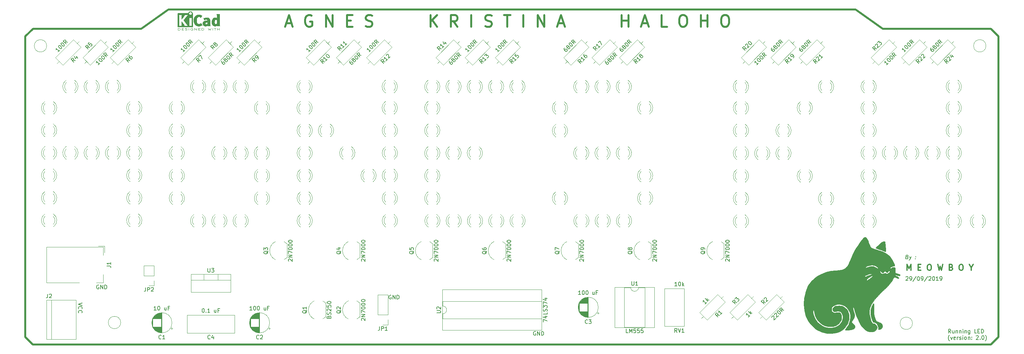
<source format=gbr>
G04 #@! TF.GenerationSoftware,KiCad,Pcbnew,5.1.4-e60b266~84~ubuntu16.04.1*
G04 #@! TF.CreationDate,2019-09-30T00:16:05+07:00*
G04 #@! TF.ProjectId,led_agn,6c65645f-6167-46e2-9e6b-696361645f70,1.0*
G04 #@! TF.SameCoordinates,Original*
G04 #@! TF.FileFunction,Legend,Top*
G04 #@! TF.FilePolarity,Positive*
%FSLAX46Y46*%
G04 Gerber Fmt 4.6, Leading zero omitted, Abs format (unit mm)*
G04 Created by KiCad (PCBNEW 5.1.4-e60b266~84~ubuntu16.04.1) date 2019-09-30 00:16:05*
%MOMM*%
%LPD*%
G04 APERTURE LIST*
%ADD10C,0.150000*%
%ADD11C,0.375000*%
%ADD12C,0.500000*%
%ADD13C,0.010000*%
%ADD14C,0.120000*%
%ADD15C,0.125000*%
G04 APERTURE END LIST*
D10*
X250457816Y-88417139D02*
X250505435Y-88369520D01*
X250600673Y-88321900D01*
X250838768Y-88321900D01*
X250934006Y-88369520D01*
X250981625Y-88417139D01*
X251029244Y-88512377D01*
X251029244Y-88607615D01*
X250981625Y-88750472D01*
X250410197Y-89321900D01*
X251029244Y-89321900D01*
X251505435Y-89321900D02*
X251695911Y-89321900D01*
X251791149Y-89274281D01*
X251838768Y-89226662D01*
X251934006Y-89083805D01*
X251981625Y-88893329D01*
X251981625Y-88512377D01*
X251934006Y-88417139D01*
X251886387Y-88369520D01*
X251791149Y-88321900D01*
X251600673Y-88321900D01*
X251505435Y-88369520D01*
X251457816Y-88417139D01*
X251410197Y-88512377D01*
X251410197Y-88750472D01*
X251457816Y-88845710D01*
X251505435Y-88893329D01*
X251600673Y-88940948D01*
X251791149Y-88940948D01*
X251886387Y-88893329D01*
X251934006Y-88845710D01*
X251981625Y-88750472D01*
X253124483Y-88274281D02*
X252267340Y-89559996D01*
X253648292Y-88321900D02*
X253743530Y-88321900D01*
X253838768Y-88369520D01*
X253886387Y-88417139D01*
X253934006Y-88512377D01*
X253981625Y-88702853D01*
X253981625Y-88940948D01*
X253934006Y-89131424D01*
X253886387Y-89226662D01*
X253838768Y-89274281D01*
X253743530Y-89321900D01*
X253648292Y-89321900D01*
X253553054Y-89274281D01*
X253505435Y-89226662D01*
X253457816Y-89131424D01*
X253410197Y-88940948D01*
X253410197Y-88702853D01*
X253457816Y-88512377D01*
X253505435Y-88417139D01*
X253553054Y-88369520D01*
X253648292Y-88321900D01*
X254457816Y-89321900D02*
X254648292Y-89321900D01*
X254743530Y-89274281D01*
X254791149Y-89226662D01*
X254886387Y-89083805D01*
X254934006Y-88893329D01*
X254934006Y-88512377D01*
X254886387Y-88417139D01*
X254838768Y-88369520D01*
X254743530Y-88321900D01*
X254553054Y-88321900D01*
X254457816Y-88369520D01*
X254410197Y-88417139D01*
X254362578Y-88512377D01*
X254362578Y-88750472D01*
X254410197Y-88845710D01*
X254457816Y-88893329D01*
X254553054Y-88940948D01*
X254743530Y-88940948D01*
X254838768Y-88893329D01*
X254886387Y-88845710D01*
X254934006Y-88750472D01*
X256076863Y-88274281D02*
X255219721Y-89559996D01*
X256362578Y-88417139D02*
X256410197Y-88369520D01*
X256505435Y-88321900D01*
X256743530Y-88321900D01*
X256838768Y-88369520D01*
X256886387Y-88417139D01*
X256934006Y-88512377D01*
X256934006Y-88607615D01*
X256886387Y-88750472D01*
X256314959Y-89321900D01*
X256934006Y-89321900D01*
X257553054Y-88321900D02*
X257648292Y-88321900D01*
X257743530Y-88369520D01*
X257791149Y-88417139D01*
X257838768Y-88512377D01*
X257886387Y-88702853D01*
X257886387Y-88940948D01*
X257838768Y-89131424D01*
X257791149Y-89226662D01*
X257743530Y-89274281D01*
X257648292Y-89321900D01*
X257553054Y-89321900D01*
X257457816Y-89274281D01*
X257410197Y-89226662D01*
X257362578Y-89131424D01*
X257314959Y-88940948D01*
X257314959Y-88702853D01*
X257362578Y-88512377D01*
X257410197Y-88417139D01*
X257457816Y-88369520D01*
X257553054Y-88321900D01*
X258838768Y-89321900D02*
X258267340Y-89321900D01*
X258553054Y-89321900D02*
X258553054Y-88321900D01*
X258457816Y-88464758D01*
X258362578Y-88559996D01*
X258267340Y-88607615D01*
X259314959Y-89321900D02*
X259505435Y-89321900D01*
X259600673Y-89274281D01*
X259648292Y-89226662D01*
X259743530Y-89083805D01*
X259791149Y-88893329D01*
X259791149Y-88512377D01*
X259743530Y-88417139D01*
X259695911Y-88369520D01*
X259600673Y-88321900D01*
X259410197Y-88321900D01*
X259314959Y-88369520D01*
X259267340Y-88417139D01*
X259219721Y-88512377D01*
X259219721Y-88750472D01*
X259267340Y-88845710D01*
X259314959Y-88893329D01*
X259410197Y-88940948D01*
X259600673Y-88940948D01*
X259695911Y-88893329D01*
X259743530Y-88845710D01*
X259791149Y-88750472D01*
X262037416Y-102936800D02*
X261704082Y-102460610D01*
X261465987Y-102936800D02*
X261465987Y-101936800D01*
X261846940Y-101936800D01*
X261942178Y-101984420D01*
X261989797Y-102032039D01*
X262037416Y-102127277D01*
X262037416Y-102270134D01*
X261989797Y-102365372D01*
X261942178Y-102412991D01*
X261846940Y-102460610D01*
X261465987Y-102460610D01*
X262894559Y-102270134D02*
X262894559Y-102936800D01*
X262465987Y-102270134D02*
X262465987Y-102793943D01*
X262513606Y-102889181D01*
X262608844Y-102936800D01*
X262751701Y-102936800D01*
X262846940Y-102889181D01*
X262894559Y-102841562D01*
X263370749Y-102270134D02*
X263370749Y-102936800D01*
X263370749Y-102365372D02*
X263418368Y-102317753D01*
X263513606Y-102270134D01*
X263656463Y-102270134D01*
X263751701Y-102317753D01*
X263799320Y-102412991D01*
X263799320Y-102936800D01*
X264275511Y-102270134D02*
X264275511Y-102936800D01*
X264275511Y-102365372D02*
X264323130Y-102317753D01*
X264418368Y-102270134D01*
X264561225Y-102270134D01*
X264656463Y-102317753D01*
X264704082Y-102412991D01*
X264704082Y-102936800D01*
X265180273Y-102936800D02*
X265180273Y-102270134D01*
X265180273Y-101936800D02*
X265132654Y-101984420D01*
X265180273Y-102032039D01*
X265227892Y-101984420D01*
X265180273Y-101936800D01*
X265180273Y-102032039D01*
X265656463Y-102270134D02*
X265656463Y-102936800D01*
X265656463Y-102365372D02*
X265704082Y-102317753D01*
X265799320Y-102270134D01*
X265942178Y-102270134D01*
X266037416Y-102317753D01*
X266085035Y-102412991D01*
X266085035Y-102936800D01*
X266989797Y-102270134D02*
X266989797Y-103079658D01*
X266942178Y-103174896D01*
X266894559Y-103222515D01*
X266799320Y-103270134D01*
X266656463Y-103270134D01*
X266561225Y-103222515D01*
X266989797Y-102889181D02*
X266894559Y-102936800D01*
X266704082Y-102936800D01*
X266608844Y-102889181D01*
X266561225Y-102841562D01*
X266513606Y-102746324D01*
X266513606Y-102460610D01*
X266561225Y-102365372D01*
X266608844Y-102317753D01*
X266704082Y-102270134D01*
X266894559Y-102270134D01*
X266989797Y-102317753D01*
X268704082Y-102936800D02*
X268227892Y-102936800D01*
X268227892Y-101936800D01*
X269037416Y-102412991D02*
X269370749Y-102412991D01*
X269513606Y-102936800D02*
X269037416Y-102936800D01*
X269037416Y-101936800D01*
X269513606Y-101936800D01*
X269942178Y-102936800D02*
X269942178Y-101936800D01*
X270180273Y-101936800D01*
X270323130Y-101984420D01*
X270418368Y-102079658D01*
X270465987Y-102174896D01*
X270513606Y-102365372D01*
X270513606Y-102508229D01*
X270465987Y-102698705D01*
X270418368Y-102793943D01*
X270323130Y-102889181D01*
X270180273Y-102936800D01*
X269942178Y-102936800D01*
X261727892Y-104967753D02*
X261680273Y-104920134D01*
X261585035Y-104777277D01*
X261537416Y-104682039D01*
X261489797Y-104539181D01*
X261442178Y-104301086D01*
X261442178Y-104110610D01*
X261489797Y-103872515D01*
X261537416Y-103729658D01*
X261585035Y-103634420D01*
X261680273Y-103491562D01*
X261727892Y-103443943D01*
X262013606Y-103920134D02*
X262251701Y-104586800D01*
X262489797Y-103920134D01*
X263251701Y-104539181D02*
X263156463Y-104586800D01*
X262965987Y-104586800D01*
X262870749Y-104539181D01*
X262823130Y-104443943D01*
X262823130Y-104062991D01*
X262870749Y-103967753D01*
X262965987Y-103920134D01*
X263156463Y-103920134D01*
X263251701Y-103967753D01*
X263299320Y-104062991D01*
X263299320Y-104158229D01*
X262823130Y-104253467D01*
X263727892Y-104586800D02*
X263727892Y-103920134D01*
X263727892Y-104110610D02*
X263775511Y-104015372D01*
X263823130Y-103967753D01*
X263918368Y-103920134D01*
X264013606Y-103920134D01*
X264299320Y-104539181D02*
X264394559Y-104586800D01*
X264585035Y-104586800D01*
X264680273Y-104539181D01*
X264727892Y-104443943D01*
X264727892Y-104396324D01*
X264680273Y-104301086D01*
X264585035Y-104253467D01*
X264442178Y-104253467D01*
X264346940Y-104205848D01*
X264299320Y-104110610D01*
X264299320Y-104062991D01*
X264346940Y-103967753D01*
X264442178Y-103920134D01*
X264585035Y-103920134D01*
X264680273Y-103967753D01*
X265156463Y-104586800D02*
X265156463Y-103920134D01*
X265156463Y-103586800D02*
X265108844Y-103634420D01*
X265156463Y-103682039D01*
X265204082Y-103634420D01*
X265156463Y-103586800D01*
X265156463Y-103682039D01*
X265775511Y-104586800D02*
X265680273Y-104539181D01*
X265632654Y-104491562D01*
X265585035Y-104396324D01*
X265585035Y-104110610D01*
X265632654Y-104015372D01*
X265680273Y-103967753D01*
X265775511Y-103920134D01*
X265918368Y-103920134D01*
X266013606Y-103967753D01*
X266061225Y-104015372D01*
X266108844Y-104110610D01*
X266108844Y-104396324D01*
X266061225Y-104491562D01*
X266013606Y-104539181D01*
X265918368Y-104586800D01*
X265775511Y-104586800D01*
X266537416Y-103920134D02*
X266537416Y-104586800D01*
X266537416Y-104015372D02*
X266585035Y-103967753D01*
X266680273Y-103920134D01*
X266823130Y-103920134D01*
X266918368Y-103967753D01*
X266965987Y-104062991D01*
X266965987Y-104586800D01*
X267442178Y-104491562D02*
X267489797Y-104539181D01*
X267442178Y-104586800D01*
X267394559Y-104539181D01*
X267442178Y-104491562D01*
X267442178Y-104586800D01*
X267442178Y-103967753D02*
X267489797Y-104015372D01*
X267442178Y-104062991D01*
X267394559Y-104015372D01*
X267442178Y-103967753D01*
X267442178Y-104062991D01*
X268632654Y-103682039D02*
X268680273Y-103634420D01*
X268775511Y-103586800D01*
X269013606Y-103586800D01*
X269108844Y-103634420D01*
X269156463Y-103682039D01*
X269204082Y-103777277D01*
X269204082Y-103872515D01*
X269156463Y-104015372D01*
X268585035Y-104586800D01*
X269204082Y-104586800D01*
X269632654Y-104491562D02*
X269680273Y-104539181D01*
X269632654Y-104586800D01*
X269585035Y-104539181D01*
X269632654Y-104491562D01*
X269632654Y-104586800D01*
X270299320Y-103586800D02*
X270394559Y-103586800D01*
X270489797Y-103634420D01*
X270537416Y-103682039D01*
X270585035Y-103777277D01*
X270632654Y-103967753D01*
X270632654Y-104205848D01*
X270585035Y-104396324D01*
X270537416Y-104491562D01*
X270489797Y-104539181D01*
X270394559Y-104586800D01*
X270299320Y-104586800D01*
X270204082Y-104539181D01*
X270156463Y-104491562D01*
X270108844Y-104396324D01*
X270061225Y-104205848D01*
X270061225Y-103967753D01*
X270108844Y-103777277D01*
X270156463Y-103682039D01*
X270204082Y-103634420D01*
X270299320Y-103586800D01*
X270965987Y-104967753D02*
X271013606Y-104920134D01*
X271108844Y-104777277D01*
X271156463Y-104682039D01*
X271204082Y-104539181D01*
X271251701Y-104301086D01*
X271251701Y-104110610D01*
X271204082Y-103872515D01*
X271156463Y-103729658D01*
X271108844Y-103634420D01*
X271013606Y-103491562D01*
X270965987Y-103443943D01*
D11*
X250736982Y-86690461D02*
X250736982Y-85190461D01*
X251236982Y-86261890D01*
X251736982Y-85190461D01*
X251736982Y-86690461D01*
X253594125Y-85904747D02*
X254094125Y-85904747D01*
X254308411Y-86690461D02*
X253594125Y-86690461D01*
X253594125Y-85190461D01*
X254308411Y-85190461D01*
X256379839Y-85190461D02*
X256665554Y-85190461D01*
X256808411Y-85261890D01*
X256951268Y-85404747D01*
X257022696Y-85690461D01*
X257022696Y-86190461D01*
X256951268Y-86476175D01*
X256808411Y-86619032D01*
X256665554Y-86690461D01*
X256379839Y-86690461D01*
X256236982Y-86619032D01*
X256094125Y-86476175D01*
X256022696Y-86190461D01*
X256022696Y-85690461D01*
X256094125Y-85404747D01*
X256236982Y-85261890D01*
X256379839Y-85190461D01*
X258665554Y-85190461D02*
X259022696Y-86690461D01*
X259308411Y-85619032D01*
X259594125Y-86690461D01*
X259951268Y-85190461D01*
X262165553Y-85904747D02*
X262379839Y-85976175D01*
X262451268Y-86047604D01*
X262522696Y-86190461D01*
X262522696Y-86404747D01*
X262451268Y-86547604D01*
X262379839Y-86619032D01*
X262236982Y-86690461D01*
X261665553Y-86690461D01*
X261665553Y-85190461D01*
X262165553Y-85190461D01*
X262308411Y-85261890D01*
X262379839Y-85333318D01*
X262451268Y-85476175D01*
X262451268Y-85619032D01*
X262379839Y-85761890D01*
X262308411Y-85833318D01*
X262165553Y-85904747D01*
X261665553Y-85904747D01*
X264594125Y-85190461D02*
X264879839Y-85190461D01*
X265022696Y-85261890D01*
X265165553Y-85404747D01*
X265236982Y-85690461D01*
X265236982Y-86190461D01*
X265165553Y-86476175D01*
X265022696Y-86619032D01*
X264879839Y-86690461D01*
X264594125Y-86690461D01*
X264451268Y-86619032D01*
X264308411Y-86476175D01*
X264236982Y-86190461D01*
X264236982Y-85690461D01*
X264308411Y-85404747D01*
X264451268Y-85261890D01*
X264594125Y-85190461D01*
X267308411Y-85976175D02*
X267308411Y-86690461D01*
X266808411Y-85190461D02*
X267308411Y-85976175D01*
X267808411Y-85190461D01*
D10*
X250804259Y-83225331D02*
X250941164Y-83272950D01*
X250982831Y-83320569D01*
X251018545Y-83415807D01*
X251000688Y-83558664D01*
X250941164Y-83653902D01*
X250887592Y-83701521D01*
X250786402Y-83749140D01*
X250405450Y-83749140D01*
X250530450Y-82749140D01*
X250863783Y-82749140D01*
X250953069Y-82796760D01*
X250994735Y-82844379D01*
X251030450Y-82939617D01*
X251018545Y-83034855D01*
X250959021Y-83130093D01*
X250905450Y-83177712D01*
X250804259Y-83225331D01*
X250470926Y-83225331D01*
X251393545Y-83082474D02*
X251548307Y-83749140D01*
X251869735Y-83082474D02*
X251548307Y-83749140D01*
X251423307Y-83987236D01*
X251369735Y-84034855D01*
X251268545Y-84082474D01*
X252941164Y-83653902D02*
X252982831Y-83701521D01*
X252929259Y-83749140D01*
X252887592Y-83701521D01*
X252941164Y-83653902D01*
X252929259Y-83749140D01*
X253006640Y-83130093D02*
X253048307Y-83177712D01*
X252994735Y-83225331D01*
X252953069Y-83177712D01*
X253006640Y-83130093D01*
X252994735Y-83225331D01*
D12*
X274396200Y-103962200D02*
X272440400Y-105918000D01*
X274396200Y-26136600D02*
X274396200Y-103962200D01*
X272440400Y-24180800D02*
X274396200Y-26136600D01*
X244475000Y-24180800D02*
X272440400Y-24180800D01*
X237439200Y-19177000D02*
X244475000Y-24180800D01*
X59918600Y-19177000D02*
X237439200Y-19177000D01*
X52908200Y-24180800D02*
X59918600Y-19177000D01*
X24917400Y-24180800D02*
X52908200Y-24180800D01*
X22936200Y-26162000D02*
X24917400Y-24180800D01*
X22936200Y-103962200D02*
X22936200Y-26162000D01*
X24892000Y-105918000D02*
X22936200Y-103962200D01*
X272440400Y-105918000D02*
X24892000Y-105918000D01*
X90319217Y-22788500D02*
X91747788Y-22788500D01*
X90033502Y-23645642D02*
X91033502Y-20645642D01*
X92033502Y-23645642D01*
X96890645Y-20788500D02*
X96604931Y-20645642D01*
X96176360Y-20645642D01*
X95747788Y-20788500D01*
X95462074Y-21074214D01*
X95319217Y-21359928D01*
X95176360Y-21931357D01*
X95176360Y-22359928D01*
X95319217Y-22931357D01*
X95462074Y-23217071D01*
X95747788Y-23502785D01*
X96176360Y-23645642D01*
X96462074Y-23645642D01*
X96890645Y-23502785D01*
X97033502Y-23359928D01*
X97033502Y-22359928D01*
X96462074Y-22359928D01*
X100604931Y-23645642D02*
X100604931Y-20645642D01*
X102319217Y-23645642D01*
X102319217Y-20645642D01*
X106033502Y-22074214D02*
X107033502Y-22074214D01*
X107462074Y-23645642D02*
X106033502Y-23645642D01*
X106033502Y-20645642D01*
X107462074Y-20645642D01*
X110890645Y-23502785D02*
X111319217Y-23645642D01*
X112033502Y-23645642D01*
X112319217Y-23502785D01*
X112462074Y-23359928D01*
X112604931Y-23074214D01*
X112604931Y-22788500D01*
X112462074Y-22502785D01*
X112319217Y-22359928D01*
X112033502Y-22217071D01*
X111462074Y-22074214D01*
X111176360Y-21931357D01*
X111033502Y-21788500D01*
X110890645Y-21502785D01*
X110890645Y-21217071D01*
X111033502Y-20931357D01*
X111176360Y-20788500D01*
X111462074Y-20645642D01*
X112176360Y-20645642D01*
X112604931Y-20788500D01*
X127604931Y-23645642D02*
X127604931Y-20645642D01*
X129319217Y-23645642D02*
X128033502Y-21931357D01*
X129319217Y-20645642D02*
X127604931Y-22359928D01*
X134604931Y-23645642D02*
X133604931Y-22217071D01*
X132890645Y-23645642D02*
X132890645Y-20645642D01*
X134033502Y-20645642D01*
X134319217Y-20788500D01*
X134462074Y-20931357D01*
X134604931Y-21217071D01*
X134604931Y-21645642D01*
X134462074Y-21931357D01*
X134319217Y-22074214D01*
X134033502Y-22217071D01*
X132890645Y-22217071D01*
X138176359Y-23645642D02*
X138176359Y-20645642D01*
X141747788Y-23502785D02*
X142176359Y-23645642D01*
X142890645Y-23645642D01*
X143176359Y-23502785D01*
X143319217Y-23359928D01*
X143462074Y-23074214D01*
X143462074Y-22788500D01*
X143319217Y-22502785D01*
X143176359Y-22359928D01*
X142890645Y-22217071D01*
X142319217Y-22074214D01*
X142033502Y-21931357D01*
X141890645Y-21788500D01*
X141747788Y-21502785D01*
X141747788Y-21217071D01*
X141890645Y-20931357D01*
X142033502Y-20788500D01*
X142319217Y-20645642D01*
X143033502Y-20645642D01*
X143462074Y-20788500D01*
X146604931Y-20645642D02*
X148319217Y-20645642D01*
X147462074Y-23645642D02*
X147462074Y-20645642D01*
X151604931Y-23645642D02*
X151604931Y-20645642D01*
X155319217Y-23645642D02*
X155319217Y-20645642D01*
X157033502Y-23645642D01*
X157033502Y-20645642D01*
X160604931Y-22788500D02*
X162033502Y-22788500D01*
X160319217Y-23645642D02*
X161319217Y-20645642D01*
X162319217Y-23645642D01*
X177033502Y-23645642D02*
X177033502Y-20645642D01*
X177033502Y-22074214D02*
X178747788Y-22074214D01*
X178747788Y-23645642D02*
X178747788Y-20645642D01*
X182319217Y-22788500D02*
X183747788Y-22788500D01*
X182033502Y-23645642D02*
X183033502Y-20645642D01*
X184033502Y-23645642D01*
X188747788Y-23645642D02*
X187319217Y-23645642D01*
X187319217Y-20645642D01*
X192604931Y-20645642D02*
X193176359Y-20645642D01*
X193462074Y-20788500D01*
X193747788Y-21074214D01*
X193890645Y-21645642D01*
X193890645Y-22645642D01*
X193747788Y-23217071D01*
X193462074Y-23502785D01*
X193176359Y-23645642D01*
X192604931Y-23645642D01*
X192319217Y-23502785D01*
X192033502Y-23217071D01*
X191890645Y-22645642D01*
X191890645Y-21645642D01*
X192033502Y-21074214D01*
X192319217Y-20788500D01*
X192604931Y-20645642D01*
X197462074Y-23645642D02*
X197462074Y-20645642D01*
X197462074Y-22074214D02*
X199176359Y-22074214D01*
X199176359Y-23645642D02*
X199176359Y-20645642D01*
X203462074Y-20645642D02*
X204033502Y-20645642D01*
X204319217Y-20788500D01*
X204604931Y-21074214D01*
X204747788Y-21645642D01*
X204747788Y-22645642D01*
X204604931Y-23217071D01*
X204319217Y-23502785D01*
X204033502Y-23645642D01*
X203462074Y-23645642D01*
X203176359Y-23502785D01*
X202890645Y-23217071D01*
X202747788Y-22645642D01*
X202747788Y-21645642D01*
X202890645Y-21074214D01*
X203176359Y-20788500D01*
X203462074Y-20645642D01*
D10*
X41910095Y-90559000D02*
X41814857Y-90511380D01*
X41672000Y-90511380D01*
X41529142Y-90559000D01*
X41433904Y-90654238D01*
X41386285Y-90749476D01*
X41338666Y-90939952D01*
X41338666Y-91082809D01*
X41386285Y-91273285D01*
X41433904Y-91368523D01*
X41529142Y-91463761D01*
X41672000Y-91511380D01*
X41767238Y-91511380D01*
X41910095Y-91463761D01*
X41957714Y-91416142D01*
X41957714Y-91082809D01*
X41767238Y-91082809D01*
X42386285Y-91511380D02*
X42386285Y-90511380D01*
X42957714Y-91511380D01*
X42957714Y-90511380D01*
X43433904Y-91511380D02*
X43433904Y-90511380D01*
X43672000Y-90511380D01*
X43814857Y-90559000D01*
X43910095Y-90654238D01*
X43957714Y-90749476D01*
X44005333Y-90939952D01*
X44005333Y-91082809D01*
X43957714Y-91273285D01*
X43910095Y-91368523D01*
X43814857Y-91463761D01*
X43672000Y-91511380D01*
X43433904Y-91511380D01*
X154787695Y-102547800D02*
X154692457Y-102500180D01*
X154549600Y-102500180D01*
X154406742Y-102547800D01*
X154311504Y-102643038D01*
X154263885Y-102738276D01*
X154216266Y-102928752D01*
X154216266Y-103071609D01*
X154263885Y-103262085D01*
X154311504Y-103357323D01*
X154406742Y-103452561D01*
X154549600Y-103500180D01*
X154644838Y-103500180D01*
X154787695Y-103452561D01*
X154835314Y-103404942D01*
X154835314Y-103071609D01*
X154644838Y-103071609D01*
X155263885Y-103500180D02*
X155263885Y-102500180D01*
X155835314Y-103500180D01*
X155835314Y-102500180D01*
X156311504Y-103500180D02*
X156311504Y-102500180D01*
X156549600Y-102500180D01*
X156692457Y-102547800D01*
X156787695Y-102643038D01*
X156835314Y-102738276D01*
X156882933Y-102928752D01*
X156882933Y-103071609D01*
X156835314Y-103262085D01*
X156787695Y-103357323D01*
X156692457Y-103452561D01*
X156549600Y-103500180D01*
X156311504Y-103500180D01*
X117424295Y-93175200D02*
X117329057Y-93127580D01*
X117186200Y-93127580D01*
X117043342Y-93175200D01*
X116948104Y-93270438D01*
X116900485Y-93365676D01*
X116852866Y-93556152D01*
X116852866Y-93699009D01*
X116900485Y-93889485D01*
X116948104Y-93984723D01*
X117043342Y-94079961D01*
X117186200Y-94127580D01*
X117281438Y-94127580D01*
X117424295Y-94079961D01*
X117471914Y-94032342D01*
X117471914Y-93699009D01*
X117281438Y-93699009D01*
X117900485Y-94127580D02*
X117900485Y-93127580D01*
X118471914Y-94127580D01*
X118471914Y-93127580D01*
X118948104Y-94127580D02*
X118948104Y-93127580D01*
X119186200Y-93127580D01*
X119329057Y-93175200D01*
X119424295Y-93270438D01*
X119471914Y-93365676D01*
X119519533Y-93556152D01*
X119519533Y-93699009D01*
X119471914Y-93889485D01*
X119424295Y-93984723D01*
X119329057Y-94079961D01*
X119186200Y-94127580D01*
X118948104Y-94127580D01*
X37631619Y-95110466D02*
X36631619Y-95443800D01*
X37631619Y-95777133D01*
X36726857Y-96681895D02*
X36679238Y-96634276D01*
X36631619Y-96491419D01*
X36631619Y-96396180D01*
X36679238Y-96253323D01*
X36774476Y-96158085D01*
X36869714Y-96110466D01*
X37060190Y-96062847D01*
X37203047Y-96062847D01*
X37393523Y-96110466D01*
X37488761Y-96158085D01*
X37584000Y-96253323D01*
X37631619Y-96396180D01*
X37631619Y-96491419D01*
X37584000Y-96634276D01*
X37536380Y-96681895D01*
X36726857Y-97681895D02*
X36679238Y-97634276D01*
X36631619Y-97491419D01*
X36631619Y-97396180D01*
X36679238Y-97253323D01*
X36774476Y-97158085D01*
X36869714Y-97110466D01*
X37060190Y-97062847D01*
X37203047Y-97062847D01*
X37393523Y-97110466D01*
X37488761Y-97158085D01*
X37584000Y-97253323D01*
X37631619Y-97396180D01*
X37631619Y-97491419D01*
X37584000Y-97634276D01*
X37536380Y-97681895D01*
D13*
G36*
X244971947Y-79239401D02*
G01*
X245052642Y-79361665D01*
X245077954Y-79479959D01*
X245106104Y-79692485D01*
X245135330Y-79974325D01*
X245163869Y-80300560D01*
X245189958Y-80646269D01*
X245211833Y-80986536D01*
X245227732Y-81296439D01*
X245235893Y-81551061D01*
X245234551Y-81725482D01*
X245224586Y-81792132D01*
X245195113Y-81830142D01*
X245150537Y-81841451D01*
X245065308Y-81819724D01*
X244913874Y-81758623D01*
X244685820Y-81658512D01*
X244461723Y-81567164D01*
X244156198Y-81453341D01*
X243809322Y-81331516D01*
X243461172Y-81216163D01*
X243459305Y-81215566D01*
X242645540Y-80955383D01*
X242751205Y-80785586D01*
X242883952Y-80612559D01*
X243090983Y-80388554D01*
X243345822Y-80137840D01*
X243621993Y-79884684D01*
X243893021Y-79653352D01*
X244132430Y-79468114D01*
X244313744Y-79353235D01*
X244314099Y-79353059D01*
X244610702Y-79227209D01*
X244826374Y-79189281D01*
X244971947Y-79239401D01*
X244971947Y-79239401D01*
G37*
X244971947Y-79239401D02*
X245052642Y-79361665D01*
X245077954Y-79479959D01*
X245106104Y-79692485D01*
X245135330Y-79974325D01*
X245163869Y-80300560D01*
X245189958Y-80646269D01*
X245211833Y-80986536D01*
X245227732Y-81296439D01*
X245235893Y-81551061D01*
X245234551Y-81725482D01*
X245224586Y-81792132D01*
X245195113Y-81830142D01*
X245150537Y-81841451D01*
X245065308Y-81819724D01*
X244913874Y-81758623D01*
X244685820Y-81658512D01*
X244461723Y-81567164D01*
X244156198Y-81453341D01*
X243809322Y-81331516D01*
X243461172Y-81216163D01*
X243459305Y-81215566D01*
X242645540Y-80955383D01*
X242751205Y-80785586D01*
X242883952Y-80612559D01*
X243090983Y-80388554D01*
X243345822Y-80137840D01*
X243621993Y-79884684D01*
X243893021Y-79653352D01*
X244132430Y-79468114D01*
X244313744Y-79353235D01*
X244314099Y-79353059D01*
X244610702Y-79227209D01*
X244826374Y-79189281D01*
X244971947Y-79239401D01*
G36*
X242138592Y-95281737D02*
G01*
X242154021Y-95455790D01*
X242160219Y-95749260D01*
X242157046Y-96158514D01*
X242154480Y-96292426D01*
X242150482Y-96904321D01*
X242169299Y-97427116D01*
X242214553Y-97897253D01*
X242289865Y-98351175D01*
X242398860Y-98825322D01*
X242410916Y-98872040D01*
X242545311Y-99306190D01*
X242700447Y-99629713D01*
X242890433Y-99858806D01*
X243129380Y-100009670D01*
X243431397Y-100098501D01*
X243487698Y-100108229D01*
X243750921Y-100197971D01*
X244013799Y-100365498D01*
X244232088Y-100577130D01*
X244348140Y-100763186D01*
X244425439Y-101086201D01*
X244393384Y-101393706D01*
X244260091Y-101660421D01*
X244033678Y-101861066D01*
X243987469Y-101886304D01*
X243824260Y-101950110D01*
X243633802Y-101999714D01*
X243461307Y-102026232D01*
X243351989Y-102020780D01*
X243339986Y-102013539D01*
X243325321Y-101934644D01*
X243329279Y-101776666D01*
X243336718Y-101696991D01*
X243321268Y-101390097D01*
X243221153Y-101070790D01*
X243054618Y-100763771D01*
X242839906Y-100493743D01*
X242595260Y-100285406D01*
X242338926Y-100163462D01*
X242188273Y-100142040D01*
X242040482Y-100100058D01*
X241904457Y-99968099D01*
X241775238Y-99737143D01*
X241647866Y-99398170D01*
X241517382Y-98942160D01*
X241507536Y-98903790D01*
X241431220Y-98504774D01*
X241384912Y-98048013D01*
X241368657Y-97569445D01*
X241382504Y-97105008D01*
X241426498Y-96690639D01*
X241500688Y-96362276D01*
X241504195Y-96351703D01*
X241594905Y-96118008D01*
X241712484Y-95863575D01*
X241840851Y-95617964D01*
X241963923Y-95410735D01*
X242065619Y-95271446D01*
X242114070Y-95230735D01*
X242138592Y-95281737D01*
X242138592Y-95281737D01*
G37*
X242138592Y-95281737D02*
X242154021Y-95455790D01*
X242160219Y-95749260D01*
X242157046Y-96158514D01*
X242154480Y-96292426D01*
X242150482Y-96904321D01*
X242169299Y-97427116D01*
X242214553Y-97897253D01*
X242289865Y-98351175D01*
X242398860Y-98825322D01*
X242410916Y-98872040D01*
X242545311Y-99306190D01*
X242700447Y-99629713D01*
X242890433Y-99858806D01*
X243129380Y-100009670D01*
X243431397Y-100098501D01*
X243487698Y-100108229D01*
X243750921Y-100197971D01*
X244013799Y-100365498D01*
X244232088Y-100577130D01*
X244348140Y-100763186D01*
X244425439Y-101086201D01*
X244393384Y-101393706D01*
X244260091Y-101660421D01*
X244033678Y-101861066D01*
X243987469Y-101886304D01*
X243824260Y-101950110D01*
X243633802Y-101999714D01*
X243461307Y-102026232D01*
X243351989Y-102020780D01*
X243339986Y-102013539D01*
X243325321Y-101934644D01*
X243329279Y-101776666D01*
X243336718Y-101696991D01*
X243321268Y-101390097D01*
X243221153Y-101070790D01*
X243054618Y-100763771D01*
X242839906Y-100493743D01*
X242595260Y-100285406D01*
X242338926Y-100163462D01*
X242188273Y-100142040D01*
X242040482Y-100100058D01*
X241904457Y-99968099D01*
X241775238Y-99737143D01*
X241647866Y-99398170D01*
X241517382Y-98942160D01*
X241507536Y-98903790D01*
X241431220Y-98504774D01*
X241384912Y-98048013D01*
X241368657Y-97569445D01*
X241382504Y-97105008D01*
X241426498Y-96690639D01*
X241500688Y-96362276D01*
X241504195Y-96351703D01*
X241594905Y-96118008D01*
X241712484Y-95863575D01*
X241840851Y-95617964D01*
X241963923Y-95410735D01*
X242065619Y-95271446D01*
X242114070Y-95230735D01*
X242138592Y-95281737D01*
G36*
X240033399Y-78151836D02*
G01*
X240159075Y-78221549D01*
X240259423Y-78327385D01*
X240386968Y-78507243D01*
X240520666Y-78724971D01*
X240639472Y-78944417D01*
X240722338Y-79129428D01*
X240748820Y-79234604D01*
X240774859Y-79341688D01*
X240844230Y-79532641D01*
X240943810Y-79777569D01*
X241060477Y-80046578D01*
X241181109Y-80309775D01*
X241292584Y-80537265D01*
X241381780Y-80699155D01*
X241410272Y-80741489D01*
X241504615Y-80843261D01*
X241631542Y-80929482D01*
X241817943Y-81013755D01*
X242090710Y-81109685D01*
X242220438Y-81151340D01*
X242540627Y-81252718D01*
X242862790Y-81355001D01*
X243138990Y-81442955D01*
X243257070Y-81480708D01*
X243502601Y-81558595D01*
X243735462Y-81631136D01*
X243860320Y-81669132D01*
X243976422Y-81704691D01*
X244081583Y-81740847D01*
X244200218Y-81787910D01*
X244356740Y-81856186D01*
X244575564Y-81955985D01*
X244881103Y-82097614D01*
X244939820Y-82124916D01*
X245237512Y-82274308D01*
X245531605Y-82440423D01*
X245776711Y-82596897D01*
X245866760Y-82663320D01*
X246202166Y-82980880D01*
X246539017Y-83391840D01*
X246854132Y-83865012D01*
X247105914Y-84330540D01*
X247225076Y-84577639D01*
X247327159Y-84788478D01*
X247396969Y-84931715D01*
X247414919Y-84967981D01*
X247456304Y-85090510D01*
X247498860Y-85275525D01*
X247509300Y-85333106D01*
X247554483Y-85600540D01*
X247265082Y-85600540D01*
X247030746Y-85630535D01*
X246788765Y-85709315D01*
X246571247Y-85820068D01*
X246410300Y-85945983D01*
X246338033Y-86070249D01*
X246336820Y-86086558D01*
X246380557Y-86187949D01*
X246500129Y-86203363D01*
X246678073Y-86132990D01*
X246760073Y-86081958D01*
X247051897Y-85945074D01*
X247270846Y-85918039D01*
X247466178Y-85937878D01*
X247600809Y-86008878D01*
X247683479Y-86148273D01*
X247722929Y-86373290D01*
X247727901Y-86701162D01*
X247724369Y-86812062D01*
X247702070Y-87391266D01*
X247956070Y-87470946D01*
X248186568Y-87541960D01*
X248439922Y-87618230D01*
X248495820Y-87634771D01*
X248737574Y-87717292D01*
X248876197Y-87798407D01*
X248934342Y-87894232D01*
X248940319Y-87951021D01*
X248917235Y-88046325D01*
X248835849Y-88089461D01*
X248677966Y-88081944D01*
X248425390Y-88025288D01*
X248336782Y-88001259D01*
X248028516Y-87916178D01*
X247822164Y-87862410D01*
X247697272Y-87837283D01*
X247633387Y-87838126D01*
X247610054Y-87862267D01*
X247606820Y-87905904D01*
X247663662Y-87984297D01*
X247821403Y-88090965D01*
X248049030Y-88207402D01*
X248359283Y-88363931D01*
X248556247Y-88498031D01*
X248649772Y-88618354D01*
X248649709Y-88733549D01*
X248649307Y-88734606D01*
X248579678Y-88816827D01*
X248451007Y-88827790D01*
X248248684Y-88765563D01*
X247997738Y-88648540D01*
X247786221Y-88550158D01*
X247605511Y-88482071D01*
X247503714Y-88460031D01*
X247411570Y-88508611D01*
X247298891Y-88658486D01*
X247163788Y-88907873D01*
X247023026Y-89163188D01*
X246834509Y-89466517D01*
X246630378Y-89767150D01*
X246545589Y-89883252D01*
X246353749Y-90120232D01*
X246083458Y-90427446D01*
X245749812Y-90789230D01*
X245367907Y-91189921D01*
X244952839Y-91613858D01*
X244519704Y-92045377D01*
X244083598Y-92468815D01*
X243744081Y-92789951D01*
X243274244Y-93256032D01*
X242816166Y-93762056D01*
X242385258Y-94287498D01*
X241996930Y-94811833D01*
X241666592Y-95314536D01*
X241409655Y-95775084D01*
X241275320Y-96078040D01*
X241114752Y-96655301D01*
X241039828Y-97298604D01*
X241049205Y-97981461D01*
X241141538Y-98677382D01*
X241315483Y-99359879D01*
X241462224Y-99761040D01*
X241591083Y-100060786D01*
X241694884Y-100260644D01*
X241791067Y-100380405D01*
X241897070Y-100439860D01*
X242030330Y-100458799D01*
X242077693Y-100459540D01*
X242321605Y-100517590D01*
X242562300Y-100673367D01*
X242775778Y-100899310D01*
X242938036Y-101167859D01*
X243025071Y-101451453D01*
X243033425Y-101556954D01*
X242978220Y-101861395D01*
X242818959Y-102122613D01*
X242572847Y-102335127D01*
X242257092Y-102493451D01*
X241888899Y-102592104D01*
X241485476Y-102625600D01*
X241064028Y-102588458D01*
X240641763Y-102475194D01*
X240431320Y-102386199D01*
X239937737Y-102083397D01*
X239460925Y-101661148D01*
X239006179Y-101126484D01*
X238578792Y-100486437D01*
X238184056Y-99748040D01*
X237833908Y-98935540D01*
X237734543Y-98679693D01*
X237647414Y-98457413D01*
X237586350Y-98303899D01*
X237571967Y-98268790D01*
X237519231Y-98125917D01*
X237455950Y-97932666D01*
X237442218Y-97887790D01*
X237381097Y-97693217D01*
X237326337Y-97532123D01*
X237316909Y-97506790D01*
X237274090Y-97371042D01*
X237220691Y-97170305D01*
X237194698Y-97062290D01*
X237108887Y-96712564D01*
X237037429Y-96473936D01*
X236974903Y-96332051D01*
X236915888Y-96272555D01*
X236894913Y-96268540D01*
X236796773Y-96319464D01*
X236773599Y-96357754D01*
X236770678Y-96474835D01*
X236805281Y-96692614D01*
X236872994Y-96991912D01*
X236969400Y-97353552D01*
X237090085Y-97758356D01*
X237112174Y-97828433D01*
X237202530Y-98151493D01*
X237236099Y-98410875D01*
X237206935Y-98644678D01*
X237109093Y-98891003D01*
X236936626Y-99187951D01*
X236888202Y-99263667D01*
X236668119Y-99617676D01*
X236522694Y-99884510D01*
X236446280Y-100075379D01*
X236430820Y-100171369D01*
X236478694Y-100252458D01*
X236603059Y-100375232D01*
X236744958Y-100488822D01*
X237061198Y-100765659D01*
X237252683Y-101035467D01*
X237320415Y-101291717D01*
X237265396Y-101527882D01*
X237088627Y-101737432D01*
X236791112Y-101913840D01*
X236510764Y-102014338D01*
X236290132Y-102063068D01*
X236002127Y-102105722D01*
X235683422Y-102139276D01*
X235370690Y-102160704D01*
X235100603Y-102166980D01*
X234909833Y-102155078D01*
X234879038Y-102148960D01*
X234756393Y-102102967D01*
X234728345Y-102034360D01*
X234794931Y-101919245D01*
X234879544Y-101818791D01*
X235067229Y-101585218D01*
X235278681Y-101289680D01*
X235479752Y-100982390D01*
X235636295Y-100713562D01*
X235652747Y-100681790D01*
X235867981Y-100148997D01*
X236011226Y-99560282D01*
X236079727Y-98949301D01*
X236070729Y-98349709D01*
X235981475Y-97795164D01*
X235908847Y-97553542D01*
X235697155Y-97048969D01*
X235448106Y-96641162D01*
X235138976Y-96300732D01*
X234747041Y-95998292D01*
X234665156Y-95945119D01*
X234246865Y-95732621D01*
X233790845Y-95592067D01*
X233317369Y-95521427D01*
X232846708Y-95518668D01*
X232399134Y-95581760D01*
X231994920Y-95708670D01*
X231654338Y-95897367D01*
X231397660Y-96145819D01*
X231312568Y-96281111D01*
X231253139Y-96479825D01*
X231228306Y-96742230D01*
X231238544Y-97011917D01*
X231284333Y-97232478D01*
X231304131Y-97278811D01*
X231409742Y-97404401D01*
X231576732Y-97529665D01*
X231630958Y-97560238D01*
X231759635Y-97620460D01*
X231879317Y-97652740D01*
X232025856Y-97659566D01*
X232235103Y-97643427D01*
X232456458Y-97617539D01*
X232819326Y-97580567D01*
X233083125Y-97576347D01*
X233272616Y-97609442D01*
X233412561Y-97684413D01*
X233527721Y-97805822D01*
X233535627Y-97816358D01*
X233706985Y-98113159D01*
X233800677Y-98451834D01*
X233827320Y-98840290D01*
X233769164Y-99377777D01*
X233597146Y-99862411D01*
X233314933Y-100289455D01*
X232926196Y-100654168D01*
X232434605Y-100951812D01*
X232075943Y-101101968D01*
X231886990Y-101161531D01*
X231692506Y-101201135D01*
X231459913Y-101224443D01*
X231156635Y-101235116D01*
X230874570Y-101237035D01*
X230376885Y-101222933D01*
X229965927Y-101173257D01*
X229603842Y-101077122D01*
X229252779Y-100923638D01*
X228874887Y-100701918D01*
X228765566Y-100630420D01*
X228163600Y-100158098D01*
X227654401Y-99607815D01*
X227244924Y-98991151D01*
X226942123Y-98319687D01*
X226752952Y-97605004D01*
X226699165Y-97189290D01*
X226658061Y-97041727D01*
X226588320Y-96998790D01*
X226519444Y-97056232D01*
X226479517Y-97211107D01*
X226468345Y-97437235D01*
X226485732Y-97708437D01*
X226531485Y-97998536D01*
X226597663Y-98257056D01*
X226865670Y-98930194D01*
X227224344Y-99546022D01*
X227661361Y-100096730D01*
X228164399Y-100574505D01*
X228721136Y-100971534D01*
X229319249Y-101280006D01*
X229946415Y-101492109D01*
X230590311Y-101600031D01*
X231238616Y-101595960D01*
X231731820Y-101511899D01*
X232184007Y-101385342D01*
X232552064Y-101241878D01*
X232878763Y-101059650D01*
X233206875Y-100816804D01*
X233380832Y-100669315D01*
X233661361Y-100348637D01*
X233885807Y-99942970D01*
X234045012Y-99485340D01*
X234129814Y-99008774D01*
X234131053Y-98546297D01*
X234064481Y-98204597D01*
X233935842Y-97888670D01*
X233766530Y-97617318D01*
X233579584Y-97424683D01*
X233506842Y-97378250D01*
X233309153Y-97319033D01*
X233031243Y-97289989D01*
X232716464Y-97291984D01*
X232408167Y-97325885D01*
X232275622Y-97353643D01*
X232071299Y-97390136D01*
X231916777Y-97370149D01*
X231807029Y-97322345D01*
X231653147Y-97230545D01*
X231568761Y-97130271D01*
X231533427Y-96981008D01*
X231526666Y-96766765D01*
X231554964Y-96516765D01*
X231652661Y-96321005D01*
X231838963Y-96154174D01*
X232105002Y-96004542D01*
X232253297Y-95940435D01*
X232405986Y-95898262D01*
X232595045Y-95873517D01*
X232852451Y-95861693D01*
X233141520Y-95858461D01*
X233519165Y-95863274D01*
X233778574Y-95881381D01*
X233927891Y-95913541D01*
X233963845Y-95935165D01*
X234078631Y-96004895D01*
X234129254Y-96014540D01*
X234249750Y-96055097D01*
X234432157Y-96162257D01*
X234647175Y-96314251D01*
X234865503Y-96489311D01*
X235057840Y-96665668D01*
X235167691Y-96786037D01*
X235312370Y-96987715D01*
X235431820Y-97193038D01*
X235472724Y-97284540D01*
X235542009Y-97470121D01*
X235600777Y-97623713D01*
X235604736Y-97633790D01*
X235753585Y-98176472D01*
X235797891Y-98765894D01*
X235740681Y-99381286D01*
X235584982Y-100001877D01*
X235333821Y-100606899D01*
X235115453Y-100990386D01*
X234822729Y-101404416D01*
X234508633Y-101750763D01*
X234148319Y-102049408D01*
X233716941Y-102320335D01*
X233189654Y-102583527D01*
X233065320Y-102639284D01*
X232567640Y-102813235D01*
X231985005Y-102940528D01*
X231352182Y-103016871D01*
X230703941Y-103037975D01*
X230112570Y-103003713D01*
X229428554Y-102880763D01*
X228713977Y-102662311D01*
X228003373Y-102361902D01*
X227331280Y-101993082D01*
X227032566Y-101795775D01*
X226745693Y-101567796D01*
X226420435Y-101266842D01*
X226083613Y-100921874D01*
X225762047Y-100561852D01*
X225482555Y-100215737D01*
X225271960Y-99912489D01*
X225242157Y-99862470D01*
X224881342Y-99179729D01*
X224597636Y-98508513D01*
X224385002Y-97824001D01*
X224237404Y-97101372D01*
X224148803Y-96315805D01*
X224113163Y-95442478D01*
X224111819Y-95215292D01*
X224113712Y-94811564D01*
X224122134Y-94486852D01*
X224141197Y-94205919D01*
X224175015Y-93933529D01*
X224227701Y-93634445D01*
X224303370Y-93273429D01*
X224376970Y-92943961D01*
X224579019Y-92191721D01*
X224834495Y-91470198D01*
X225131989Y-90806123D01*
X225460090Y-90226226D01*
X225659415Y-89939650D01*
X226203304Y-89315113D01*
X226358011Y-89175676D01*
X240341036Y-89175676D01*
X240344127Y-89186389D01*
X240395024Y-89263617D01*
X240476331Y-89268107D01*
X240609548Y-89194139D01*
X240769883Y-89073090D01*
X240965654Y-88927000D01*
X241212959Y-88755303D01*
X241430889Y-88612715D01*
X241665639Y-88444106D01*
X241800193Y-88300825D01*
X241829009Y-88191290D01*
X241751443Y-88125497D01*
X241662278Y-88145995D01*
X241497461Y-88224608D01*
X241283994Y-88344676D01*
X241048879Y-88489540D01*
X240819118Y-88642538D01*
X240621712Y-88787012D01*
X240483662Y-88906301D01*
X240480208Y-88909846D01*
X240369884Y-89057674D01*
X240341036Y-89175676D01*
X226358011Y-89175676D01*
X226848785Y-88733346D01*
X227460961Y-88290994D01*
X239854712Y-88290994D01*
X239865255Y-88305839D01*
X239980822Y-88354143D01*
X240146316Y-88306002D01*
X240209070Y-88268064D01*
X240320832Y-88212612D01*
X240517241Y-88133164D01*
X240761589Y-88043173D01*
X241017169Y-87956092D01*
X241247274Y-87885372D01*
X241272695Y-87878276D01*
X241473239Y-87806355D01*
X241564333Y-87726642D01*
X241574320Y-87682176D01*
X241520567Y-87595199D01*
X241365341Y-87569984D01*
X241117694Y-87605735D01*
X240786676Y-87701654D01*
X240603896Y-87767665D01*
X240236986Y-87922603D01*
X239988309Y-88062571D01*
X239860129Y-88185918D01*
X239854712Y-88290994D01*
X227460961Y-88290994D01*
X227573442Y-88209717D01*
X228354858Y-87759592D01*
X229170619Y-87398340D01*
X229565881Y-87261621D01*
X229992555Y-87131516D01*
X230364754Y-87028941D01*
X230461729Y-87006534D01*
X243746064Y-87006534D01*
X243760137Y-87197872D01*
X243858818Y-87357770D01*
X243897598Y-87398500D01*
X244020695Y-87500716D01*
X244157146Y-87552020D01*
X244356775Y-87568483D01*
X244426349Y-87569040D01*
X244670517Y-87551674D01*
X244860006Y-87505686D01*
X244915254Y-87477499D01*
X245025761Y-87420598D01*
X245135571Y-87436477D01*
X245222392Y-87477499D01*
X245510190Y-87564699D01*
X245787146Y-87526716D01*
X246008607Y-87394415D01*
X246147106Y-87237544D01*
X246224078Y-87070367D01*
X246232717Y-86924877D01*
X246166219Y-86833068D01*
X246130630Y-86820782D01*
X246019712Y-86856036D01*
X245959044Y-86957308D01*
X245838324Y-87140124D01*
X245670086Y-87234808D01*
X245488386Y-87236211D01*
X245327283Y-87139183D01*
X245270241Y-87061441D01*
X245181909Y-86933307D01*
X245109251Y-86871858D01*
X245103078Y-86870941D01*
X245028670Y-86913900D01*
X244907149Y-87023306D01*
X244840514Y-87092790D01*
X244654723Y-87252760D01*
X244488454Y-87314816D01*
X244479444Y-87315040D01*
X244278053Y-87260099D01*
X244092865Y-87121184D01*
X243972338Y-86937156D01*
X243960363Y-86898783D01*
X243902612Y-86778601D01*
X243833424Y-86770916D01*
X243773452Y-86865342D01*
X243746064Y-87006534D01*
X230461729Y-87006534D01*
X230712048Y-86948696D01*
X231064004Y-86885580D01*
X231450193Y-86834392D01*
X231900181Y-86789932D01*
X232443537Y-86746998D01*
X232525570Y-86741042D01*
X232978257Y-86705171D01*
X233331531Y-86667699D01*
X233612920Y-86623234D01*
X233849954Y-86566385D01*
X234070163Y-86491762D01*
X234301075Y-86393971D01*
X234303570Y-86392841D01*
X234642709Y-86217621D01*
X234931310Y-86014959D01*
X235015278Y-85932416D01*
X240052241Y-85932416D01*
X240074227Y-86021779D01*
X240133685Y-86045040D01*
X240234597Y-86018919D01*
X240403983Y-85951868D01*
X240530560Y-85893954D01*
X241040811Y-85706606D01*
X241544794Y-85634016D01*
X242028150Y-85675063D01*
X242476517Y-85828623D01*
X242854389Y-86075518D01*
X243020122Y-86198234D01*
X243125305Y-86227208D01*
X243190888Y-86166097D01*
X243203811Y-86136499D01*
X243187168Y-86015957D01*
X243076498Y-85864965D01*
X242893793Y-85704734D01*
X242661044Y-85556477D01*
X242540884Y-85497084D01*
X242154619Y-85381433D01*
X241705138Y-85339476D01*
X241230105Y-85367751D01*
X240767178Y-85462795D01*
X240354021Y-85621148D01*
X240193195Y-85712901D01*
X240094437Y-85815277D01*
X240052241Y-85932416D01*
X235015278Y-85932416D01*
X235183076Y-85767466D01*
X235411710Y-85457752D01*
X235630916Y-85068427D01*
X235854395Y-84582102D01*
X235989562Y-84253279D01*
X236340095Y-83423069D01*
X236727020Y-82594838D01*
X237140772Y-81784800D01*
X237571784Y-81009170D01*
X238010490Y-80284165D01*
X238447325Y-79625997D01*
X238872721Y-79050883D01*
X239277113Y-78575038D01*
X239436504Y-78410546D01*
X239663897Y-78218055D01*
X239855798Y-78133666D01*
X240033399Y-78151836D01*
X240033399Y-78151836D01*
G37*
X240033399Y-78151836D02*
X240159075Y-78221549D01*
X240259423Y-78327385D01*
X240386968Y-78507243D01*
X240520666Y-78724971D01*
X240639472Y-78944417D01*
X240722338Y-79129428D01*
X240748820Y-79234604D01*
X240774859Y-79341688D01*
X240844230Y-79532641D01*
X240943810Y-79777569D01*
X241060477Y-80046578D01*
X241181109Y-80309775D01*
X241292584Y-80537265D01*
X241381780Y-80699155D01*
X241410272Y-80741489D01*
X241504615Y-80843261D01*
X241631542Y-80929482D01*
X241817943Y-81013755D01*
X242090710Y-81109685D01*
X242220438Y-81151340D01*
X242540627Y-81252718D01*
X242862790Y-81355001D01*
X243138990Y-81442955D01*
X243257070Y-81480708D01*
X243502601Y-81558595D01*
X243735462Y-81631136D01*
X243860320Y-81669132D01*
X243976422Y-81704691D01*
X244081583Y-81740847D01*
X244200218Y-81787910D01*
X244356740Y-81856186D01*
X244575564Y-81955985D01*
X244881103Y-82097614D01*
X244939820Y-82124916D01*
X245237512Y-82274308D01*
X245531605Y-82440423D01*
X245776711Y-82596897D01*
X245866760Y-82663320D01*
X246202166Y-82980880D01*
X246539017Y-83391840D01*
X246854132Y-83865012D01*
X247105914Y-84330540D01*
X247225076Y-84577639D01*
X247327159Y-84788478D01*
X247396969Y-84931715D01*
X247414919Y-84967981D01*
X247456304Y-85090510D01*
X247498860Y-85275525D01*
X247509300Y-85333106D01*
X247554483Y-85600540D01*
X247265082Y-85600540D01*
X247030746Y-85630535D01*
X246788765Y-85709315D01*
X246571247Y-85820068D01*
X246410300Y-85945983D01*
X246338033Y-86070249D01*
X246336820Y-86086558D01*
X246380557Y-86187949D01*
X246500129Y-86203363D01*
X246678073Y-86132990D01*
X246760073Y-86081958D01*
X247051897Y-85945074D01*
X247270846Y-85918039D01*
X247466178Y-85937878D01*
X247600809Y-86008878D01*
X247683479Y-86148273D01*
X247722929Y-86373290D01*
X247727901Y-86701162D01*
X247724369Y-86812062D01*
X247702070Y-87391266D01*
X247956070Y-87470946D01*
X248186568Y-87541960D01*
X248439922Y-87618230D01*
X248495820Y-87634771D01*
X248737574Y-87717292D01*
X248876197Y-87798407D01*
X248934342Y-87894232D01*
X248940319Y-87951021D01*
X248917235Y-88046325D01*
X248835849Y-88089461D01*
X248677966Y-88081944D01*
X248425390Y-88025288D01*
X248336782Y-88001259D01*
X248028516Y-87916178D01*
X247822164Y-87862410D01*
X247697272Y-87837283D01*
X247633387Y-87838126D01*
X247610054Y-87862267D01*
X247606820Y-87905904D01*
X247663662Y-87984297D01*
X247821403Y-88090965D01*
X248049030Y-88207402D01*
X248359283Y-88363931D01*
X248556247Y-88498031D01*
X248649772Y-88618354D01*
X248649709Y-88733549D01*
X248649307Y-88734606D01*
X248579678Y-88816827D01*
X248451007Y-88827790D01*
X248248684Y-88765563D01*
X247997738Y-88648540D01*
X247786221Y-88550158D01*
X247605511Y-88482071D01*
X247503714Y-88460031D01*
X247411570Y-88508611D01*
X247298891Y-88658486D01*
X247163788Y-88907873D01*
X247023026Y-89163188D01*
X246834509Y-89466517D01*
X246630378Y-89767150D01*
X246545589Y-89883252D01*
X246353749Y-90120232D01*
X246083458Y-90427446D01*
X245749812Y-90789230D01*
X245367907Y-91189921D01*
X244952839Y-91613858D01*
X244519704Y-92045377D01*
X244083598Y-92468815D01*
X243744081Y-92789951D01*
X243274244Y-93256032D01*
X242816166Y-93762056D01*
X242385258Y-94287498D01*
X241996930Y-94811833D01*
X241666592Y-95314536D01*
X241409655Y-95775084D01*
X241275320Y-96078040D01*
X241114752Y-96655301D01*
X241039828Y-97298604D01*
X241049205Y-97981461D01*
X241141538Y-98677382D01*
X241315483Y-99359879D01*
X241462224Y-99761040D01*
X241591083Y-100060786D01*
X241694884Y-100260644D01*
X241791067Y-100380405D01*
X241897070Y-100439860D01*
X242030330Y-100458799D01*
X242077693Y-100459540D01*
X242321605Y-100517590D01*
X242562300Y-100673367D01*
X242775778Y-100899310D01*
X242938036Y-101167859D01*
X243025071Y-101451453D01*
X243033425Y-101556954D01*
X242978220Y-101861395D01*
X242818959Y-102122613D01*
X242572847Y-102335127D01*
X242257092Y-102493451D01*
X241888899Y-102592104D01*
X241485476Y-102625600D01*
X241064028Y-102588458D01*
X240641763Y-102475194D01*
X240431320Y-102386199D01*
X239937737Y-102083397D01*
X239460925Y-101661148D01*
X239006179Y-101126484D01*
X238578792Y-100486437D01*
X238184056Y-99748040D01*
X237833908Y-98935540D01*
X237734543Y-98679693D01*
X237647414Y-98457413D01*
X237586350Y-98303899D01*
X237571967Y-98268790D01*
X237519231Y-98125917D01*
X237455950Y-97932666D01*
X237442218Y-97887790D01*
X237381097Y-97693217D01*
X237326337Y-97532123D01*
X237316909Y-97506790D01*
X237274090Y-97371042D01*
X237220691Y-97170305D01*
X237194698Y-97062290D01*
X237108887Y-96712564D01*
X237037429Y-96473936D01*
X236974903Y-96332051D01*
X236915888Y-96272555D01*
X236894913Y-96268540D01*
X236796773Y-96319464D01*
X236773599Y-96357754D01*
X236770678Y-96474835D01*
X236805281Y-96692614D01*
X236872994Y-96991912D01*
X236969400Y-97353552D01*
X237090085Y-97758356D01*
X237112174Y-97828433D01*
X237202530Y-98151493D01*
X237236099Y-98410875D01*
X237206935Y-98644678D01*
X237109093Y-98891003D01*
X236936626Y-99187951D01*
X236888202Y-99263667D01*
X236668119Y-99617676D01*
X236522694Y-99884510D01*
X236446280Y-100075379D01*
X236430820Y-100171369D01*
X236478694Y-100252458D01*
X236603059Y-100375232D01*
X236744958Y-100488822D01*
X237061198Y-100765659D01*
X237252683Y-101035467D01*
X237320415Y-101291717D01*
X237265396Y-101527882D01*
X237088627Y-101737432D01*
X236791112Y-101913840D01*
X236510764Y-102014338D01*
X236290132Y-102063068D01*
X236002127Y-102105722D01*
X235683422Y-102139276D01*
X235370690Y-102160704D01*
X235100603Y-102166980D01*
X234909833Y-102155078D01*
X234879038Y-102148960D01*
X234756393Y-102102967D01*
X234728345Y-102034360D01*
X234794931Y-101919245D01*
X234879544Y-101818791D01*
X235067229Y-101585218D01*
X235278681Y-101289680D01*
X235479752Y-100982390D01*
X235636295Y-100713562D01*
X235652747Y-100681790D01*
X235867981Y-100148997D01*
X236011226Y-99560282D01*
X236079727Y-98949301D01*
X236070729Y-98349709D01*
X235981475Y-97795164D01*
X235908847Y-97553542D01*
X235697155Y-97048969D01*
X235448106Y-96641162D01*
X235138976Y-96300732D01*
X234747041Y-95998292D01*
X234665156Y-95945119D01*
X234246865Y-95732621D01*
X233790845Y-95592067D01*
X233317369Y-95521427D01*
X232846708Y-95518668D01*
X232399134Y-95581760D01*
X231994920Y-95708670D01*
X231654338Y-95897367D01*
X231397660Y-96145819D01*
X231312568Y-96281111D01*
X231253139Y-96479825D01*
X231228306Y-96742230D01*
X231238544Y-97011917D01*
X231284333Y-97232478D01*
X231304131Y-97278811D01*
X231409742Y-97404401D01*
X231576732Y-97529665D01*
X231630958Y-97560238D01*
X231759635Y-97620460D01*
X231879317Y-97652740D01*
X232025856Y-97659566D01*
X232235103Y-97643427D01*
X232456458Y-97617539D01*
X232819326Y-97580567D01*
X233083125Y-97576347D01*
X233272616Y-97609442D01*
X233412561Y-97684413D01*
X233527721Y-97805822D01*
X233535627Y-97816358D01*
X233706985Y-98113159D01*
X233800677Y-98451834D01*
X233827320Y-98840290D01*
X233769164Y-99377777D01*
X233597146Y-99862411D01*
X233314933Y-100289455D01*
X232926196Y-100654168D01*
X232434605Y-100951812D01*
X232075943Y-101101968D01*
X231886990Y-101161531D01*
X231692506Y-101201135D01*
X231459913Y-101224443D01*
X231156635Y-101235116D01*
X230874570Y-101237035D01*
X230376885Y-101222933D01*
X229965927Y-101173257D01*
X229603842Y-101077122D01*
X229252779Y-100923638D01*
X228874887Y-100701918D01*
X228765566Y-100630420D01*
X228163600Y-100158098D01*
X227654401Y-99607815D01*
X227244924Y-98991151D01*
X226942123Y-98319687D01*
X226752952Y-97605004D01*
X226699165Y-97189290D01*
X226658061Y-97041727D01*
X226588320Y-96998790D01*
X226519444Y-97056232D01*
X226479517Y-97211107D01*
X226468345Y-97437235D01*
X226485732Y-97708437D01*
X226531485Y-97998536D01*
X226597663Y-98257056D01*
X226865670Y-98930194D01*
X227224344Y-99546022D01*
X227661361Y-100096730D01*
X228164399Y-100574505D01*
X228721136Y-100971534D01*
X229319249Y-101280006D01*
X229946415Y-101492109D01*
X230590311Y-101600031D01*
X231238616Y-101595960D01*
X231731820Y-101511899D01*
X232184007Y-101385342D01*
X232552064Y-101241878D01*
X232878763Y-101059650D01*
X233206875Y-100816804D01*
X233380832Y-100669315D01*
X233661361Y-100348637D01*
X233885807Y-99942970D01*
X234045012Y-99485340D01*
X234129814Y-99008774D01*
X234131053Y-98546297D01*
X234064481Y-98204597D01*
X233935842Y-97888670D01*
X233766530Y-97617318D01*
X233579584Y-97424683D01*
X233506842Y-97378250D01*
X233309153Y-97319033D01*
X233031243Y-97289989D01*
X232716464Y-97291984D01*
X232408167Y-97325885D01*
X232275622Y-97353643D01*
X232071299Y-97390136D01*
X231916777Y-97370149D01*
X231807029Y-97322345D01*
X231653147Y-97230545D01*
X231568761Y-97130271D01*
X231533427Y-96981008D01*
X231526666Y-96766765D01*
X231554964Y-96516765D01*
X231652661Y-96321005D01*
X231838963Y-96154174D01*
X232105002Y-96004542D01*
X232253297Y-95940435D01*
X232405986Y-95898262D01*
X232595045Y-95873517D01*
X232852451Y-95861693D01*
X233141520Y-95858461D01*
X233519165Y-95863274D01*
X233778574Y-95881381D01*
X233927891Y-95913541D01*
X233963845Y-95935165D01*
X234078631Y-96004895D01*
X234129254Y-96014540D01*
X234249750Y-96055097D01*
X234432157Y-96162257D01*
X234647175Y-96314251D01*
X234865503Y-96489311D01*
X235057840Y-96665668D01*
X235167691Y-96786037D01*
X235312370Y-96987715D01*
X235431820Y-97193038D01*
X235472724Y-97284540D01*
X235542009Y-97470121D01*
X235600777Y-97623713D01*
X235604736Y-97633790D01*
X235753585Y-98176472D01*
X235797891Y-98765894D01*
X235740681Y-99381286D01*
X235584982Y-100001877D01*
X235333821Y-100606899D01*
X235115453Y-100990386D01*
X234822729Y-101404416D01*
X234508633Y-101750763D01*
X234148319Y-102049408D01*
X233716941Y-102320335D01*
X233189654Y-102583527D01*
X233065320Y-102639284D01*
X232567640Y-102813235D01*
X231985005Y-102940528D01*
X231352182Y-103016871D01*
X230703941Y-103037975D01*
X230112570Y-103003713D01*
X229428554Y-102880763D01*
X228713977Y-102662311D01*
X228003373Y-102361902D01*
X227331280Y-101993082D01*
X227032566Y-101795775D01*
X226745693Y-101567796D01*
X226420435Y-101266842D01*
X226083613Y-100921874D01*
X225762047Y-100561852D01*
X225482555Y-100215737D01*
X225271960Y-99912489D01*
X225242157Y-99862470D01*
X224881342Y-99179729D01*
X224597636Y-98508513D01*
X224385002Y-97824001D01*
X224237404Y-97101372D01*
X224148803Y-96315805D01*
X224113163Y-95442478D01*
X224111819Y-95215292D01*
X224113712Y-94811564D01*
X224122134Y-94486852D01*
X224141197Y-94205919D01*
X224175015Y-93933529D01*
X224227701Y-93634445D01*
X224303370Y-93273429D01*
X224376970Y-92943961D01*
X224579019Y-92191721D01*
X224834495Y-91470198D01*
X225131989Y-90806123D01*
X225460090Y-90226226D01*
X225659415Y-89939650D01*
X226203304Y-89315113D01*
X226358011Y-89175676D01*
X240341036Y-89175676D01*
X240344127Y-89186389D01*
X240395024Y-89263617D01*
X240476331Y-89268107D01*
X240609548Y-89194139D01*
X240769883Y-89073090D01*
X240965654Y-88927000D01*
X241212959Y-88755303D01*
X241430889Y-88612715D01*
X241665639Y-88444106D01*
X241800193Y-88300825D01*
X241829009Y-88191290D01*
X241751443Y-88125497D01*
X241662278Y-88145995D01*
X241497461Y-88224608D01*
X241283994Y-88344676D01*
X241048879Y-88489540D01*
X240819118Y-88642538D01*
X240621712Y-88787012D01*
X240483662Y-88906301D01*
X240480208Y-88909846D01*
X240369884Y-89057674D01*
X240341036Y-89175676D01*
X226358011Y-89175676D01*
X226848785Y-88733346D01*
X227460961Y-88290994D01*
X239854712Y-88290994D01*
X239865255Y-88305839D01*
X239980822Y-88354143D01*
X240146316Y-88306002D01*
X240209070Y-88268064D01*
X240320832Y-88212612D01*
X240517241Y-88133164D01*
X240761589Y-88043173D01*
X241017169Y-87956092D01*
X241247274Y-87885372D01*
X241272695Y-87878276D01*
X241473239Y-87806355D01*
X241564333Y-87726642D01*
X241574320Y-87682176D01*
X241520567Y-87595199D01*
X241365341Y-87569984D01*
X241117694Y-87605735D01*
X240786676Y-87701654D01*
X240603896Y-87767665D01*
X240236986Y-87922603D01*
X239988309Y-88062571D01*
X239860129Y-88185918D01*
X239854712Y-88290994D01*
X227460961Y-88290994D01*
X227573442Y-88209717D01*
X228354858Y-87759592D01*
X229170619Y-87398340D01*
X229565881Y-87261621D01*
X229992555Y-87131516D01*
X230364754Y-87028941D01*
X230461729Y-87006534D01*
X243746064Y-87006534D01*
X243760137Y-87197872D01*
X243858818Y-87357770D01*
X243897598Y-87398500D01*
X244020695Y-87500716D01*
X244157146Y-87552020D01*
X244356775Y-87568483D01*
X244426349Y-87569040D01*
X244670517Y-87551674D01*
X244860006Y-87505686D01*
X244915254Y-87477499D01*
X245025761Y-87420598D01*
X245135571Y-87436477D01*
X245222392Y-87477499D01*
X245510190Y-87564699D01*
X245787146Y-87526716D01*
X246008607Y-87394415D01*
X246147106Y-87237544D01*
X246224078Y-87070367D01*
X246232717Y-86924877D01*
X246166219Y-86833068D01*
X246130630Y-86820782D01*
X246019712Y-86856036D01*
X245959044Y-86957308D01*
X245838324Y-87140124D01*
X245670086Y-87234808D01*
X245488386Y-87236211D01*
X245327283Y-87139183D01*
X245270241Y-87061441D01*
X245181909Y-86933307D01*
X245109251Y-86871858D01*
X245103078Y-86870941D01*
X245028670Y-86913900D01*
X244907149Y-87023306D01*
X244840514Y-87092790D01*
X244654723Y-87252760D01*
X244488454Y-87314816D01*
X244479444Y-87315040D01*
X244278053Y-87260099D01*
X244092865Y-87121184D01*
X243972338Y-86937156D01*
X243960363Y-86898783D01*
X243902612Y-86778601D01*
X243833424Y-86770916D01*
X243773452Y-86865342D01*
X243746064Y-87006534D01*
X230461729Y-87006534D01*
X230712048Y-86948696D01*
X231064004Y-86885580D01*
X231450193Y-86834392D01*
X231900181Y-86789932D01*
X232443537Y-86746998D01*
X232525570Y-86741042D01*
X232978257Y-86705171D01*
X233331531Y-86667699D01*
X233612920Y-86623234D01*
X233849954Y-86566385D01*
X234070163Y-86491762D01*
X234301075Y-86393971D01*
X234303570Y-86392841D01*
X234642709Y-86217621D01*
X234931310Y-86014959D01*
X235015278Y-85932416D01*
X240052241Y-85932416D01*
X240074227Y-86021779D01*
X240133685Y-86045040D01*
X240234597Y-86018919D01*
X240403983Y-85951868D01*
X240530560Y-85893954D01*
X241040811Y-85706606D01*
X241544794Y-85634016D01*
X242028150Y-85675063D01*
X242476517Y-85828623D01*
X242854389Y-86075518D01*
X243020122Y-86198234D01*
X243125305Y-86227208D01*
X243190888Y-86166097D01*
X243203811Y-86136499D01*
X243187168Y-86015957D01*
X243076498Y-85864965D01*
X242893793Y-85704734D01*
X242661044Y-85556477D01*
X242540884Y-85497084D01*
X242154619Y-85381433D01*
X241705138Y-85339476D01*
X241230105Y-85367751D01*
X240767178Y-85462795D01*
X240354021Y-85621148D01*
X240193195Y-85712901D01*
X240094437Y-85815277D01*
X240052241Y-85932416D01*
X235015278Y-85932416D01*
X235183076Y-85767466D01*
X235411710Y-85457752D01*
X235630916Y-85068427D01*
X235854395Y-84582102D01*
X235989562Y-84253279D01*
X236340095Y-83423069D01*
X236727020Y-82594838D01*
X237140772Y-81784800D01*
X237571784Y-81009170D01*
X238010490Y-80284165D01*
X238447325Y-79625997D01*
X238872721Y-79050883D01*
X239277113Y-78575038D01*
X239436504Y-78410546D01*
X239663897Y-78218055D01*
X239855798Y-78133666D01*
X240033399Y-78151836D01*
G36*
X73086807Y-21792891D02*
G01*
X73086811Y-21938091D01*
X73086828Y-22073090D01*
X73086857Y-22198274D01*
X73086902Y-22314026D01*
X73086966Y-22420730D01*
X73087049Y-22518769D01*
X73087154Y-22608528D01*
X73087284Y-22690391D01*
X73087440Y-22764740D01*
X73087626Y-22831960D01*
X73087842Y-22892435D01*
X73088091Y-22946548D01*
X73088376Y-22994684D01*
X73088699Y-23037225D01*
X73089061Y-23074556D01*
X73089465Y-23107061D01*
X73089914Y-23135124D01*
X73090409Y-23159128D01*
X73090952Y-23179456D01*
X73091546Y-23196494D01*
X73092194Y-23210624D01*
X73092896Y-23222231D01*
X73093656Y-23231698D01*
X73094475Y-23239409D01*
X73095110Y-23244131D01*
X73107736Y-23308040D01*
X73125493Y-23363073D01*
X73148533Y-23409698D01*
X73150638Y-23413126D01*
X73160687Y-23429517D01*
X73168077Y-23442128D01*
X73171410Y-23448561D01*
X73171473Y-23448845D01*
X73166324Y-23449238D01*
X73151448Y-23449610D01*
X73127700Y-23449956D01*
X73095937Y-23450271D01*
X73057015Y-23450548D01*
X73011789Y-23450782D01*
X72961115Y-23450968D01*
X72905851Y-23451100D01*
X72846851Y-23451172D01*
X72808994Y-23451185D01*
X72446515Y-23451185D01*
X72446515Y-23291373D01*
X72418392Y-23317040D01*
X72360071Y-23363405D01*
X72294042Y-23403448D01*
X72221410Y-23436703D01*
X72143282Y-23462706D01*
X72060763Y-23480994D01*
X72011484Y-23487865D01*
X71985420Y-23490058D01*
X71954517Y-23491620D01*
X71921614Y-23492515D01*
X71889548Y-23492710D01*
X71861157Y-23492168D01*
X71839280Y-23490855D01*
X71832682Y-23490060D01*
X71789695Y-23483302D01*
X71755112Y-23477337D01*
X71726825Y-23471723D01*
X71702727Y-23466021D01*
X71680710Y-23459790D01*
X71667179Y-23455467D01*
X71589264Y-23424296D01*
X71514317Y-23383824D01*
X71444017Y-23335184D01*
X71380043Y-23279508D01*
X71335487Y-23231774D01*
X71276059Y-23153708D01*
X71224991Y-23069559D01*
X71182251Y-22979224D01*
X71147806Y-22882604D01*
X71121624Y-22779598D01*
X71103674Y-22670104D01*
X71093922Y-22554023D01*
X71091957Y-22469581D01*
X71093311Y-22414836D01*
X71793361Y-22414836D01*
X71793676Y-22464372D01*
X71794755Y-22512525D01*
X71796582Y-22557074D01*
X71799139Y-22595796D01*
X71802412Y-22626467D01*
X71802887Y-22629732D01*
X71815324Y-22697207D01*
X71831013Y-22755502D01*
X71850376Y-22805635D01*
X71873833Y-22848624D01*
X71901807Y-22885487D01*
X71914173Y-22898564D01*
X71942304Y-22924275D01*
X71968942Y-22942941D01*
X71997758Y-22956756D01*
X72028473Y-22966819D01*
X72054305Y-22971369D01*
X72087116Y-22973175D01*
X72123700Y-22972370D01*
X72160850Y-22969085D01*
X72195360Y-22963453D01*
X72212677Y-22959227D01*
X72249574Y-22946395D01*
X72290239Y-22928314D01*
X72330707Y-22906961D01*
X72367012Y-22884311D01*
X72376400Y-22877632D01*
X72409473Y-22853249D01*
X72409473Y-21895970D01*
X72375931Y-21872034D01*
X72318860Y-21836894D01*
X72259963Y-21811896D01*
X72198062Y-21796622D01*
X72150182Y-21791363D01*
X72096905Y-21791788D01*
X72049842Y-21799983D01*
X72007443Y-21816526D01*
X71968158Y-21841996D01*
X71935869Y-21871287D01*
X71904240Y-21909215D01*
X71876777Y-21954047D01*
X71853263Y-22006388D01*
X71833479Y-22066840D01*
X71817208Y-22136005D01*
X71804233Y-22214486D01*
X71800068Y-22247331D01*
X71797163Y-22280166D01*
X71795088Y-22320511D01*
X71793826Y-22366142D01*
X71793361Y-22414836D01*
X71093311Y-22414836D01*
X71095266Y-22335792D01*
X71105173Y-22209515D01*
X71121631Y-22090851D01*
X71144593Y-21979899D01*
X71174012Y-21876758D01*
X71209840Y-21781528D01*
X71252030Y-21694308D01*
X71300535Y-21615198D01*
X71355308Y-21544297D01*
X71416301Y-21481705D01*
X71483467Y-21427521D01*
X71556760Y-21381845D01*
X71623754Y-21349818D01*
X71694306Y-21325365D01*
X71770290Y-21308155D01*
X71849907Y-21298133D01*
X71931356Y-21295247D01*
X72012839Y-21299443D01*
X72092555Y-21310665D01*
X72168704Y-21328860D01*
X72239486Y-21353973D01*
X72272707Y-21369311D01*
X72311988Y-21390891D01*
X72349796Y-21414985D01*
X72382424Y-21439175D01*
X72391435Y-21446777D01*
X72410081Y-21463149D01*
X72407982Y-21019157D01*
X72407544Y-20934685D01*
X72407071Y-20860243D01*
X72406553Y-20795281D01*
X72405978Y-20739244D01*
X72405337Y-20691581D01*
X72404619Y-20651739D01*
X72403814Y-20619166D01*
X72402911Y-20593310D01*
X72401900Y-20573617D01*
X72400770Y-20559537D01*
X72399512Y-20550515D01*
X72399106Y-20548706D01*
X72386880Y-20511828D01*
X72369674Y-20474403D01*
X72349821Y-20441317D01*
X72344159Y-20433566D01*
X72333820Y-20419297D01*
X72326798Y-20408042D01*
X72324807Y-20403139D01*
X72330071Y-20402021D01*
X72345760Y-20401032D01*
X72371715Y-20400174D01*
X72407778Y-20399449D01*
X72453789Y-20398860D01*
X72509591Y-20398408D01*
X72575026Y-20398096D01*
X72649934Y-20397927D01*
X72705807Y-20397894D01*
X73086807Y-20397894D01*
X73086807Y-21792891D01*
X73086807Y-21792891D01*
G37*
X73086807Y-21792891D02*
X73086811Y-21938091D01*
X73086828Y-22073090D01*
X73086857Y-22198274D01*
X73086902Y-22314026D01*
X73086966Y-22420730D01*
X73087049Y-22518769D01*
X73087154Y-22608528D01*
X73087284Y-22690391D01*
X73087440Y-22764740D01*
X73087626Y-22831960D01*
X73087842Y-22892435D01*
X73088091Y-22946548D01*
X73088376Y-22994684D01*
X73088699Y-23037225D01*
X73089061Y-23074556D01*
X73089465Y-23107061D01*
X73089914Y-23135124D01*
X73090409Y-23159128D01*
X73090952Y-23179456D01*
X73091546Y-23196494D01*
X73092194Y-23210624D01*
X73092896Y-23222231D01*
X73093656Y-23231698D01*
X73094475Y-23239409D01*
X73095110Y-23244131D01*
X73107736Y-23308040D01*
X73125493Y-23363073D01*
X73148533Y-23409698D01*
X73150638Y-23413126D01*
X73160687Y-23429517D01*
X73168077Y-23442128D01*
X73171410Y-23448561D01*
X73171473Y-23448845D01*
X73166324Y-23449238D01*
X73151448Y-23449610D01*
X73127700Y-23449956D01*
X73095937Y-23450271D01*
X73057015Y-23450548D01*
X73011789Y-23450782D01*
X72961115Y-23450968D01*
X72905851Y-23451100D01*
X72846851Y-23451172D01*
X72808994Y-23451185D01*
X72446515Y-23451185D01*
X72446515Y-23291373D01*
X72418392Y-23317040D01*
X72360071Y-23363405D01*
X72294042Y-23403448D01*
X72221410Y-23436703D01*
X72143282Y-23462706D01*
X72060763Y-23480994D01*
X72011484Y-23487865D01*
X71985420Y-23490058D01*
X71954517Y-23491620D01*
X71921614Y-23492515D01*
X71889548Y-23492710D01*
X71861157Y-23492168D01*
X71839280Y-23490855D01*
X71832682Y-23490060D01*
X71789695Y-23483302D01*
X71755112Y-23477337D01*
X71726825Y-23471723D01*
X71702727Y-23466021D01*
X71680710Y-23459790D01*
X71667179Y-23455467D01*
X71589264Y-23424296D01*
X71514317Y-23383824D01*
X71444017Y-23335184D01*
X71380043Y-23279508D01*
X71335487Y-23231774D01*
X71276059Y-23153708D01*
X71224991Y-23069559D01*
X71182251Y-22979224D01*
X71147806Y-22882604D01*
X71121624Y-22779598D01*
X71103674Y-22670104D01*
X71093922Y-22554023D01*
X71091957Y-22469581D01*
X71093311Y-22414836D01*
X71793361Y-22414836D01*
X71793676Y-22464372D01*
X71794755Y-22512525D01*
X71796582Y-22557074D01*
X71799139Y-22595796D01*
X71802412Y-22626467D01*
X71802887Y-22629732D01*
X71815324Y-22697207D01*
X71831013Y-22755502D01*
X71850376Y-22805635D01*
X71873833Y-22848624D01*
X71901807Y-22885487D01*
X71914173Y-22898564D01*
X71942304Y-22924275D01*
X71968942Y-22942941D01*
X71997758Y-22956756D01*
X72028473Y-22966819D01*
X72054305Y-22971369D01*
X72087116Y-22973175D01*
X72123700Y-22972370D01*
X72160850Y-22969085D01*
X72195360Y-22963453D01*
X72212677Y-22959227D01*
X72249574Y-22946395D01*
X72290239Y-22928314D01*
X72330707Y-22906961D01*
X72367012Y-22884311D01*
X72376400Y-22877632D01*
X72409473Y-22853249D01*
X72409473Y-21895970D01*
X72375931Y-21872034D01*
X72318860Y-21836894D01*
X72259963Y-21811896D01*
X72198062Y-21796622D01*
X72150182Y-21791363D01*
X72096905Y-21791788D01*
X72049842Y-21799983D01*
X72007443Y-21816526D01*
X71968158Y-21841996D01*
X71935869Y-21871287D01*
X71904240Y-21909215D01*
X71876777Y-21954047D01*
X71853263Y-22006388D01*
X71833479Y-22066840D01*
X71817208Y-22136005D01*
X71804233Y-22214486D01*
X71800068Y-22247331D01*
X71797163Y-22280166D01*
X71795088Y-22320511D01*
X71793826Y-22366142D01*
X71793361Y-22414836D01*
X71093311Y-22414836D01*
X71095266Y-22335792D01*
X71105173Y-22209515D01*
X71121631Y-22090851D01*
X71144593Y-21979899D01*
X71174012Y-21876758D01*
X71209840Y-21781528D01*
X71252030Y-21694308D01*
X71300535Y-21615198D01*
X71355308Y-21544297D01*
X71416301Y-21481705D01*
X71483467Y-21427521D01*
X71556760Y-21381845D01*
X71623754Y-21349818D01*
X71694306Y-21325365D01*
X71770290Y-21308155D01*
X71849907Y-21298133D01*
X71931356Y-21295247D01*
X72012839Y-21299443D01*
X72092555Y-21310665D01*
X72168704Y-21328860D01*
X72239486Y-21353973D01*
X72272707Y-21369311D01*
X72311988Y-21390891D01*
X72349796Y-21414985D01*
X72382424Y-21439175D01*
X72391435Y-21446777D01*
X72410081Y-21463149D01*
X72407982Y-21019157D01*
X72407544Y-20934685D01*
X72407071Y-20860243D01*
X72406553Y-20795281D01*
X72405978Y-20739244D01*
X72405337Y-20691581D01*
X72404619Y-20651739D01*
X72403814Y-20619166D01*
X72402911Y-20593310D01*
X72401900Y-20573617D01*
X72400770Y-20559537D01*
X72399512Y-20550515D01*
X72399106Y-20548706D01*
X72386880Y-20511828D01*
X72369674Y-20474403D01*
X72349821Y-20441317D01*
X72344159Y-20433566D01*
X72333820Y-20419297D01*
X72326798Y-20408042D01*
X72324807Y-20403139D01*
X72330071Y-20402021D01*
X72345760Y-20401032D01*
X72371715Y-20400174D01*
X72407778Y-20399449D01*
X72453789Y-20398860D01*
X72509591Y-20398408D01*
X72575026Y-20398096D01*
X72649934Y-20397927D01*
X72705807Y-20397894D01*
X73086807Y-20397894D01*
X73086807Y-21792891D01*
G36*
X69849304Y-21296559D02*
G01*
X69925755Y-21300748D01*
X69996496Y-21308090D01*
X70014372Y-21310639D01*
X70107730Y-21328947D01*
X70193437Y-21354270D01*
X70271408Y-21386548D01*
X70341557Y-21425724D01*
X70403797Y-21471738D01*
X70458041Y-21524531D01*
X70504203Y-21584045D01*
X70542196Y-21650220D01*
X70555498Y-21679514D01*
X70568512Y-21713494D01*
X70581888Y-21753788D01*
X70594385Y-21796249D01*
X70604761Y-21836730D01*
X70610209Y-21862253D01*
X70613537Y-21879921D01*
X70616525Y-21896250D01*
X70619193Y-21911884D01*
X70621564Y-21927469D01*
X70623660Y-21943650D01*
X70625502Y-21961072D01*
X70627113Y-21980381D01*
X70628513Y-22002222D01*
X70629726Y-22027241D01*
X70630773Y-22056083D01*
X70631675Y-22089393D01*
X70632454Y-22127817D01*
X70633133Y-22172000D01*
X70633734Y-22222588D01*
X70634277Y-22280225D01*
X70634785Y-22345558D01*
X70635280Y-22419231D01*
X70635783Y-22501890D01*
X70636317Y-22594181D01*
X70636588Y-22641560D01*
X70637150Y-22738053D01*
X70637681Y-22824535D01*
X70638193Y-22901577D01*
X70638696Y-22969751D01*
X70639201Y-23029628D01*
X70639718Y-23081780D01*
X70640257Y-23126779D01*
X70640829Y-23165197D01*
X70641446Y-23197606D01*
X70642116Y-23224576D01*
X70642851Y-23246680D01*
X70643662Y-23264489D01*
X70644558Y-23278575D01*
X70645551Y-23289511D01*
X70646651Y-23297866D01*
X70647869Y-23304214D01*
X70648886Y-23308070D01*
X70661070Y-23341696D01*
X70677026Y-23375734D01*
X70694760Y-23406269D01*
X70708410Y-23424975D01*
X70718580Y-23437511D01*
X70725229Y-23446406D01*
X70726723Y-23449040D01*
X70721574Y-23449400D01*
X70706698Y-23449742D01*
X70682950Y-23450059D01*
X70651187Y-23450347D01*
X70612265Y-23450601D01*
X70567039Y-23450816D01*
X70516365Y-23450986D01*
X70461101Y-23451107D01*
X70402101Y-23451173D01*
X70364244Y-23451185D01*
X70001765Y-23451185D01*
X70001765Y-23291373D01*
X69972444Y-23318170D01*
X69916198Y-23363127D01*
X69852297Y-23402754D01*
X69782721Y-23436106D01*
X69709448Y-23462238D01*
X69634457Y-23480204D01*
X69632718Y-23480516D01*
X69612250Y-23483307D01*
X69584726Y-23485876D01*
X69552543Y-23488122D01*
X69518099Y-23489942D01*
X69483793Y-23491234D01*
X69452021Y-23491895D01*
X69425182Y-23491823D01*
X69405674Y-23490915D01*
X69401161Y-23490401D01*
X69336273Y-23479942D01*
X69279856Y-23468386D01*
X69229807Y-23455139D01*
X69184024Y-23439609D01*
X69140407Y-23421199D01*
X69118057Y-23410379D01*
X69063347Y-23380478D01*
X69015847Y-23349105D01*
X68972222Y-23313886D01*
X68941018Y-23284498D01*
X68887523Y-23223888D01*
X68842501Y-23157086D01*
X68806067Y-23084390D01*
X68778333Y-23006098D01*
X68759415Y-22922509D01*
X68749427Y-22833923D01*
X68748323Y-22797465D01*
X69389442Y-22797465D01*
X69396178Y-22844170D01*
X69410395Y-22884208D01*
X69429997Y-22915576D01*
X69457982Y-22945346D01*
X69492148Y-22971845D01*
X69530295Y-22993404D01*
X69570223Y-23008351D01*
X69575786Y-23009810D01*
X69599718Y-23013729D01*
X69630685Y-23015935D01*
X69665280Y-23016438D01*
X69700095Y-23015247D01*
X69731724Y-23012372D01*
X69750411Y-23009308D01*
X69798981Y-22994321D01*
X69846005Y-22970806D01*
X69889169Y-22940335D01*
X69926157Y-22904482D01*
X69948813Y-22874448D01*
X69964723Y-22849654D01*
X69964723Y-22526430D01*
X69924820Y-22520495D01*
X69892515Y-22517136D01*
X69853167Y-22515260D01*
X69810204Y-22514841D01*
X69767057Y-22515852D01*
X69727156Y-22518265D01*
X69693932Y-22522053D01*
X69692082Y-22522347D01*
X69631237Y-22535363D01*
X69575072Y-22553643D01*
X69525056Y-22576540D01*
X69482662Y-22603409D01*
X69456739Y-22625790D01*
X69426317Y-22663431D01*
X69404781Y-22705593D01*
X69392399Y-22750772D01*
X69389442Y-22797465D01*
X68748323Y-22797465D01*
X68747768Y-22779144D01*
X68752379Y-22693683D01*
X68766366Y-22613109D01*
X68789672Y-22537506D01*
X68822243Y-22466958D01*
X68864022Y-22401550D01*
X68914955Y-22341365D01*
X68974985Y-22286487D01*
X69044056Y-22237001D01*
X69122114Y-22192991D01*
X69140741Y-22183932D01*
X69206379Y-22155858D01*
X69275607Y-22132259D01*
X69349339Y-22112990D01*
X69428494Y-22097904D01*
X69513985Y-22086857D01*
X69606731Y-22079702D01*
X69707646Y-22076296D01*
X69817648Y-22076491D01*
X69817720Y-22076493D01*
X69970015Y-22079079D01*
X69970015Y-22047888D01*
X69966673Y-22004826D01*
X69957396Y-21958820D01*
X69943310Y-21914812D01*
X69935648Y-21896864D01*
X69911030Y-21854431D01*
X69880493Y-21820021D01*
X69843621Y-21793405D01*
X69799995Y-21774354D01*
X69749196Y-21762641D01*
X69690807Y-21758035D01*
X69681480Y-21757944D01*
X69593964Y-21762637D01*
X69503523Y-21776820D01*
X69411278Y-21800203D01*
X69318351Y-21832498D01*
X69225864Y-21873416D01*
X69217539Y-21877542D01*
X69197736Y-21886965D01*
X69181702Y-21893687D01*
X69171574Y-21896864D01*
X69169196Y-21896679D01*
X69165027Y-21888128D01*
X69157644Y-21871380D01*
X69147524Y-21847613D01*
X69135141Y-21818004D01*
X69120971Y-21783732D01*
X69105489Y-21745974D01*
X69089170Y-21705907D01*
X69072489Y-21664710D01*
X69055921Y-21623560D01*
X69039942Y-21583636D01*
X69025027Y-21546114D01*
X69011650Y-21512172D01*
X69000287Y-21482988D01*
X68991414Y-21459741D01*
X68985505Y-21443607D01*
X68983035Y-21435764D01*
X68983017Y-21435225D01*
X68990001Y-21431785D01*
X69003282Y-21429894D01*
X69007960Y-21429769D01*
X69023302Y-21428709D01*
X69045735Y-21425465D01*
X69075727Y-21419935D01*
X69113743Y-21412021D01*
X69160249Y-21401623D01*
X69215712Y-21388640D01*
X69280598Y-21372974D01*
X69328095Y-21361293D01*
X69371593Y-21350681D01*
X69414372Y-21340523D01*
X69454669Y-21331217D01*
X69490725Y-21323159D01*
X69520781Y-21316748D01*
X69543075Y-21312380D01*
X69549673Y-21311255D01*
X69617327Y-21302872D01*
X69691926Y-21297625D01*
X69770306Y-21295520D01*
X69849304Y-21296559D01*
X69849304Y-21296559D01*
G37*
X69849304Y-21296559D02*
X69925755Y-21300748D01*
X69996496Y-21308090D01*
X70014372Y-21310639D01*
X70107730Y-21328947D01*
X70193437Y-21354270D01*
X70271408Y-21386548D01*
X70341557Y-21425724D01*
X70403797Y-21471738D01*
X70458041Y-21524531D01*
X70504203Y-21584045D01*
X70542196Y-21650220D01*
X70555498Y-21679514D01*
X70568512Y-21713494D01*
X70581888Y-21753788D01*
X70594385Y-21796249D01*
X70604761Y-21836730D01*
X70610209Y-21862253D01*
X70613537Y-21879921D01*
X70616525Y-21896250D01*
X70619193Y-21911884D01*
X70621564Y-21927469D01*
X70623660Y-21943650D01*
X70625502Y-21961072D01*
X70627113Y-21980381D01*
X70628513Y-22002222D01*
X70629726Y-22027241D01*
X70630773Y-22056083D01*
X70631675Y-22089393D01*
X70632454Y-22127817D01*
X70633133Y-22172000D01*
X70633734Y-22222588D01*
X70634277Y-22280225D01*
X70634785Y-22345558D01*
X70635280Y-22419231D01*
X70635783Y-22501890D01*
X70636317Y-22594181D01*
X70636588Y-22641560D01*
X70637150Y-22738053D01*
X70637681Y-22824535D01*
X70638193Y-22901577D01*
X70638696Y-22969751D01*
X70639201Y-23029628D01*
X70639718Y-23081780D01*
X70640257Y-23126779D01*
X70640829Y-23165197D01*
X70641446Y-23197606D01*
X70642116Y-23224576D01*
X70642851Y-23246680D01*
X70643662Y-23264489D01*
X70644558Y-23278575D01*
X70645551Y-23289511D01*
X70646651Y-23297866D01*
X70647869Y-23304214D01*
X70648886Y-23308070D01*
X70661070Y-23341696D01*
X70677026Y-23375734D01*
X70694760Y-23406269D01*
X70708410Y-23424975D01*
X70718580Y-23437511D01*
X70725229Y-23446406D01*
X70726723Y-23449040D01*
X70721574Y-23449400D01*
X70706698Y-23449742D01*
X70682950Y-23450059D01*
X70651187Y-23450347D01*
X70612265Y-23450601D01*
X70567039Y-23450816D01*
X70516365Y-23450986D01*
X70461101Y-23451107D01*
X70402101Y-23451173D01*
X70364244Y-23451185D01*
X70001765Y-23451185D01*
X70001765Y-23291373D01*
X69972444Y-23318170D01*
X69916198Y-23363127D01*
X69852297Y-23402754D01*
X69782721Y-23436106D01*
X69709448Y-23462238D01*
X69634457Y-23480204D01*
X69632718Y-23480516D01*
X69612250Y-23483307D01*
X69584726Y-23485876D01*
X69552543Y-23488122D01*
X69518099Y-23489942D01*
X69483793Y-23491234D01*
X69452021Y-23491895D01*
X69425182Y-23491823D01*
X69405674Y-23490915D01*
X69401161Y-23490401D01*
X69336273Y-23479942D01*
X69279856Y-23468386D01*
X69229807Y-23455139D01*
X69184024Y-23439609D01*
X69140407Y-23421199D01*
X69118057Y-23410379D01*
X69063347Y-23380478D01*
X69015847Y-23349105D01*
X68972222Y-23313886D01*
X68941018Y-23284498D01*
X68887523Y-23223888D01*
X68842501Y-23157086D01*
X68806067Y-23084390D01*
X68778333Y-23006098D01*
X68759415Y-22922509D01*
X68749427Y-22833923D01*
X68748323Y-22797465D01*
X69389442Y-22797465D01*
X69396178Y-22844170D01*
X69410395Y-22884208D01*
X69429997Y-22915576D01*
X69457982Y-22945346D01*
X69492148Y-22971845D01*
X69530295Y-22993404D01*
X69570223Y-23008351D01*
X69575786Y-23009810D01*
X69599718Y-23013729D01*
X69630685Y-23015935D01*
X69665280Y-23016438D01*
X69700095Y-23015247D01*
X69731724Y-23012372D01*
X69750411Y-23009308D01*
X69798981Y-22994321D01*
X69846005Y-22970806D01*
X69889169Y-22940335D01*
X69926157Y-22904482D01*
X69948813Y-22874448D01*
X69964723Y-22849654D01*
X69964723Y-22526430D01*
X69924820Y-22520495D01*
X69892515Y-22517136D01*
X69853167Y-22515260D01*
X69810204Y-22514841D01*
X69767057Y-22515852D01*
X69727156Y-22518265D01*
X69693932Y-22522053D01*
X69692082Y-22522347D01*
X69631237Y-22535363D01*
X69575072Y-22553643D01*
X69525056Y-22576540D01*
X69482662Y-22603409D01*
X69456739Y-22625790D01*
X69426317Y-22663431D01*
X69404781Y-22705593D01*
X69392399Y-22750772D01*
X69389442Y-22797465D01*
X68748323Y-22797465D01*
X68747768Y-22779144D01*
X68752379Y-22693683D01*
X68766366Y-22613109D01*
X68789672Y-22537506D01*
X68822243Y-22466958D01*
X68864022Y-22401550D01*
X68914955Y-22341365D01*
X68974985Y-22286487D01*
X69044056Y-22237001D01*
X69122114Y-22192991D01*
X69140741Y-22183932D01*
X69206379Y-22155858D01*
X69275607Y-22132259D01*
X69349339Y-22112990D01*
X69428494Y-22097904D01*
X69513985Y-22086857D01*
X69606731Y-22079702D01*
X69707646Y-22076296D01*
X69817648Y-22076491D01*
X69817720Y-22076493D01*
X69970015Y-22079079D01*
X69970015Y-22047888D01*
X69966673Y-22004826D01*
X69957396Y-21958820D01*
X69943310Y-21914812D01*
X69935648Y-21896864D01*
X69911030Y-21854431D01*
X69880493Y-21820021D01*
X69843621Y-21793405D01*
X69799995Y-21774354D01*
X69749196Y-21762641D01*
X69690807Y-21758035D01*
X69681480Y-21757944D01*
X69593964Y-21762637D01*
X69503523Y-21776820D01*
X69411278Y-21800203D01*
X69318351Y-21832498D01*
X69225864Y-21873416D01*
X69217539Y-21877542D01*
X69197736Y-21886965D01*
X69181702Y-21893687D01*
X69171574Y-21896864D01*
X69169196Y-21896679D01*
X69165027Y-21888128D01*
X69157644Y-21871380D01*
X69147524Y-21847613D01*
X69135141Y-21818004D01*
X69120971Y-21783732D01*
X69105489Y-21745974D01*
X69089170Y-21705907D01*
X69072489Y-21664710D01*
X69055921Y-21623560D01*
X69039942Y-21583636D01*
X69025027Y-21546114D01*
X69011650Y-21512172D01*
X69000287Y-21482988D01*
X68991414Y-21459741D01*
X68985505Y-21443607D01*
X68983035Y-21435764D01*
X68983017Y-21435225D01*
X68990001Y-21431785D01*
X69003282Y-21429894D01*
X69007960Y-21429769D01*
X69023302Y-21428709D01*
X69045735Y-21425465D01*
X69075727Y-21419935D01*
X69113743Y-21412021D01*
X69160249Y-21401623D01*
X69215712Y-21388640D01*
X69280598Y-21372974D01*
X69328095Y-21361293D01*
X69371593Y-21350681D01*
X69414372Y-21340523D01*
X69454669Y-21331217D01*
X69490725Y-21323159D01*
X69520781Y-21316748D01*
X69543075Y-21312380D01*
X69549673Y-21311255D01*
X69617327Y-21302872D01*
X69691926Y-21297625D01*
X69770306Y-21295520D01*
X69849304Y-21296559D01*
G36*
X67856730Y-20539070D02*
G01*
X67970393Y-20556993D01*
X68084381Y-20585190D01*
X68198269Y-20623749D01*
X68202598Y-20625423D01*
X68223339Y-20634029D01*
X68251384Y-20646459D01*
X68284608Y-20661730D01*
X68320889Y-20678857D01*
X68358102Y-20696856D01*
X68379869Y-20707602D01*
X68414621Y-20724626D01*
X68447872Y-20740401D01*
X68477954Y-20754176D01*
X68503197Y-20765197D01*
X68521933Y-20772712D01*
X68530682Y-20775589D01*
X68548591Y-20781396D01*
X68558061Y-20787332D01*
X68559193Y-20790199D01*
X68556175Y-20795719D01*
X68547779Y-20808941D01*
X68534665Y-20828905D01*
X68517491Y-20854653D01*
X68496915Y-20885227D01*
X68473594Y-20919667D01*
X68448188Y-20957015D01*
X68421354Y-20996312D01*
X68393750Y-21036599D01*
X68366035Y-21076918D01*
X68338868Y-21116309D01*
X68312905Y-21153814D01*
X68288805Y-21188474D01*
X68267227Y-21219330D01*
X68248829Y-21245423D01*
X68234268Y-21265796D01*
X68224204Y-21279488D01*
X68219293Y-21285541D01*
X68219011Y-21285745D01*
X68213900Y-21282754D01*
X68203088Y-21273507D01*
X68188151Y-21259431D01*
X68170665Y-21241954D01*
X68170326Y-21241606D01*
X68114235Y-21190558D01*
X68054606Y-21149140D01*
X67990971Y-21117173D01*
X67922859Y-21094478D01*
X67849802Y-21080878D01*
X67771329Y-21076193D01*
X67737035Y-21076826D01*
X67660581Y-21084056D01*
X67590489Y-21099593D01*
X67526233Y-21123707D01*
X67467290Y-21156668D01*
X67413132Y-21198748D01*
X67363236Y-21250215D01*
X67337330Y-21282742D01*
X67293878Y-21348910D01*
X67255390Y-21424082D01*
X67222018Y-21507837D01*
X67193912Y-21599754D01*
X67171224Y-21699411D01*
X67156719Y-21786956D01*
X67153113Y-21820527D01*
X67150312Y-21862568D01*
X67148315Y-21910995D01*
X67147124Y-21963725D01*
X67146739Y-22018675D01*
X67147158Y-22073762D01*
X67148382Y-22126903D01*
X67150412Y-22176015D01*
X67153246Y-22219014D01*
X67156726Y-22252623D01*
X67173923Y-22356549D01*
X67197016Y-22451840D01*
X67226093Y-22538709D01*
X67261247Y-22617370D01*
X67302567Y-22688039D01*
X67350144Y-22750928D01*
X67381770Y-22785055D01*
X67441245Y-22837746D01*
X67504201Y-22880470D01*
X67570400Y-22913168D01*
X67639603Y-22935782D01*
X67711573Y-22948251D01*
X67786070Y-22950519D01*
X67862856Y-22942524D01*
X67941693Y-22924210D01*
X67943307Y-22923733D01*
X68016625Y-22896498D01*
X68088108Y-22858927D01*
X68157560Y-22811139D01*
X68224785Y-22753251D01*
X68225646Y-22752430D01*
X68281065Y-22699518D01*
X68304907Y-22738008D01*
X68322756Y-22766905D01*
X68343424Y-22800506D01*
X68366323Y-22837844D01*
X68390865Y-22877951D01*
X68416462Y-22919861D01*
X68442526Y-22962605D01*
X68468469Y-23005216D01*
X68493703Y-23046726D01*
X68517640Y-23086169D01*
X68539692Y-23122576D01*
X68559271Y-23154981D01*
X68575788Y-23182415D01*
X68588657Y-23203912D01*
X68597288Y-23218503D01*
X68601095Y-23225222D01*
X68601224Y-23225530D01*
X68597198Y-23229592D01*
X68585956Y-23234792D01*
X68578307Y-23237412D01*
X68565838Y-23242319D01*
X68546147Y-23251330D01*
X68521284Y-23263452D01*
X68493298Y-23277689D01*
X68469827Y-23290046D01*
X68403477Y-23324917D01*
X68344381Y-23354561D01*
X68290994Y-23379631D01*
X68241770Y-23400780D01*
X68195165Y-23418663D01*
X68149633Y-23433933D01*
X68103630Y-23447243D01*
X68089398Y-23450980D01*
X68006195Y-23469315D01*
X67917580Y-23483329D01*
X67826977Y-23492685D01*
X67737807Y-23497047D01*
X67653495Y-23496077D01*
X67639036Y-23495306D01*
X67519940Y-23483565D01*
X67406699Y-23463023D01*
X67299177Y-23433599D01*
X67197239Y-23395217D01*
X67100750Y-23347798D01*
X67009575Y-23291263D01*
X66923579Y-23225534D01*
X66842626Y-23150532D01*
X66766580Y-23066179D01*
X66695308Y-22972397D01*
X66667991Y-22932051D01*
X66608068Y-22831546D01*
X66556354Y-22725313D01*
X66512741Y-22613040D01*
X66477120Y-22494412D01*
X66449383Y-22369113D01*
X66429727Y-22239394D01*
X66426848Y-22208475D01*
X66424465Y-22169264D01*
X66422609Y-22124041D01*
X66421315Y-22075089D01*
X66420617Y-22024687D01*
X66420548Y-21975116D01*
X66421141Y-21928659D01*
X66422431Y-21887595D01*
X66424118Y-21858394D01*
X66438168Y-21726760D01*
X66459916Y-21602184D01*
X66489520Y-21484298D01*
X66527138Y-21372735D01*
X66572926Y-21267127D01*
X66627042Y-21167106D01*
X66689645Y-21072305D01*
X66760890Y-20982355D01*
X66832054Y-20905723D01*
X66918951Y-20825706D01*
X67010448Y-20755090D01*
X67106117Y-20693962D01*
X67205532Y-20642409D01*
X67308264Y-20600519D01*
X67413886Y-20568379D01*
X67521971Y-20546077D01*
X67632092Y-20533700D01*
X67743820Y-20531335D01*
X67856730Y-20539070D01*
X67856730Y-20539070D01*
G37*
X67856730Y-20539070D02*
X67970393Y-20556993D01*
X68084381Y-20585190D01*
X68198269Y-20623749D01*
X68202598Y-20625423D01*
X68223339Y-20634029D01*
X68251384Y-20646459D01*
X68284608Y-20661730D01*
X68320889Y-20678857D01*
X68358102Y-20696856D01*
X68379869Y-20707602D01*
X68414621Y-20724626D01*
X68447872Y-20740401D01*
X68477954Y-20754176D01*
X68503197Y-20765197D01*
X68521933Y-20772712D01*
X68530682Y-20775589D01*
X68548591Y-20781396D01*
X68558061Y-20787332D01*
X68559193Y-20790199D01*
X68556175Y-20795719D01*
X68547779Y-20808941D01*
X68534665Y-20828905D01*
X68517491Y-20854653D01*
X68496915Y-20885227D01*
X68473594Y-20919667D01*
X68448188Y-20957015D01*
X68421354Y-20996312D01*
X68393750Y-21036599D01*
X68366035Y-21076918D01*
X68338868Y-21116309D01*
X68312905Y-21153814D01*
X68288805Y-21188474D01*
X68267227Y-21219330D01*
X68248829Y-21245423D01*
X68234268Y-21265796D01*
X68224204Y-21279488D01*
X68219293Y-21285541D01*
X68219011Y-21285745D01*
X68213900Y-21282754D01*
X68203088Y-21273507D01*
X68188151Y-21259431D01*
X68170665Y-21241954D01*
X68170326Y-21241606D01*
X68114235Y-21190558D01*
X68054606Y-21149140D01*
X67990971Y-21117173D01*
X67922859Y-21094478D01*
X67849802Y-21080878D01*
X67771329Y-21076193D01*
X67737035Y-21076826D01*
X67660581Y-21084056D01*
X67590489Y-21099593D01*
X67526233Y-21123707D01*
X67467290Y-21156668D01*
X67413132Y-21198748D01*
X67363236Y-21250215D01*
X67337330Y-21282742D01*
X67293878Y-21348910D01*
X67255390Y-21424082D01*
X67222018Y-21507837D01*
X67193912Y-21599754D01*
X67171224Y-21699411D01*
X67156719Y-21786956D01*
X67153113Y-21820527D01*
X67150312Y-21862568D01*
X67148315Y-21910995D01*
X67147124Y-21963725D01*
X67146739Y-22018675D01*
X67147158Y-22073762D01*
X67148382Y-22126903D01*
X67150412Y-22176015D01*
X67153246Y-22219014D01*
X67156726Y-22252623D01*
X67173923Y-22356549D01*
X67197016Y-22451840D01*
X67226093Y-22538709D01*
X67261247Y-22617370D01*
X67302567Y-22688039D01*
X67350144Y-22750928D01*
X67381770Y-22785055D01*
X67441245Y-22837746D01*
X67504201Y-22880470D01*
X67570400Y-22913168D01*
X67639603Y-22935782D01*
X67711573Y-22948251D01*
X67786070Y-22950519D01*
X67862856Y-22942524D01*
X67941693Y-22924210D01*
X67943307Y-22923733D01*
X68016625Y-22896498D01*
X68088108Y-22858927D01*
X68157560Y-22811139D01*
X68224785Y-22753251D01*
X68225646Y-22752430D01*
X68281065Y-22699518D01*
X68304907Y-22738008D01*
X68322756Y-22766905D01*
X68343424Y-22800506D01*
X68366323Y-22837844D01*
X68390865Y-22877951D01*
X68416462Y-22919861D01*
X68442526Y-22962605D01*
X68468469Y-23005216D01*
X68493703Y-23046726D01*
X68517640Y-23086169D01*
X68539692Y-23122576D01*
X68559271Y-23154981D01*
X68575788Y-23182415D01*
X68588657Y-23203912D01*
X68597288Y-23218503D01*
X68601095Y-23225222D01*
X68601224Y-23225530D01*
X68597198Y-23229592D01*
X68585956Y-23234792D01*
X68578307Y-23237412D01*
X68565838Y-23242319D01*
X68546147Y-23251330D01*
X68521284Y-23263452D01*
X68493298Y-23277689D01*
X68469827Y-23290046D01*
X68403477Y-23324917D01*
X68344381Y-23354561D01*
X68290994Y-23379631D01*
X68241770Y-23400780D01*
X68195165Y-23418663D01*
X68149633Y-23433933D01*
X68103630Y-23447243D01*
X68089398Y-23450980D01*
X68006195Y-23469315D01*
X67917580Y-23483329D01*
X67826977Y-23492685D01*
X67737807Y-23497047D01*
X67653495Y-23496077D01*
X67639036Y-23495306D01*
X67519940Y-23483565D01*
X67406699Y-23463023D01*
X67299177Y-23433599D01*
X67197239Y-23395217D01*
X67100750Y-23347798D01*
X67009575Y-23291263D01*
X66923579Y-23225534D01*
X66842626Y-23150532D01*
X66766580Y-23066179D01*
X66695308Y-22972397D01*
X66667991Y-22932051D01*
X66608068Y-22831546D01*
X66556354Y-22725313D01*
X66512741Y-22613040D01*
X66477120Y-22494412D01*
X66449383Y-22369113D01*
X66429727Y-22239394D01*
X66426848Y-22208475D01*
X66424465Y-22169264D01*
X66422609Y-22124041D01*
X66421315Y-22075089D01*
X66420617Y-22024687D01*
X66420548Y-21975116D01*
X66421141Y-21928659D01*
X66422431Y-21887595D01*
X66424118Y-21858394D01*
X66438168Y-21726760D01*
X66459916Y-21602184D01*
X66489520Y-21484298D01*
X66527138Y-21372735D01*
X66572926Y-21267127D01*
X66627042Y-21167106D01*
X66689645Y-21072305D01*
X66760890Y-20982355D01*
X66832054Y-20905723D01*
X66918951Y-20825706D01*
X67010448Y-20755090D01*
X67106117Y-20693962D01*
X67205532Y-20642409D01*
X67308264Y-20600519D01*
X67413886Y-20568379D01*
X67521971Y-20546077D01*
X67632092Y-20533700D01*
X67743820Y-20531335D01*
X67856730Y-20539070D01*
G36*
X65599763Y-19670941D02*
G01*
X65626513Y-19671546D01*
X65647227Y-19672731D01*
X65664177Y-19674731D01*
X65679636Y-19677778D01*
X65695878Y-19682107D01*
X65706496Y-19685280D01*
X65772168Y-19709313D01*
X65830948Y-19739689D01*
X65885266Y-19777864D01*
X65933106Y-19820843D01*
X65982759Y-19877125D01*
X66023173Y-19938132D01*
X66054088Y-20003334D01*
X66075241Y-20072200D01*
X66084986Y-20129801D01*
X66088577Y-20162291D01*
X66113094Y-20165794D01*
X66142330Y-20173922D01*
X66164528Y-20189321D01*
X66174199Y-20201147D01*
X66175095Y-20202740D01*
X66175933Y-20205025D01*
X66176715Y-20208340D01*
X66177445Y-20213026D01*
X66178122Y-20219425D01*
X66178751Y-20227876D01*
X66179331Y-20238721D01*
X66179865Y-20252299D01*
X66180356Y-20268951D01*
X66180804Y-20289018D01*
X66181212Y-20312840D01*
X66181582Y-20340757D01*
X66181915Y-20373111D01*
X66182214Y-20410242D01*
X66182480Y-20452490D01*
X66182715Y-20500196D01*
X66182921Y-20553700D01*
X66183100Y-20613343D01*
X66183254Y-20679465D01*
X66183385Y-20752408D01*
X66183494Y-20832510D01*
X66183584Y-20920114D01*
X66183657Y-21015559D01*
X66183713Y-21119186D01*
X66183756Y-21231336D01*
X66183786Y-21352349D01*
X66183807Y-21482565D01*
X66183819Y-21622325D01*
X66183826Y-21771971D01*
X66183827Y-21931841D01*
X66183827Y-21940414D01*
X66183826Y-22100745D01*
X66183821Y-22250833D01*
X66183811Y-22391021D01*
X66183793Y-22521650D01*
X66183766Y-22643061D01*
X66183727Y-22755596D01*
X66183675Y-22859596D01*
X66183607Y-22955402D01*
X66183523Y-23043357D01*
X66183419Y-23123801D01*
X66183293Y-23197075D01*
X66183145Y-23263522D01*
X66182971Y-23323483D01*
X66182771Y-23377299D01*
X66182541Y-23425311D01*
X66182280Y-23467861D01*
X66181986Y-23505290D01*
X66181658Y-23537940D01*
X66181292Y-23566153D01*
X66180888Y-23590268D01*
X66180443Y-23610629D01*
X66179955Y-23627576D01*
X66179423Y-23641451D01*
X66178844Y-23652595D01*
X66178216Y-23661350D01*
X66177538Y-23668057D01*
X66176807Y-23673057D01*
X66176022Y-23676692D01*
X66175180Y-23679303D01*
X66174280Y-23681232D01*
X66173850Y-23681978D01*
X66162648Y-23696008D01*
X66149491Y-23706952D01*
X66149221Y-23707114D01*
X66147365Y-23707884D01*
X66144272Y-23708608D01*
X66139622Y-23709286D01*
X66133093Y-23709921D01*
X66124364Y-23710512D01*
X66113113Y-23711062D01*
X66099019Y-23711573D01*
X66081761Y-23712045D01*
X66061018Y-23712481D01*
X66036468Y-23712880D01*
X66007789Y-23713246D01*
X65974661Y-23713579D01*
X65936762Y-23713881D01*
X65893771Y-23714154D01*
X65845366Y-23714398D01*
X65791227Y-23714615D01*
X65731031Y-23714806D01*
X65664458Y-23714974D01*
X65591186Y-23715119D01*
X65510894Y-23715242D01*
X65423261Y-23715346D01*
X65327964Y-23715432D01*
X65224684Y-23715501D01*
X65113098Y-23715554D01*
X64992886Y-23715593D01*
X64863725Y-23715620D01*
X64725295Y-23715635D01*
X64577275Y-23715641D01*
X64419342Y-23715638D01*
X64251176Y-23715629D01*
X64235678Y-23715628D01*
X64066563Y-23715613D01*
X63907711Y-23715592D01*
X63758799Y-23715565D01*
X63619509Y-23715530D01*
X63489517Y-23715485D01*
X63368503Y-23715428D01*
X63256147Y-23715359D01*
X63152127Y-23715276D01*
X63056122Y-23715177D01*
X62967810Y-23715062D01*
X62886872Y-23714927D01*
X62812986Y-23714773D01*
X62745831Y-23714597D01*
X62685085Y-23714398D01*
X62630429Y-23714175D01*
X62581540Y-23713926D01*
X62538098Y-23713649D01*
X62499782Y-23713344D01*
X62466270Y-23713008D01*
X62437243Y-23712641D01*
X62412378Y-23712240D01*
X62391354Y-23711805D01*
X62373851Y-23711333D01*
X62359548Y-23710824D01*
X62348123Y-23710275D01*
X62339256Y-23709686D01*
X62332625Y-23709055D01*
X62327909Y-23708380D01*
X62324788Y-23707660D01*
X62322940Y-23706894D01*
X62322883Y-23706859D01*
X62309725Y-23695643D01*
X62300394Y-23683694D01*
X62299593Y-23681756D01*
X62298844Y-23678517D01*
X62298143Y-23673640D01*
X62297491Y-23666789D01*
X62296884Y-23657627D01*
X62296321Y-23645817D01*
X62295802Y-23631023D01*
X62295323Y-23612909D01*
X62294884Y-23591137D01*
X62294482Y-23565372D01*
X62294116Y-23535277D01*
X62293785Y-23500514D01*
X62293486Y-23460748D01*
X62293219Y-23415642D01*
X62292981Y-23364860D01*
X62292771Y-23308064D01*
X62292586Y-23244918D01*
X62292427Y-23175087D01*
X62292289Y-23098232D01*
X62292174Y-23014018D01*
X62292077Y-22922108D01*
X62291998Y-22822166D01*
X62291936Y-22713854D01*
X62291888Y-22596837D01*
X62291853Y-22470777D01*
X62291829Y-22335339D01*
X62291814Y-22190185D01*
X62291807Y-22034979D01*
X62291807Y-21779976D01*
X62291810Y-21629780D01*
X62291818Y-21489486D01*
X62291833Y-21358752D01*
X62291856Y-21237237D01*
X62291890Y-21124602D01*
X62291937Y-21020504D01*
X62291999Y-20924602D01*
X62292077Y-20836557D01*
X62292175Y-20756026D01*
X62292294Y-20682670D01*
X62292435Y-20616146D01*
X62292541Y-20577810D01*
X62513935Y-20577810D01*
X62538668Y-20608176D01*
X62565239Y-20646836D01*
X62587935Y-20691677D01*
X62604688Y-20738452D01*
X62607703Y-20749941D01*
X62608717Y-20754720D01*
X62609655Y-20760617D01*
X62610520Y-20768056D01*
X62611315Y-20777462D01*
X62612045Y-20789260D01*
X62612714Y-20803872D01*
X62613326Y-20821724D01*
X62613883Y-20843241D01*
X62614391Y-20868846D01*
X62614853Y-20898964D01*
X62615274Y-20934019D01*
X62615655Y-20974436D01*
X62616003Y-21020638D01*
X62616320Y-21073052D01*
X62616611Y-21132100D01*
X62616879Y-21198207D01*
X62617128Y-21271797D01*
X62617362Y-21353295D01*
X62617585Y-21443126D01*
X62617801Y-21541713D01*
X62618014Y-21649481D01*
X62618227Y-21766855D01*
X62618444Y-21894258D01*
X62618512Y-21935123D01*
X62618704Y-22066773D01*
X62618837Y-22192872D01*
X62618912Y-22313073D01*
X62618930Y-22427032D01*
X62618892Y-22534405D01*
X62618799Y-22634848D01*
X62618652Y-22728015D01*
X62618452Y-22813562D01*
X62618199Y-22891144D01*
X62617894Y-22960417D01*
X62617539Y-23021037D01*
X62617134Y-23072659D01*
X62616681Y-23114937D01*
X62616179Y-23147529D01*
X62615630Y-23170088D01*
X62615279Y-23178664D01*
X62613059Y-23215900D01*
X62610738Y-23244727D01*
X62608020Y-23267316D01*
X62604609Y-23285839D01*
X62600209Y-23302470D01*
X62597057Y-23312187D01*
X62579202Y-23356183D01*
X62557293Y-23393943D01*
X62538105Y-23419153D01*
X62527797Y-23431847D01*
X62520984Y-23440917D01*
X62519348Y-23443748D01*
X62524511Y-23444075D01*
X62539481Y-23444387D01*
X62563486Y-23444680D01*
X62595748Y-23444950D01*
X62635493Y-23445194D01*
X62681947Y-23445407D01*
X62734334Y-23445587D01*
X62791879Y-23445728D01*
X62853808Y-23445829D01*
X62919344Y-23445884D01*
X62961515Y-23445894D01*
X63042827Y-23445865D01*
X63114119Y-23445774D01*
X63175954Y-23445612D01*
X63228894Y-23445371D01*
X63273502Y-23445041D01*
X63310342Y-23444616D01*
X63339975Y-23444085D01*
X63362966Y-23443440D01*
X63379877Y-23442674D01*
X63391270Y-23441777D01*
X63397709Y-23440741D01*
X63399756Y-23439558D01*
X63399674Y-23439279D01*
X63394501Y-23431415D01*
X63385554Y-23418381D01*
X63378889Y-23408852D01*
X63362796Y-23381372D01*
X63347064Y-23345918D01*
X63332679Y-23305077D01*
X63320625Y-23261439D01*
X63317454Y-23247456D01*
X63315439Y-23237775D01*
X63313673Y-23228245D01*
X63312135Y-23218118D01*
X63310804Y-23206646D01*
X63309662Y-23193082D01*
X63308687Y-23176679D01*
X63307859Y-23156689D01*
X63307159Y-23132365D01*
X63306566Y-23102960D01*
X63306059Y-23067725D01*
X63305620Y-23025915D01*
X63305227Y-22976780D01*
X63304861Y-22919575D01*
X63304501Y-22853551D01*
X63304127Y-22777961D01*
X63303984Y-22748167D01*
X63303639Y-22663101D01*
X63303452Y-22586394D01*
X63303419Y-22518305D01*
X63303540Y-22459093D01*
X63303813Y-22409017D01*
X63304236Y-22368335D01*
X63304807Y-22337307D01*
X63305525Y-22316192D01*
X63306387Y-22305249D01*
X63306958Y-22303667D01*
X63310783Y-22308115D01*
X63320312Y-22320396D01*
X63335017Y-22339789D01*
X63354369Y-22365574D01*
X63377837Y-22397032D01*
X63404894Y-22433441D01*
X63435010Y-22474083D01*
X63467655Y-22518237D01*
X63502301Y-22565182D01*
X63538418Y-22614200D01*
X63575476Y-22664570D01*
X63612948Y-22715572D01*
X63650303Y-22766485D01*
X63687012Y-22816591D01*
X63722546Y-22865168D01*
X63756376Y-22911497D01*
X63787972Y-22954858D01*
X63816806Y-22994531D01*
X63842348Y-23029795D01*
X63864069Y-23059931D01*
X63881440Y-23084219D01*
X63893931Y-23101938D01*
X63897657Y-23107339D01*
X63928418Y-23154546D01*
X63955797Y-23200765D01*
X63978564Y-23243800D01*
X63995492Y-23281452D01*
X63996685Y-23284498D01*
X64002142Y-23300203D01*
X64005731Y-23315523D01*
X64007817Y-23333339D01*
X64008766Y-23356528D01*
X64008952Y-23381072D01*
X64008952Y-23445897D01*
X64494599Y-23445895D01*
X64980245Y-23445894D01*
X64976810Y-23442937D01*
X65149307Y-23442937D01*
X65154465Y-23443402D01*
X65169407Y-23443844D01*
X65193333Y-23444258D01*
X65225444Y-23444638D01*
X65264939Y-23444979D01*
X65311019Y-23445274D01*
X65362885Y-23445519D01*
X65419737Y-23445707D01*
X65480775Y-23445832D01*
X65545199Y-23445890D01*
X65564667Y-23445894D01*
X65980028Y-23445894D01*
X65960730Y-23420758D01*
X65937085Y-23383863D01*
X65916747Y-23339878D01*
X65906924Y-23311810D01*
X65905878Y-23307686D01*
X65904917Y-23302049D01*
X65904036Y-23294443D01*
X65903233Y-23284413D01*
X65902500Y-23271504D01*
X65901835Y-23255259D01*
X65901233Y-23235225D01*
X65900688Y-23210944D01*
X65900196Y-23181963D01*
X65899753Y-23147825D01*
X65899354Y-23108075D01*
X65898994Y-23062258D01*
X65898669Y-23009918D01*
X65898374Y-22950601D01*
X65898105Y-22883850D01*
X65897856Y-22809210D01*
X65897624Y-22726226D01*
X65897403Y-22634443D01*
X65897189Y-22533405D01*
X65896978Y-22422656D01*
X65896782Y-22312154D01*
X65895109Y-21339810D01*
X65521895Y-21339810D01*
X65447588Y-21339844D01*
X65383253Y-21339954D01*
X65328282Y-21340149D01*
X65282062Y-21340442D01*
X65243986Y-21340844D01*
X65213441Y-21341364D01*
X65189818Y-21342014D01*
X65172507Y-21342805D01*
X65160898Y-21343748D01*
X65154380Y-21344854D01*
X65152343Y-21346134D01*
X65152427Y-21346425D01*
X65158698Y-21355346D01*
X65165530Y-21363623D01*
X65175162Y-21377457D01*
X65186582Y-21398201D01*
X65198311Y-21422694D01*
X65208871Y-21447780D01*
X65216784Y-21470298D01*
X65218757Y-21477394D01*
X65219771Y-21486761D01*
X65220718Y-21506029D01*
X65221597Y-21534516D01*
X65222408Y-21571541D01*
X65223151Y-21616422D01*
X65223827Y-21668477D01*
X65224435Y-21727025D01*
X65224976Y-21791384D01*
X65225449Y-21860874D01*
X65225855Y-21934811D01*
X65226193Y-22012516D01*
X65226464Y-22093305D01*
X65226667Y-22176499D01*
X65226803Y-22261414D01*
X65226871Y-22347371D01*
X65226871Y-22433686D01*
X65226804Y-22519679D01*
X65226670Y-22604668D01*
X65226468Y-22687971D01*
X65226199Y-22768908D01*
X65225862Y-22846795D01*
X65225458Y-22920953D01*
X65224986Y-22990699D01*
X65224447Y-23055352D01*
X65223841Y-23114230D01*
X65223167Y-23166652D01*
X65222426Y-23211936D01*
X65221618Y-23249401D01*
X65220742Y-23278364D01*
X65219799Y-23298146D01*
X65218788Y-23308063D01*
X65218730Y-23308310D01*
X65208572Y-23339564D01*
X65194041Y-23372524D01*
X65177281Y-23402725D01*
X65164885Y-23420448D01*
X65155696Y-23432542D01*
X65150101Y-23441011D01*
X65149307Y-23442937D01*
X64976810Y-23442937D01*
X64943441Y-23414217D01*
X64925550Y-23397510D01*
X64902448Y-23373924D01*
X64875436Y-23344922D01*
X64845817Y-23311967D01*
X64814895Y-23276522D01*
X64783971Y-23240048D01*
X64754348Y-23204008D01*
X64738336Y-23183956D01*
X64730760Y-23174005D01*
X64717368Y-23156018D01*
X64698553Y-23130531D01*
X64674705Y-23098080D01*
X64646216Y-23059201D01*
X64613477Y-23014430D01*
X64576880Y-22964304D01*
X64536816Y-22909359D01*
X64493675Y-22850130D01*
X64447850Y-22787155D01*
X64399731Y-22720969D01*
X64349711Y-22652108D01*
X64298179Y-22581109D01*
X64263664Y-22533522D01*
X63826559Y-21930714D01*
X63844086Y-21909106D01*
X63849563Y-21902320D01*
X63861253Y-21887807D01*
X63878741Y-21866088D01*
X63901605Y-21837681D01*
X63929429Y-21803107D01*
X63961794Y-21762886D01*
X63998282Y-21717539D01*
X64038473Y-21667584D01*
X64081951Y-21613542D01*
X64128296Y-21555934D01*
X64177089Y-21495278D01*
X64227914Y-21432095D01*
X64278734Y-21368914D01*
X64331690Y-21303109D01*
X64383404Y-21238907D01*
X64433425Y-21176868D01*
X64481298Y-21117552D01*
X64526570Y-21061517D01*
X64568788Y-21009325D01*
X64607499Y-20961534D01*
X64642250Y-20918703D01*
X64672587Y-20881393D01*
X64698058Y-20850163D01*
X64718208Y-20825572D01*
X64732586Y-20808180D01*
X64740117Y-20799259D01*
X64767260Y-20769054D01*
X64797671Y-20737092D01*
X64829727Y-20704922D01*
X64861806Y-20674095D01*
X64892283Y-20646158D01*
X64919538Y-20622663D01*
X64941946Y-20605158D01*
X64947314Y-20601419D01*
X64982506Y-20577810D01*
X64022732Y-20577810D01*
X64028417Y-20594117D01*
X64030956Y-20607717D01*
X64032082Y-20627479D01*
X64031586Y-20648357D01*
X64025616Y-20686205D01*
X64012323Y-20727497D01*
X63991409Y-20772848D01*
X63962578Y-20822870D01*
X63925531Y-20878178D01*
X63909317Y-20900602D01*
X63900079Y-20912839D01*
X63885344Y-20931962D01*
X63865677Y-20957255D01*
X63841645Y-20988004D01*
X63813815Y-21023494D01*
X63782752Y-21063010D01*
X63749022Y-21105837D01*
X63713192Y-21151261D01*
X63675829Y-21198567D01*
X63637498Y-21247040D01*
X63598765Y-21295966D01*
X63560197Y-21344629D01*
X63522361Y-21392315D01*
X63485821Y-21438310D01*
X63451146Y-21481897D01*
X63418900Y-21522363D01*
X63389651Y-21558993D01*
X63363963Y-21591072D01*
X63342405Y-21617885D01*
X63325541Y-21638718D01*
X63313938Y-21652856D01*
X63308163Y-21659583D01*
X63307678Y-21660035D01*
X63306663Y-21655569D01*
X63305759Y-21641496D01*
X63304965Y-21618795D01*
X63304281Y-21588443D01*
X63303706Y-21551416D01*
X63303240Y-21508691D01*
X63302881Y-21461247D01*
X63302630Y-21410059D01*
X63302484Y-21356105D01*
X63302445Y-21300362D01*
X63302511Y-21243808D01*
X63302682Y-21187418D01*
X63302956Y-21132171D01*
X63303334Y-21079043D01*
X63303815Y-21029012D01*
X63304397Y-20983054D01*
X63305081Y-20942146D01*
X63305866Y-20907266D01*
X63306751Y-20879391D01*
X63307735Y-20859498D01*
X63308204Y-20853483D01*
X63317552Y-20785082D01*
X63332030Y-20723233D01*
X63351342Y-20668850D01*
X63375194Y-20622846D01*
X63388981Y-20602946D01*
X63408278Y-20577810D01*
X62513935Y-20577810D01*
X62292541Y-20577810D01*
X62292602Y-20556114D01*
X62292796Y-20502234D01*
X62293020Y-20454164D01*
X62293274Y-20411563D01*
X62293562Y-20374090D01*
X62293885Y-20341405D01*
X62294246Y-20313166D01*
X62294646Y-20289033D01*
X62295088Y-20268664D01*
X62295573Y-20251719D01*
X62296104Y-20237857D01*
X62296682Y-20226736D01*
X62297311Y-20218016D01*
X62297991Y-20211356D01*
X62298724Y-20206416D01*
X62299514Y-20202853D01*
X62300362Y-20200327D01*
X62301269Y-20198497D01*
X62302239Y-20197022D01*
X62302286Y-20196957D01*
X62314547Y-20184414D01*
X62315172Y-20183995D01*
X65180931Y-20183995D01*
X65182506Y-20231839D01*
X65188573Y-20276058D01*
X65191473Y-20288762D01*
X65211431Y-20346004D01*
X65240459Y-20399206D01*
X65277482Y-20447285D01*
X65321424Y-20489159D01*
X65371209Y-20523745D01*
X65425761Y-20549959D01*
X65462729Y-20561855D01*
X65495451Y-20567934D01*
X65534617Y-20571341D01*
X65576416Y-20572023D01*
X65617037Y-20569924D01*
X65652669Y-20564992D01*
X65654661Y-20564584D01*
X65701319Y-20550366D01*
X65748682Y-20527826D01*
X65793995Y-20498645D01*
X65834506Y-20464504D01*
X65855945Y-20441653D01*
X65889319Y-20394875D01*
X65916015Y-20341945D01*
X65925743Y-20315873D01*
X65931336Y-20298056D01*
X65935232Y-20282264D01*
X65937737Y-20265876D01*
X65939157Y-20246269D01*
X65939797Y-20220824D01*
X65939955Y-20194164D01*
X65939857Y-20162291D01*
X65939219Y-20138398D01*
X65937743Y-20119888D01*
X65935128Y-20104160D01*
X65931072Y-20088616D01*
X65925883Y-20072456D01*
X65902866Y-20019707D01*
X65871009Y-19970184D01*
X65831733Y-19925158D01*
X65786457Y-19885901D01*
X65736603Y-19853684D01*
X65683590Y-19829778D01*
X65641432Y-19817818D01*
X65597935Y-19812111D01*
X65549612Y-19811484D01*
X65500791Y-19815707D01*
X65455801Y-19824552D01*
X65442994Y-19828298D01*
X65386273Y-19851916D01*
X65334407Y-19884287D01*
X65288392Y-19924357D01*
X65249224Y-19971070D01*
X65217899Y-20023370D01*
X65195412Y-20080203D01*
X65191279Y-20095033D01*
X65183854Y-20136926D01*
X65180931Y-20183995D01*
X62315172Y-20183995D01*
X62329979Y-20174083D01*
X62330867Y-20173650D01*
X62333385Y-20172744D01*
X62337238Y-20171904D01*
X62342809Y-20171127D01*
X62350483Y-20170410D01*
X62360642Y-20169752D01*
X62373672Y-20169149D01*
X62389956Y-20168599D01*
X62409878Y-20168101D01*
X62433822Y-20167651D01*
X62462171Y-20167247D01*
X62495311Y-20166886D01*
X62533624Y-20166567D01*
X62577494Y-20166286D01*
X62627307Y-20166042D01*
X62683444Y-20165832D01*
X62746291Y-20165653D01*
X62816232Y-20165503D01*
X62893650Y-20165380D01*
X62978929Y-20165281D01*
X63072453Y-20165204D01*
X63174606Y-20165146D01*
X63285773Y-20165106D01*
X63406336Y-20165079D01*
X63536680Y-20165065D01*
X63677189Y-20165060D01*
X63690363Y-20165060D01*
X63831832Y-20165056D01*
X63963095Y-20165042D01*
X64084531Y-20165016D01*
X64196518Y-20164976D01*
X64299433Y-20164918D01*
X64393656Y-20164842D01*
X64479564Y-20164744D01*
X64557534Y-20164622D01*
X64627946Y-20164474D01*
X64691176Y-20164297D01*
X64747604Y-20164089D01*
X64797607Y-20163848D01*
X64841563Y-20163571D01*
X64879850Y-20163256D01*
X64912847Y-20162901D01*
X64940931Y-20162503D01*
X64964481Y-20162060D01*
X64983873Y-20161570D01*
X64999488Y-20161030D01*
X65011702Y-20160437D01*
X65020893Y-20159791D01*
X65027440Y-20159087D01*
X65031721Y-20158324D01*
X65034113Y-20157500D01*
X65034970Y-20156690D01*
X65037244Y-20145613D01*
X65038182Y-20130910D01*
X65040069Y-20112310D01*
X65045200Y-20086793D01*
X65052777Y-20057224D01*
X65062005Y-20026468D01*
X65072085Y-19997391D01*
X65082022Y-19973286D01*
X65114526Y-19914205D01*
X65155252Y-19858668D01*
X65202675Y-19808181D01*
X65255270Y-19764246D01*
X65311512Y-19728369D01*
X65348629Y-19710367D01*
X65382985Y-19696383D01*
X65412861Y-19686019D01*
X65440997Y-19678771D01*
X65470130Y-19674136D01*
X65502998Y-19671613D01*
X65542342Y-19670696D01*
X65564702Y-19670681D01*
X65599763Y-19670941D01*
X65599763Y-19670941D01*
G37*
X65599763Y-19670941D02*
X65626513Y-19671546D01*
X65647227Y-19672731D01*
X65664177Y-19674731D01*
X65679636Y-19677778D01*
X65695878Y-19682107D01*
X65706496Y-19685280D01*
X65772168Y-19709313D01*
X65830948Y-19739689D01*
X65885266Y-19777864D01*
X65933106Y-19820843D01*
X65982759Y-19877125D01*
X66023173Y-19938132D01*
X66054088Y-20003334D01*
X66075241Y-20072200D01*
X66084986Y-20129801D01*
X66088577Y-20162291D01*
X66113094Y-20165794D01*
X66142330Y-20173922D01*
X66164528Y-20189321D01*
X66174199Y-20201147D01*
X66175095Y-20202740D01*
X66175933Y-20205025D01*
X66176715Y-20208340D01*
X66177445Y-20213026D01*
X66178122Y-20219425D01*
X66178751Y-20227876D01*
X66179331Y-20238721D01*
X66179865Y-20252299D01*
X66180356Y-20268951D01*
X66180804Y-20289018D01*
X66181212Y-20312840D01*
X66181582Y-20340757D01*
X66181915Y-20373111D01*
X66182214Y-20410242D01*
X66182480Y-20452490D01*
X66182715Y-20500196D01*
X66182921Y-20553700D01*
X66183100Y-20613343D01*
X66183254Y-20679465D01*
X66183385Y-20752408D01*
X66183494Y-20832510D01*
X66183584Y-20920114D01*
X66183657Y-21015559D01*
X66183713Y-21119186D01*
X66183756Y-21231336D01*
X66183786Y-21352349D01*
X66183807Y-21482565D01*
X66183819Y-21622325D01*
X66183826Y-21771971D01*
X66183827Y-21931841D01*
X66183827Y-21940414D01*
X66183826Y-22100745D01*
X66183821Y-22250833D01*
X66183811Y-22391021D01*
X66183793Y-22521650D01*
X66183766Y-22643061D01*
X66183727Y-22755596D01*
X66183675Y-22859596D01*
X66183607Y-22955402D01*
X66183523Y-23043357D01*
X66183419Y-23123801D01*
X66183293Y-23197075D01*
X66183145Y-23263522D01*
X66182971Y-23323483D01*
X66182771Y-23377299D01*
X66182541Y-23425311D01*
X66182280Y-23467861D01*
X66181986Y-23505290D01*
X66181658Y-23537940D01*
X66181292Y-23566153D01*
X66180888Y-23590268D01*
X66180443Y-23610629D01*
X66179955Y-23627576D01*
X66179423Y-23641451D01*
X66178844Y-23652595D01*
X66178216Y-23661350D01*
X66177538Y-23668057D01*
X66176807Y-23673057D01*
X66176022Y-23676692D01*
X66175180Y-23679303D01*
X66174280Y-23681232D01*
X66173850Y-23681978D01*
X66162648Y-23696008D01*
X66149491Y-23706952D01*
X66149221Y-23707114D01*
X66147365Y-23707884D01*
X66144272Y-23708608D01*
X66139622Y-23709286D01*
X66133093Y-23709921D01*
X66124364Y-23710512D01*
X66113113Y-23711062D01*
X66099019Y-23711573D01*
X66081761Y-23712045D01*
X66061018Y-23712481D01*
X66036468Y-23712880D01*
X66007789Y-23713246D01*
X65974661Y-23713579D01*
X65936762Y-23713881D01*
X65893771Y-23714154D01*
X65845366Y-23714398D01*
X65791227Y-23714615D01*
X65731031Y-23714806D01*
X65664458Y-23714974D01*
X65591186Y-23715119D01*
X65510894Y-23715242D01*
X65423261Y-23715346D01*
X65327964Y-23715432D01*
X65224684Y-23715501D01*
X65113098Y-23715554D01*
X64992886Y-23715593D01*
X64863725Y-23715620D01*
X64725295Y-23715635D01*
X64577275Y-23715641D01*
X64419342Y-23715638D01*
X64251176Y-23715629D01*
X64235678Y-23715628D01*
X64066563Y-23715613D01*
X63907711Y-23715592D01*
X63758799Y-23715565D01*
X63619509Y-23715530D01*
X63489517Y-23715485D01*
X63368503Y-23715428D01*
X63256147Y-23715359D01*
X63152127Y-23715276D01*
X63056122Y-23715177D01*
X62967810Y-23715062D01*
X62886872Y-23714927D01*
X62812986Y-23714773D01*
X62745831Y-23714597D01*
X62685085Y-23714398D01*
X62630429Y-23714175D01*
X62581540Y-23713926D01*
X62538098Y-23713649D01*
X62499782Y-23713344D01*
X62466270Y-23713008D01*
X62437243Y-23712641D01*
X62412378Y-23712240D01*
X62391354Y-23711805D01*
X62373851Y-23711333D01*
X62359548Y-23710824D01*
X62348123Y-23710275D01*
X62339256Y-23709686D01*
X62332625Y-23709055D01*
X62327909Y-23708380D01*
X62324788Y-23707660D01*
X62322940Y-23706894D01*
X62322883Y-23706859D01*
X62309725Y-23695643D01*
X62300394Y-23683694D01*
X62299593Y-23681756D01*
X62298844Y-23678517D01*
X62298143Y-23673640D01*
X62297491Y-23666789D01*
X62296884Y-23657627D01*
X62296321Y-23645817D01*
X62295802Y-23631023D01*
X62295323Y-23612909D01*
X62294884Y-23591137D01*
X62294482Y-23565372D01*
X62294116Y-23535277D01*
X62293785Y-23500514D01*
X62293486Y-23460748D01*
X62293219Y-23415642D01*
X62292981Y-23364860D01*
X62292771Y-23308064D01*
X62292586Y-23244918D01*
X62292427Y-23175087D01*
X62292289Y-23098232D01*
X62292174Y-23014018D01*
X62292077Y-22922108D01*
X62291998Y-22822166D01*
X62291936Y-22713854D01*
X62291888Y-22596837D01*
X62291853Y-22470777D01*
X62291829Y-22335339D01*
X62291814Y-22190185D01*
X62291807Y-22034979D01*
X62291807Y-21779976D01*
X62291810Y-21629780D01*
X62291818Y-21489486D01*
X62291833Y-21358752D01*
X62291856Y-21237237D01*
X62291890Y-21124602D01*
X62291937Y-21020504D01*
X62291999Y-20924602D01*
X62292077Y-20836557D01*
X62292175Y-20756026D01*
X62292294Y-20682670D01*
X62292435Y-20616146D01*
X62292541Y-20577810D01*
X62513935Y-20577810D01*
X62538668Y-20608176D01*
X62565239Y-20646836D01*
X62587935Y-20691677D01*
X62604688Y-20738452D01*
X62607703Y-20749941D01*
X62608717Y-20754720D01*
X62609655Y-20760617D01*
X62610520Y-20768056D01*
X62611315Y-20777462D01*
X62612045Y-20789260D01*
X62612714Y-20803872D01*
X62613326Y-20821724D01*
X62613883Y-20843241D01*
X62614391Y-20868846D01*
X62614853Y-20898964D01*
X62615274Y-20934019D01*
X62615655Y-20974436D01*
X62616003Y-21020638D01*
X62616320Y-21073052D01*
X62616611Y-21132100D01*
X62616879Y-21198207D01*
X62617128Y-21271797D01*
X62617362Y-21353295D01*
X62617585Y-21443126D01*
X62617801Y-21541713D01*
X62618014Y-21649481D01*
X62618227Y-21766855D01*
X62618444Y-21894258D01*
X62618512Y-21935123D01*
X62618704Y-22066773D01*
X62618837Y-22192872D01*
X62618912Y-22313073D01*
X62618930Y-22427032D01*
X62618892Y-22534405D01*
X62618799Y-22634848D01*
X62618652Y-22728015D01*
X62618452Y-22813562D01*
X62618199Y-22891144D01*
X62617894Y-22960417D01*
X62617539Y-23021037D01*
X62617134Y-23072659D01*
X62616681Y-23114937D01*
X62616179Y-23147529D01*
X62615630Y-23170088D01*
X62615279Y-23178664D01*
X62613059Y-23215900D01*
X62610738Y-23244727D01*
X62608020Y-23267316D01*
X62604609Y-23285839D01*
X62600209Y-23302470D01*
X62597057Y-23312187D01*
X62579202Y-23356183D01*
X62557293Y-23393943D01*
X62538105Y-23419153D01*
X62527797Y-23431847D01*
X62520984Y-23440917D01*
X62519348Y-23443748D01*
X62524511Y-23444075D01*
X62539481Y-23444387D01*
X62563486Y-23444680D01*
X62595748Y-23444950D01*
X62635493Y-23445194D01*
X62681947Y-23445407D01*
X62734334Y-23445587D01*
X62791879Y-23445728D01*
X62853808Y-23445829D01*
X62919344Y-23445884D01*
X62961515Y-23445894D01*
X63042827Y-23445865D01*
X63114119Y-23445774D01*
X63175954Y-23445612D01*
X63228894Y-23445371D01*
X63273502Y-23445041D01*
X63310342Y-23444616D01*
X63339975Y-23444085D01*
X63362966Y-23443440D01*
X63379877Y-23442674D01*
X63391270Y-23441777D01*
X63397709Y-23440741D01*
X63399756Y-23439558D01*
X63399674Y-23439279D01*
X63394501Y-23431415D01*
X63385554Y-23418381D01*
X63378889Y-23408852D01*
X63362796Y-23381372D01*
X63347064Y-23345918D01*
X63332679Y-23305077D01*
X63320625Y-23261439D01*
X63317454Y-23247456D01*
X63315439Y-23237775D01*
X63313673Y-23228245D01*
X63312135Y-23218118D01*
X63310804Y-23206646D01*
X63309662Y-23193082D01*
X63308687Y-23176679D01*
X63307859Y-23156689D01*
X63307159Y-23132365D01*
X63306566Y-23102960D01*
X63306059Y-23067725D01*
X63305620Y-23025915D01*
X63305227Y-22976780D01*
X63304861Y-22919575D01*
X63304501Y-22853551D01*
X63304127Y-22777961D01*
X63303984Y-22748167D01*
X63303639Y-22663101D01*
X63303452Y-22586394D01*
X63303419Y-22518305D01*
X63303540Y-22459093D01*
X63303813Y-22409017D01*
X63304236Y-22368335D01*
X63304807Y-22337307D01*
X63305525Y-22316192D01*
X63306387Y-22305249D01*
X63306958Y-22303667D01*
X63310783Y-22308115D01*
X63320312Y-22320396D01*
X63335017Y-22339789D01*
X63354369Y-22365574D01*
X63377837Y-22397032D01*
X63404894Y-22433441D01*
X63435010Y-22474083D01*
X63467655Y-22518237D01*
X63502301Y-22565182D01*
X63538418Y-22614200D01*
X63575476Y-22664570D01*
X63612948Y-22715572D01*
X63650303Y-22766485D01*
X63687012Y-22816591D01*
X63722546Y-22865168D01*
X63756376Y-22911497D01*
X63787972Y-22954858D01*
X63816806Y-22994531D01*
X63842348Y-23029795D01*
X63864069Y-23059931D01*
X63881440Y-23084219D01*
X63893931Y-23101938D01*
X63897657Y-23107339D01*
X63928418Y-23154546D01*
X63955797Y-23200765D01*
X63978564Y-23243800D01*
X63995492Y-23281452D01*
X63996685Y-23284498D01*
X64002142Y-23300203D01*
X64005731Y-23315523D01*
X64007817Y-23333339D01*
X64008766Y-23356528D01*
X64008952Y-23381072D01*
X64008952Y-23445897D01*
X64494599Y-23445895D01*
X64980245Y-23445894D01*
X64976810Y-23442937D01*
X65149307Y-23442937D01*
X65154465Y-23443402D01*
X65169407Y-23443844D01*
X65193333Y-23444258D01*
X65225444Y-23444638D01*
X65264939Y-23444979D01*
X65311019Y-23445274D01*
X65362885Y-23445519D01*
X65419737Y-23445707D01*
X65480775Y-23445832D01*
X65545199Y-23445890D01*
X65564667Y-23445894D01*
X65980028Y-23445894D01*
X65960730Y-23420758D01*
X65937085Y-23383863D01*
X65916747Y-23339878D01*
X65906924Y-23311810D01*
X65905878Y-23307686D01*
X65904917Y-23302049D01*
X65904036Y-23294443D01*
X65903233Y-23284413D01*
X65902500Y-23271504D01*
X65901835Y-23255259D01*
X65901233Y-23235225D01*
X65900688Y-23210944D01*
X65900196Y-23181963D01*
X65899753Y-23147825D01*
X65899354Y-23108075D01*
X65898994Y-23062258D01*
X65898669Y-23009918D01*
X65898374Y-22950601D01*
X65898105Y-22883850D01*
X65897856Y-22809210D01*
X65897624Y-22726226D01*
X65897403Y-22634443D01*
X65897189Y-22533405D01*
X65896978Y-22422656D01*
X65896782Y-22312154D01*
X65895109Y-21339810D01*
X65521895Y-21339810D01*
X65447588Y-21339844D01*
X65383253Y-21339954D01*
X65328282Y-21340149D01*
X65282062Y-21340442D01*
X65243986Y-21340844D01*
X65213441Y-21341364D01*
X65189818Y-21342014D01*
X65172507Y-21342805D01*
X65160898Y-21343748D01*
X65154380Y-21344854D01*
X65152343Y-21346134D01*
X65152427Y-21346425D01*
X65158698Y-21355346D01*
X65165530Y-21363623D01*
X65175162Y-21377457D01*
X65186582Y-21398201D01*
X65198311Y-21422694D01*
X65208871Y-21447780D01*
X65216784Y-21470298D01*
X65218757Y-21477394D01*
X65219771Y-21486761D01*
X65220718Y-21506029D01*
X65221597Y-21534516D01*
X65222408Y-21571541D01*
X65223151Y-21616422D01*
X65223827Y-21668477D01*
X65224435Y-21727025D01*
X65224976Y-21791384D01*
X65225449Y-21860874D01*
X65225855Y-21934811D01*
X65226193Y-22012516D01*
X65226464Y-22093305D01*
X65226667Y-22176499D01*
X65226803Y-22261414D01*
X65226871Y-22347371D01*
X65226871Y-22433686D01*
X65226804Y-22519679D01*
X65226670Y-22604668D01*
X65226468Y-22687971D01*
X65226199Y-22768908D01*
X65225862Y-22846795D01*
X65225458Y-22920953D01*
X65224986Y-22990699D01*
X65224447Y-23055352D01*
X65223841Y-23114230D01*
X65223167Y-23166652D01*
X65222426Y-23211936D01*
X65221618Y-23249401D01*
X65220742Y-23278364D01*
X65219799Y-23298146D01*
X65218788Y-23308063D01*
X65218730Y-23308310D01*
X65208572Y-23339564D01*
X65194041Y-23372524D01*
X65177281Y-23402725D01*
X65164885Y-23420448D01*
X65155696Y-23432542D01*
X65150101Y-23441011D01*
X65149307Y-23442937D01*
X64976810Y-23442937D01*
X64943441Y-23414217D01*
X64925550Y-23397510D01*
X64902448Y-23373924D01*
X64875436Y-23344922D01*
X64845817Y-23311967D01*
X64814895Y-23276522D01*
X64783971Y-23240048D01*
X64754348Y-23204008D01*
X64738336Y-23183956D01*
X64730760Y-23174005D01*
X64717368Y-23156018D01*
X64698553Y-23130531D01*
X64674705Y-23098080D01*
X64646216Y-23059201D01*
X64613477Y-23014430D01*
X64576880Y-22964304D01*
X64536816Y-22909359D01*
X64493675Y-22850130D01*
X64447850Y-22787155D01*
X64399731Y-22720969D01*
X64349711Y-22652108D01*
X64298179Y-22581109D01*
X64263664Y-22533522D01*
X63826559Y-21930714D01*
X63844086Y-21909106D01*
X63849563Y-21902320D01*
X63861253Y-21887807D01*
X63878741Y-21866088D01*
X63901605Y-21837681D01*
X63929429Y-21803107D01*
X63961794Y-21762886D01*
X63998282Y-21717539D01*
X64038473Y-21667584D01*
X64081951Y-21613542D01*
X64128296Y-21555934D01*
X64177089Y-21495278D01*
X64227914Y-21432095D01*
X64278734Y-21368914D01*
X64331690Y-21303109D01*
X64383404Y-21238907D01*
X64433425Y-21176868D01*
X64481298Y-21117552D01*
X64526570Y-21061517D01*
X64568788Y-21009325D01*
X64607499Y-20961534D01*
X64642250Y-20918703D01*
X64672587Y-20881393D01*
X64698058Y-20850163D01*
X64718208Y-20825572D01*
X64732586Y-20808180D01*
X64740117Y-20799259D01*
X64767260Y-20769054D01*
X64797671Y-20737092D01*
X64829727Y-20704922D01*
X64861806Y-20674095D01*
X64892283Y-20646158D01*
X64919538Y-20622663D01*
X64941946Y-20605158D01*
X64947314Y-20601419D01*
X64982506Y-20577810D01*
X64022732Y-20577810D01*
X64028417Y-20594117D01*
X64030956Y-20607717D01*
X64032082Y-20627479D01*
X64031586Y-20648357D01*
X64025616Y-20686205D01*
X64012323Y-20727497D01*
X63991409Y-20772848D01*
X63962578Y-20822870D01*
X63925531Y-20878178D01*
X63909317Y-20900602D01*
X63900079Y-20912839D01*
X63885344Y-20931962D01*
X63865677Y-20957255D01*
X63841645Y-20988004D01*
X63813815Y-21023494D01*
X63782752Y-21063010D01*
X63749022Y-21105837D01*
X63713192Y-21151261D01*
X63675829Y-21198567D01*
X63637498Y-21247040D01*
X63598765Y-21295966D01*
X63560197Y-21344629D01*
X63522361Y-21392315D01*
X63485821Y-21438310D01*
X63451146Y-21481897D01*
X63418900Y-21522363D01*
X63389651Y-21558993D01*
X63363963Y-21591072D01*
X63342405Y-21617885D01*
X63325541Y-21638718D01*
X63313938Y-21652856D01*
X63308163Y-21659583D01*
X63307678Y-21660035D01*
X63306663Y-21655569D01*
X63305759Y-21641496D01*
X63304965Y-21618795D01*
X63304281Y-21588443D01*
X63303706Y-21551416D01*
X63303240Y-21508691D01*
X63302881Y-21461247D01*
X63302630Y-21410059D01*
X63302484Y-21356105D01*
X63302445Y-21300362D01*
X63302511Y-21243808D01*
X63302682Y-21187418D01*
X63302956Y-21132171D01*
X63303334Y-21079043D01*
X63303815Y-21029012D01*
X63304397Y-20983054D01*
X63305081Y-20942146D01*
X63305866Y-20907266D01*
X63306751Y-20879391D01*
X63307735Y-20859498D01*
X63308204Y-20853483D01*
X63317552Y-20785082D01*
X63332030Y-20723233D01*
X63351342Y-20668850D01*
X63375194Y-20622846D01*
X63388981Y-20602946D01*
X63408278Y-20577810D01*
X62513935Y-20577810D01*
X62292541Y-20577810D01*
X62292602Y-20556114D01*
X62292796Y-20502234D01*
X62293020Y-20454164D01*
X62293274Y-20411563D01*
X62293562Y-20374090D01*
X62293885Y-20341405D01*
X62294246Y-20313166D01*
X62294646Y-20289033D01*
X62295088Y-20268664D01*
X62295573Y-20251719D01*
X62296104Y-20237857D01*
X62296682Y-20226736D01*
X62297311Y-20218016D01*
X62297991Y-20211356D01*
X62298724Y-20206416D01*
X62299514Y-20202853D01*
X62300362Y-20200327D01*
X62301269Y-20198497D01*
X62302239Y-20197022D01*
X62302286Y-20196957D01*
X62314547Y-20184414D01*
X62315172Y-20183995D01*
X65180931Y-20183995D01*
X65182506Y-20231839D01*
X65188573Y-20276058D01*
X65191473Y-20288762D01*
X65211431Y-20346004D01*
X65240459Y-20399206D01*
X65277482Y-20447285D01*
X65321424Y-20489159D01*
X65371209Y-20523745D01*
X65425761Y-20549959D01*
X65462729Y-20561855D01*
X65495451Y-20567934D01*
X65534617Y-20571341D01*
X65576416Y-20572023D01*
X65617037Y-20569924D01*
X65652669Y-20564992D01*
X65654661Y-20564584D01*
X65701319Y-20550366D01*
X65748682Y-20527826D01*
X65793995Y-20498645D01*
X65834506Y-20464504D01*
X65855945Y-20441653D01*
X65889319Y-20394875D01*
X65916015Y-20341945D01*
X65925743Y-20315873D01*
X65931336Y-20298056D01*
X65935232Y-20282264D01*
X65937737Y-20265876D01*
X65939157Y-20246269D01*
X65939797Y-20220824D01*
X65939955Y-20194164D01*
X65939857Y-20162291D01*
X65939219Y-20138398D01*
X65937743Y-20119888D01*
X65935128Y-20104160D01*
X65931072Y-20088616D01*
X65925883Y-20072456D01*
X65902866Y-20019707D01*
X65871009Y-19970184D01*
X65831733Y-19925158D01*
X65786457Y-19885901D01*
X65736603Y-19853684D01*
X65683590Y-19829778D01*
X65641432Y-19817818D01*
X65597935Y-19812111D01*
X65549612Y-19811484D01*
X65500791Y-19815707D01*
X65455801Y-19824552D01*
X65442994Y-19828298D01*
X65386273Y-19851916D01*
X65334407Y-19884287D01*
X65288392Y-19924357D01*
X65249224Y-19971070D01*
X65217899Y-20023370D01*
X65195412Y-20080203D01*
X65191279Y-20095033D01*
X65183854Y-20136926D01*
X65180931Y-20183995D01*
X62315172Y-20183995D01*
X62329979Y-20174083D01*
X62330867Y-20173650D01*
X62333385Y-20172744D01*
X62337238Y-20171904D01*
X62342809Y-20171127D01*
X62350483Y-20170410D01*
X62360642Y-20169752D01*
X62373672Y-20169149D01*
X62389956Y-20168599D01*
X62409878Y-20168101D01*
X62433822Y-20167651D01*
X62462171Y-20167247D01*
X62495311Y-20166886D01*
X62533624Y-20166567D01*
X62577494Y-20166286D01*
X62627307Y-20166042D01*
X62683444Y-20165832D01*
X62746291Y-20165653D01*
X62816232Y-20165503D01*
X62893650Y-20165380D01*
X62978929Y-20165281D01*
X63072453Y-20165204D01*
X63174606Y-20165146D01*
X63285773Y-20165106D01*
X63406336Y-20165079D01*
X63536680Y-20165065D01*
X63677189Y-20165060D01*
X63690363Y-20165060D01*
X63831832Y-20165056D01*
X63963095Y-20165042D01*
X64084531Y-20165016D01*
X64196518Y-20164976D01*
X64299433Y-20164918D01*
X64393656Y-20164842D01*
X64479564Y-20164744D01*
X64557534Y-20164622D01*
X64627946Y-20164474D01*
X64691176Y-20164297D01*
X64747604Y-20164089D01*
X64797607Y-20163848D01*
X64841563Y-20163571D01*
X64879850Y-20163256D01*
X64912847Y-20162901D01*
X64940931Y-20162503D01*
X64964481Y-20162060D01*
X64983873Y-20161570D01*
X64999488Y-20161030D01*
X65011702Y-20160437D01*
X65020893Y-20159791D01*
X65027440Y-20159087D01*
X65031721Y-20158324D01*
X65034113Y-20157500D01*
X65034970Y-20156690D01*
X65037244Y-20145613D01*
X65038182Y-20130910D01*
X65040069Y-20112310D01*
X65045200Y-20086793D01*
X65052777Y-20057224D01*
X65062005Y-20026468D01*
X65072085Y-19997391D01*
X65082022Y-19973286D01*
X65114526Y-19914205D01*
X65155252Y-19858668D01*
X65202675Y-19808181D01*
X65255270Y-19764246D01*
X65311512Y-19728369D01*
X65348629Y-19710367D01*
X65382985Y-19696383D01*
X65412861Y-19686019D01*
X65440997Y-19678771D01*
X65470130Y-19674136D01*
X65502998Y-19671613D01*
X65542342Y-19670696D01*
X65564702Y-19670681D01*
X65599763Y-19670941D01*
D14*
X252145581Y-100400400D02*
G75*
G03X252145581Y-100400400I-1600781J0D01*
G01*
X47574781Y-100203000D02*
G75*
G03X47574781Y-100203000I-1600781J0D01*
G01*
X271145581Y-28600400D02*
G75*
G03X271145581Y-28600400I-1600781J0D01*
G01*
X28448581Y-28600400D02*
G75*
G03X28448581Y-28600400I-1600781J0D01*
G01*
X56181300Y-90679600D02*
X54851300Y-90679600D01*
X56181300Y-89349600D02*
X56181300Y-90679600D01*
X56181300Y-88079600D02*
X53521300Y-88079600D01*
X53521300Y-88079600D02*
X53521300Y-85479600D01*
X56181300Y-88079600D02*
X56181300Y-85479600D01*
X56181300Y-85479600D02*
X53521300Y-85479600D01*
X193185000Y-101146100D02*
X193185000Y-91376100D01*
X188115000Y-101146100D02*
X188115000Y-91376100D01*
X193185000Y-91376100D02*
X188115000Y-91376100D01*
X193185000Y-101146100D02*
X188115000Y-101146100D01*
X72715400Y-87732900D02*
X72715400Y-89242900D01*
X69014400Y-87732900D02*
X69014400Y-89242900D01*
X65744400Y-89242900D02*
X75984400Y-89242900D01*
X75984400Y-87732900D02*
X75984400Y-92373900D01*
X65744400Y-87732900D02*
X65744400Y-92373900D01*
X65744400Y-92373900D02*
X75984400Y-92373900D01*
X65744400Y-87732900D02*
X75984400Y-87732900D01*
X130722000Y-91690000D02*
X130722000Y-102190000D01*
X156362000Y-91690000D02*
X130722000Y-91690000D01*
X156362000Y-102190000D02*
X156362000Y-91690000D01*
X130722000Y-102190000D02*
X156362000Y-102190000D01*
X130782000Y-94690000D02*
X130782000Y-95940000D01*
X156302000Y-94690000D02*
X130782000Y-94690000D01*
X156302000Y-99190000D02*
X156302000Y-94690000D01*
X130782000Y-99190000D02*
X156302000Y-99190000D01*
X130782000Y-97940000D02*
X130782000Y-99190000D01*
X130782000Y-95940000D02*
G75*
G02X130782000Y-97940000I0J-1000000D01*
G01*
X185507000Y-91071100D02*
X175227000Y-91071100D01*
X185507000Y-101471100D02*
X185507000Y-91071100D01*
X175227000Y-101471100D02*
X185507000Y-101471100D01*
X175227000Y-91071100D02*
X175227000Y-101471100D01*
X183017000Y-91131100D02*
X181367000Y-91131100D01*
X183017000Y-101411100D02*
X183017000Y-91131100D01*
X177717000Y-101411100D02*
X183017000Y-101411100D01*
X177717000Y-91131100D02*
X177717000Y-101411100D01*
X179367000Y-91131100D02*
X177717000Y-91131100D01*
X181367000Y-91131100D02*
G75*
G02X179367000Y-91131100I-1000000J0D01*
G01*
X257081186Y-33137314D02*
X257625658Y-32592842D01*
X262794609Y-27423891D02*
X262250137Y-27968363D01*
X258594395Y-33561578D02*
X263218873Y-28937100D01*
X256656922Y-31624105D02*
X258594395Y-33561578D01*
X261281400Y-26999627D02*
X256656922Y-31624105D01*
X263218873Y-28937100D02*
X261281400Y-26999627D01*
X247593814Y-27423886D02*
X247049342Y-27968358D01*
X241880391Y-33137309D02*
X242424863Y-32592837D01*
X246080605Y-26999622D02*
X241456127Y-31624100D01*
X248018078Y-28937095D02*
X246080605Y-26999622D01*
X243393600Y-33561573D02*
X248018078Y-28937095D01*
X241456127Y-31624100D02*
X243393600Y-33561573D01*
X249766186Y-33137314D02*
X250310658Y-32592842D01*
X255479609Y-27423891D02*
X254935137Y-27968363D01*
X251279395Y-33561578D02*
X255903873Y-28937100D01*
X249341922Y-31624105D02*
X251279395Y-33561578D01*
X253966400Y-26999627D02*
X249341922Y-31624105D01*
X255903873Y-28937100D02*
X253966400Y-26999627D01*
X223228186Y-33137314D02*
X223772658Y-32592842D01*
X228941609Y-27423891D02*
X228397137Y-27968363D01*
X224741395Y-33561578D02*
X229365873Y-28937100D01*
X222803922Y-31624105D02*
X224741395Y-33561578D01*
X227428400Y-26999627D02*
X222803922Y-31624105D01*
X229365873Y-28937100D02*
X227428400Y-26999627D01*
X214024814Y-27423886D02*
X213480342Y-27968358D01*
X208311391Y-33137309D02*
X208855863Y-32592837D01*
X212511605Y-26999622D02*
X207887127Y-31624100D01*
X214449078Y-28937095D02*
X212511605Y-26999622D01*
X209824600Y-33561573D02*
X214449078Y-28937095D01*
X207887127Y-31624100D02*
X209824600Y-33561573D01*
X215938186Y-33137314D02*
X216482658Y-32592842D01*
X221651609Y-27423891D02*
X221107137Y-27968363D01*
X217451395Y-33561578D02*
X222075873Y-28937100D01*
X215513922Y-31624105D02*
X217451395Y-33561578D01*
X220138400Y-26999627D02*
X215513922Y-31624105D01*
X222075873Y-28937100D02*
X220138400Y-26999627D01*
X176825186Y-33137314D02*
X177369658Y-32592842D01*
X182538609Y-27423891D02*
X181994137Y-27968363D01*
X178338395Y-33561578D02*
X182962873Y-28937100D01*
X176400922Y-31624105D02*
X178338395Y-33561578D01*
X181025400Y-26999627D02*
X176400922Y-31624105D01*
X182962873Y-28937100D02*
X181025400Y-26999627D01*
X175435814Y-27423886D02*
X174891342Y-27968358D01*
X169722391Y-33137309D02*
X170266863Y-32592837D01*
X173922605Y-26999622D02*
X169298127Y-31624100D01*
X175860078Y-28937095D02*
X173922605Y-26999622D01*
X171235600Y-33561573D02*
X175860078Y-28937095D01*
X169298127Y-31624100D02*
X171235600Y-33561573D01*
X162399186Y-33137314D02*
X162943658Y-32592842D01*
X168112609Y-27423891D02*
X167568137Y-27968363D01*
X163912395Y-33561578D02*
X168536873Y-28937100D01*
X161974922Y-31624105D02*
X163912395Y-33561578D01*
X166599400Y-26999627D02*
X161974922Y-31624105D01*
X168536873Y-28937100D02*
X166599400Y-26999627D01*
X144732186Y-33137314D02*
X145276658Y-32592842D01*
X150445609Y-27423891D02*
X149901137Y-27968363D01*
X146245395Y-33561578D02*
X150869873Y-28937100D01*
X144307922Y-31624105D02*
X146245395Y-33561578D01*
X148932400Y-26999627D02*
X144307922Y-31624105D01*
X150869873Y-28937100D02*
X148932400Y-26999627D01*
X135111814Y-27423886D02*
X134567342Y-27968358D01*
X129398391Y-33137309D02*
X129942863Y-32592837D01*
X133598605Y-26999622D02*
X128974127Y-31624100D01*
X135536078Y-28937095D02*
X133598605Y-26999622D01*
X130911600Y-33561573D02*
X135536078Y-28937095D01*
X128974127Y-31624100D02*
X130911600Y-33561573D01*
X136952186Y-33137314D02*
X137496658Y-32592842D01*
X142665609Y-27423891D02*
X142121137Y-27968363D01*
X138465395Y-33561578D02*
X143089873Y-28937100D01*
X136527922Y-31624105D02*
X138465395Y-33561578D01*
X141152400Y-26999627D02*
X136527922Y-31624105D01*
X143089873Y-28937100D02*
X141152400Y-26999627D01*
X111497186Y-33137314D02*
X112041658Y-32592842D01*
X117210609Y-27423891D02*
X116666137Y-27968363D01*
X113010395Y-33561578D02*
X117634873Y-28937100D01*
X111072922Y-31624105D02*
X113010395Y-33561578D01*
X115697400Y-26999627D02*
X111072922Y-31624105D01*
X117634873Y-28937100D02*
X115697400Y-26999627D01*
X109355814Y-27423886D02*
X108811342Y-27968358D01*
X103642391Y-33137309D02*
X104186863Y-32592837D01*
X107842605Y-26999622D02*
X103218127Y-31624100D01*
X109780078Y-28937095D02*
X107842605Y-26999622D01*
X105155600Y-33561573D02*
X109780078Y-28937095D01*
X103218127Y-31624100D02*
X105155600Y-33561573D01*
X95881186Y-33137314D02*
X96425658Y-32592842D01*
X101594609Y-27423891D02*
X101050137Y-27968363D01*
X97394395Y-33561578D02*
X102018873Y-28937100D01*
X95456922Y-31624105D02*
X97394395Y-33561578D01*
X100081400Y-26999627D02*
X95456922Y-31624105D01*
X102018873Y-28937100D02*
X100081400Y-26999627D01*
X77913186Y-33137314D02*
X78457658Y-32592842D01*
X83626609Y-27423891D02*
X83082137Y-27968363D01*
X79426395Y-33561578D02*
X84050873Y-28937100D01*
X77488922Y-31624105D02*
X79426395Y-33561578D01*
X82113400Y-26999627D02*
X77488922Y-31624105D01*
X84050873Y-28937100D02*
X82113400Y-26999627D01*
X76277714Y-27423886D02*
X75733242Y-27968358D01*
X70564291Y-33137309D02*
X71108763Y-32592837D01*
X74764505Y-26999622D02*
X70140027Y-31624100D01*
X76701978Y-28937095D02*
X74764505Y-26999622D01*
X72077500Y-33561573D02*
X76701978Y-28937095D01*
X70140027Y-31624100D02*
X72077500Y-33561573D01*
X63455286Y-33137314D02*
X63999758Y-32592842D01*
X69168709Y-27423891D02*
X68624237Y-27968363D01*
X64968495Y-33561578D02*
X69592973Y-28937100D01*
X63031022Y-31624105D02*
X64968495Y-33561578D01*
X67655500Y-26999627D02*
X63031022Y-31624105D01*
X69592973Y-28937100D02*
X67655500Y-26999627D01*
X45265286Y-33137314D02*
X45809758Y-32592842D01*
X50978709Y-27423891D02*
X50434237Y-27968363D01*
X46778495Y-33561578D02*
X51402973Y-28937100D01*
X44841022Y-31624105D02*
X46778495Y-33561578D01*
X49465500Y-26999627D02*
X44841022Y-31624105D01*
X51402973Y-28937100D02*
X49465500Y-26999627D01*
X43910614Y-27423886D02*
X43366142Y-27968358D01*
X38197191Y-33137309D02*
X38741663Y-32592837D01*
X42397405Y-26999622D02*
X37772927Y-31624100D01*
X44334878Y-28937095D02*
X42397405Y-26999622D01*
X39710400Y-33561573D02*
X44334878Y-28937095D01*
X37772927Y-31624100D02*
X39710400Y-33561573D01*
X31129086Y-33137314D02*
X31673558Y-32592842D01*
X36842509Y-27423891D02*
X36298037Y-27968363D01*
X32642295Y-33561578D02*
X37266773Y-28937100D01*
X30704822Y-31624105D02*
X32642295Y-33561578D01*
X35329300Y-26999627D02*
X30704822Y-31624105D01*
X37266773Y-28937100D02*
X35329300Y-26999627D01*
X211091814Y-93404386D02*
X210547342Y-93948858D01*
X205378391Y-99117809D02*
X205922863Y-98573337D01*
X209578605Y-92980122D02*
X204954127Y-97604600D01*
X211516078Y-94917595D02*
X209578605Y-92980122D01*
X206891600Y-99542073D02*
X211516078Y-94917595D01*
X204954127Y-97604600D02*
X206891600Y-99542073D01*
X218529814Y-93404386D02*
X217985342Y-93948858D01*
X212816391Y-99117809D02*
X213360863Y-98573337D01*
X217016605Y-92980122D02*
X212392127Y-97604600D01*
X218954078Y-94917595D02*
X217016605Y-92980122D01*
X214329600Y-99542073D02*
X218954078Y-94917595D01*
X212392127Y-97604600D02*
X214329600Y-99542073D01*
X197581186Y-99117814D02*
X198125658Y-98573342D01*
X203294609Y-93404391D02*
X202750137Y-93948863D01*
X199094395Y-99542078D02*
X203718873Y-94917600D01*
X197156922Y-97604605D02*
X199094395Y-99542078D01*
X201781400Y-92980127D02*
X197156922Y-97604605D01*
X203718873Y-94917600D02*
X201781400Y-92980127D01*
X202728795Y-79281716D02*
G75*
G02X203456000Y-79805900I-1122795J-2324184D01*
G01*
X200507193Y-79249500D02*
G75*
G03X199006000Y-81605900I1098807J-2356400D01*
G01*
X200507193Y-83962300D02*
G75*
G02X199006000Y-81605900I1098807J2356400D01*
G01*
X202728795Y-83930084D02*
G75*
G03X203456000Y-83405900I-1122795J2324184D01*
G01*
X203456000Y-83405900D02*
X203456000Y-79805900D01*
X183905795Y-79281716D02*
G75*
G02X184633000Y-79805900I-1122795J-2324184D01*
G01*
X181684193Y-79249500D02*
G75*
G03X180183000Y-81605900I1098807J-2356400D01*
G01*
X181684193Y-83962300D02*
G75*
G02X180183000Y-81605900I1098807J2356400D01*
G01*
X183905795Y-83930084D02*
G75*
G03X184633000Y-83405900I-1122795J2324184D01*
G01*
X184633000Y-83405900D02*
X184633000Y-79805900D01*
X165083795Y-79281716D02*
G75*
G02X165811000Y-79805900I-1122795J-2324184D01*
G01*
X162862193Y-79249500D02*
G75*
G03X161361000Y-81605900I1098807J-2356400D01*
G01*
X162862193Y-83962300D02*
G75*
G02X161361000Y-81605900I1098807J2356400D01*
G01*
X165083795Y-83930084D02*
G75*
G03X165811000Y-83405900I-1122795J2324184D01*
G01*
X165811000Y-83405900D02*
X165811000Y-79805900D01*
X146260795Y-79281716D02*
G75*
G02X146988000Y-79805900I-1122795J-2324184D01*
G01*
X144039193Y-79249500D02*
G75*
G03X142538000Y-81605900I1098807J-2356400D01*
G01*
X144039193Y-83962300D02*
G75*
G02X142538000Y-81605900I1098807J2356400D01*
G01*
X146260795Y-83930084D02*
G75*
G03X146988000Y-83405900I-1122795J2324184D01*
G01*
X146988000Y-83405900D02*
X146988000Y-79805900D01*
X127437795Y-79281716D02*
G75*
G02X128165000Y-79805900I-1122795J-2324184D01*
G01*
X125216193Y-79249500D02*
G75*
G03X123715000Y-81605900I1098807J-2356400D01*
G01*
X125216193Y-83962300D02*
G75*
G02X123715000Y-81605900I1098807J2356400D01*
G01*
X127437795Y-83930084D02*
G75*
G03X128165000Y-83405900I-1122795J2324184D01*
G01*
X128165000Y-83405900D02*
X128165000Y-79805900D01*
X108615795Y-79281716D02*
G75*
G02X109343000Y-79805900I-1122795J-2324184D01*
G01*
X106394193Y-79249500D02*
G75*
G03X104893000Y-81605900I1098807J-2356400D01*
G01*
X106394193Y-83962300D02*
G75*
G02X104893000Y-81605900I1098807J2356400D01*
G01*
X108615795Y-83930084D02*
G75*
G03X109343000Y-83405900I-1122795J2324184D01*
G01*
X109343000Y-83405900D02*
X109343000Y-79805900D01*
X89792995Y-79281716D02*
G75*
G02X90520200Y-79805900I-1122795J-2324184D01*
G01*
X87571393Y-79249500D02*
G75*
G03X86070200Y-81605900I1098807J-2356400D01*
G01*
X87571393Y-83962300D02*
G75*
G02X86070200Y-81605900I1098807J2356400D01*
G01*
X89792995Y-83930084D02*
G75*
G03X90520200Y-83405900I-1122795J2324184D01*
G01*
X90520200Y-83405900D02*
X90520200Y-79805900D01*
X108615795Y-94625916D02*
G75*
G02X109343000Y-95150100I-1122795J-2324184D01*
G01*
X106394193Y-94593700D02*
G75*
G03X104893000Y-96950100I1098807J-2356400D01*
G01*
X106394193Y-99306500D02*
G75*
G02X104893000Y-96950100I1098807J2356400D01*
G01*
X108615795Y-99274284D02*
G75*
G03X109343000Y-98750100I-1122795J2324184D01*
G01*
X109343000Y-98750100D02*
X109343000Y-95150100D01*
X99800695Y-94625916D02*
G75*
G02X100527900Y-95150100I-1122795J-2324184D01*
G01*
X97579093Y-94593700D02*
G75*
G03X96077900Y-96950100I1098807J-2356400D01*
G01*
X97579093Y-99306500D02*
G75*
G02X96077900Y-96950100I1098807J2356400D01*
G01*
X99800695Y-99274284D02*
G75*
G03X100527900Y-98750100I-1122795J2324184D01*
G01*
X100527900Y-98750100D02*
X100527900Y-95150100D01*
X116634000Y-100805100D02*
X115304000Y-100805100D01*
X116634000Y-99475100D02*
X116634000Y-100805100D01*
X116634000Y-98205100D02*
X113974000Y-98205100D01*
X113974000Y-98205100D02*
X113974000Y-93065100D01*
X116634000Y-98205100D02*
X116634000Y-93065100D01*
X116634000Y-93065100D02*
X113974000Y-93065100D01*
X28379400Y-94420700D02*
X28379400Y-104580700D01*
X35999400Y-94420700D02*
X28379400Y-94420700D01*
X35999400Y-104580700D02*
X35999400Y-94420700D01*
X28379400Y-104580700D02*
X35999400Y-104580700D01*
X29649400Y-104580700D02*
X29649400Y-94420700D01*
X43067500Y-80678200D02*
X43067500Y-82778200D01*
X43367500Y-80378200D02*
X41767500Y-80378200D01*
X43367500Y-82078200D02*
X43367500Y-80378200D01*
X43067500Y-89878200D02*
X41267500Y-89878200D01*
X43067500Y-87778200D02*
X43067500Y-89878200D01*
X28367500Y-80678200D02*
X43067500Y-80678200D01*
X28367500Y-89878200D02*
X28367500Y-80678200D01*
X36867500Y-89878200D02*
X28367500Y-89878200D01*
X263908000Y-75545600D02*
X264064000Y-75545600D01*
X261592000Y-75545600D02*
X261748000Y-75545600D01*
X263907837Y-72944470D02*
G75*
G02X263908000Y-75026561I-1079837J-1041130D01*
G01*
X261748163Y-72944470D02*
G75*
G03X261748000Y-75026561I1079837J-1041130D01*
G01*
X263906608Y-72313265D02*
G75*
G02X264063516Y-75545600I-1078608J-1672335D01*
G01*
X261749392Y-72313265D02*
G75*
G03X261592484Y-75545600I1078608J-1672335D01*
G01*
X263908000Y-69678900D02*
X264064000Y-69678900D01*
X261592000Y-69678900D02*
X261748000Y-69678900D01*
X263907837Y-67077770D02*
G75*
G02X263908000Y-69159861I-1079837J-1041130D01*
G01*
X261748163Y-67077770D02*
G75*
G03X261748000Y-69159861I1079837J-1041130D01*
G01*
X263906608Y-66446565D02*
G75*
G02X264063516Y-69678900I-1078608J-1672335D01*
G01*
X261749392Y-66446565D02*
G75*
G03X261592484Y-69678900I1078608J-1672335D01*
G01*
X263908000Y-63812200D02*
X264064000Y-63812200D01*
X261592000Y-63812200D02*
X261748000Y-63812200D01*
X263907837Y-61211070D02*
G75*
G02X263908000Y-63293161I-1079837J-1041130D01*
G01*
X261748163Y-61211070D02*
G75*
G03X261748000Y-63293161I1079837J-1041130D01*
G01*
X263906608Y-60579865D02*
G75*
G02X264063516Y-63812200I-1078608J-1672335D01*
G01*
X261749392Y-60579865D02*
G75*
G03X261592484Y-63812200I1078608J-1672335D01*
G01*
X263908000Y-57859300D02*
X264064000Y-57859300D01*
X261592000Y-57859300D02*
X261748000Y-57859300D01*
X263907837Y-55258170D02*
G75*
G02X263908000Y-57340261I-1079837J-1041130D01*
G01*
X261748163Y-55258170D02*
G75*
G03X261748000Y-57340261I1079837J-1041130D01*
G01*
X263906608Y-54626965D02*
G75*
G02X264063516Y-57859300I-1078608J-1672335D01*
G01*
X261749392Y-54626965D02*
G75*
G03X261592484Y-57859300I1078608J-1672335D01*
G01*
X263908000Y-52078900D02*
X264064000Y-52078900D01*
X261592000Y-52078900D02*
X261748000Y-52078900D01*
X263907837Y-49477770D02*
G75*
G02X263908000Y-51559861I-1079837J-1041130D01*
G01*
X261748163Y-49477770D02*
G75*
G03X261748000Y-51559861I1079837J-1041130D01*
G01*
X263906608Y-48846565D02*
G75*
G02X264063516Y-52078900I-1078608J-1672335D01*
G01*
X261749392Y-48846565D02*
G75*
G03X261592484Y-52078900I1078608J-1672335D01*
G01*
X241908000Y-75545600D02*
X242064000Y-75545600D01*
X239592000Y-75545600D02*
X239748000Y-75545600D01*
X241907837Y-72944470D02*
G75*
G02X241908000Y-75026561I-1079837J-1041130D01*
G01*
X239748163Y-72944470D02*
G75*
G03X239748000Y-75026561I1079837J-1041130D01*
G01*
X241906608Y-72313265D02*
G75*
G02X242063516Y-75545600I-1078608J-1672335D01*
G01*
X239749392Y-72313265D02*
G75*
G03X239592484Y-75545600I1078608J-1672335D01*
G01*
X241908000Y-69678900D02*
X242064000Y-69678900D01*
X239592000Y-69678900D02*
X239748000Y-69678900D01*
X241907837Y-67077770D02*
G75*
G02X241908000Y-69159861I-1079837J-1041130D01*
G01*
X239748163Y-67077770D02*
G75*
G03X239748000Y-69159861I1079837J-1041130D01*
G01*
X241906608Y-66446565D02*
G75*
G02X242063516Y-69678900I-1078608J-1672335D01*
G01*
X239749392Y-66446565D02*
G75*
G03X239592484Y-69678900I1078608J-1672335D01*
G01*
X241908000Y-63812200D02*
X242064000Y-63812200D01*
X239592000Y-63812200D02*
X239748000Y-63812200D01*
X241907837Y-61211070D02*
G75*
G02X241908000Y-63293161I-1079837J-1041130D01*
G01*
X239748163Y-61211070D02*
G75*
G03X239748000Y-63293161I1079837J-1041130D01*
G01*
X241906608Y-60579865D02*
G75*
G02X242063516Y-63812200I-1078608J-1672335D01*
G01*
X239749392Y-60579865D02*
G75*
G03X239592484Y-63812200I1078608J-1672335D01*
G01*
X241908000Y-57859300D02*
X242064000Y-57859300D01*
X239592000Y-57859300D02*
X239748000Y-57859300D01*
X241907837Y-55258170D02*
G75*
G02X241908000Y-57340261I-1079837J-1041130D01*
G01*
X239748163Y-55258170D02*
G75*
G03X239748000Y-57340261I1079837J-1041130D01*
G01*
X241906608Y-54626965D02*
G75*
G02X242063516Y-57859300I-1078608J-1672335D01*
G01*
X239749392Y-54626965D02*
G75*
G03X239592484Y-57859300I1078608J-1672335D01*
G01*
X241908000Y-52078900D02*
X242064000Y-52078900D01*
X239592000Y-52078900D02*
X239748000Y-52078900D01*
X241907837Y-49477770D02*
G75*
G02X241908000Y-51559861I-1079837J-1041130D01*
G01*
X239748163Y-49477770D02*
G75*
G03X239748000Y-51559861I1079837J-1041130D01*
G01*
X241906608Y-48846565D02*
G75*
G02X242063516Y-52078900I-1078608J-1672335D01*
G01*
X239749392Y-48846565D02*
G75*
G03X239592484Y-52078900I1078608J-1672335D01*
G01*
X241908000Y-46212200D02*
X242064000Y-46212200D01*
X239592000Y-46212200D02*
X239748000Y-46212200D01*
X241907837Y-43611070D02*
G75*
G02X241908000Y-45693161I-1079837J-1041130D01*
G01*
X239748163Y-43611070D02*
G75*
G03X239748000Y-45693161I1079837J-1041130D01*
G01*
X241906608Y-42979865D02*
G75*
G02X242063516Y-46212200I-1078608J-1672335D01*
G01*
X239749392Y-42979865D02*
G75*
G03X239592484Y-46212200I1078608J-1672335D01*
G01*
X247408000Y-57859300D02*
X247564000Y-57859300D01*
X245092000Y-57859300D02*
X245248000Y-57859300D01*
X247407837Y-55258170D02*
G75*
G02X247408000Y-57340261I-1079837J-1041130D01*
G01*
X245248163Y-55258170D02*
G75*
G03X245248000Y-57340261I1079837J-1041130D01*
G01*
X247406608Y-54626965D02*
G75*
G02X247563516Y-57859300I-1078608J-1672335D01*
G01*
X245249392Y-54626965D02*
G75*
G03X245092484Y-57859300I1078608J-1672335D01*
G01*
X252908000Y-57859300D02*
X253064000Y-57859300D01*
X250592000Y-57859300D02*
X250748000Y-57859300D01*
X252907837Y-55258170D02*
G75*
G02X252908000Y-57340261I-1079837J-1041130D01*
G01*
X250748163Y-55258170D02*
G75*
G03X250748000Y-57340261I1079837J-1041130D01*
G01*
X252906608Y-54626965D02*
G75*
G02X253063516Y-57859300I-1078608J-1672335D01*
G01*
X250749392Y-54626965D02*
G75*
G03X250592484Y-57859300I1078608J-1672335D01*
G01*
X258408000Y-57859300D02*
X258564000Y-57859300D01*
X256092000Y-57859300D02*
X256248000Y-57859300D01*
X258407837Y-55258170D02*
G75*
G02X258408000Y-57340261I-1079837J-1041130D01*
G01*
X256248163Y-55258170D02*
G75*
G03X256248000Y-57340261I1079837J-1041130D01*
G01*
X258406608Y-54626965D02*
G75*
G02X258563516Y-57859300I-1078608J-1672335D01*
G01*
X256249392Y-54626965D02*
G75*
G03X256092484Y-57859300I1078608J-1672335D01*
G01*
X263908000Y-46212200D02*
X264064000Y-46212200D01*
X261592000Y-46212200D02*
X261748000Y-46212200D01*
X263907837Y-43611070D02*
G75*
G02X263908000Y-45693161I-1079837J-1041130D01*
G01*
X261748163Y-43611070D02*
G75*
G03X261748000Y-45693161I1079837J-1041130D01*
G01*
X263906608Y-42979865D02*
G75*
G02X264063516Y-46212200I-1078608J-1672335D01*
G01*
X261749392Y-42979865D02*
G75*
G03X261592484Y-46212200I1078608J-1672335D01*
G01*
X263908000Y-40712200D02*
X264064000Y-40712200D01*
X261592000Y-40712200D02*
X261748000Y-40712200D01*
X263907837Y-38111070D02*
G75*
G02X263908000Y-40193161I-1079837J-1041130D01*
G01*
X261748163Y-38111070D02*
G75*
G03X261748000Y-40193161I1079837J-1041130D01*
G01*
X263906608Y-37479865D02*
G75*
G02X264063516Y-40712200I-1078608J-1672335D01*
G01*
X261749392Y-37479865D02*
G75*
G03X261592484Y-40712200I1078608J-1672335D01*
G01*
X241908000Y-40712200D02*
X242064000Y-40712200D01*
X239592000Y-40712200D02*
X239748000Y-40712200D01*
X241907837Y-38111070D02*
G75*
G02X241908000Y-40193161I-1079837J-1041130D01*
G01*
X239748163Y-38111070D02*
G75*
G03X239748000Y-40193161I1079837J-1041130D01*
G01*
X241906608Y-37479865D02*
G75*
G02X242063516Y-40712200I-1078608J-1672335D01*
G01*
X239749392Y-37479865D02*
G75*
G03X239592484Y-40712200I1078608J-1672335D01*
G01*
X230908000Y-75545600D02*
X231064000Y-75545600D01*
X228592000Y-75545600D02*
X228748000Y-75545600D01*
X230907837Y-72944470D02*
G75*
G02X230908000Y-75026561I-1079837J-1041130D01*
G01*
X228748163Y-72944470D02*
G75*
G03X228748000Y-75026561I1079837J-1041130D01*
G01*
X230906608Y-72313265D02*
G75*
G02X231063516Y-75545600I-1078608J-1672335D01*
G01*
X228749392Y-72313265D02*
G75*
G03X228592484Y-75545600I1078608J-1672335D01*
G01*
X230908000Y-69678900D02*
X231064000Y-69678900D01*
X228592000Y-69678900D02*
X228748000Y-69678900D01*
X230907837Y-67077770D02*
G75*
G02X230908000Y-69159861I-1079837J-1041130D01*
G01*
X228748163Y-67077770D02*
G75*
G03X228748000Y-69159861I1079837J-1041130D01*
G01*
X230906608Y-66446565D02*
G75*
G02X231063516Y-69678900I-1078608J-1672335D01*
G01*
X228749392Y-66446565D02*
G75*
G03X228592484Y-69678900I1078608J-1672335D01*
G01*
X225408000Y-63812200D02*
X225564000Y-63812200D01*
X223092000Y-63812200D02*
X223248000Y-63812200D01*
X225407837Y-61211070D02*
G75*
G02X225408000Y-63293161I-1079837J-1041130D01*
G01*
X223248163Y-61211070D02*
G75*
G03X223248000Y-63293161I1079837J-1041130D01*
G01*
X225406608Y-60579865D02*
G75*
G02X225563516Y-63812200I-1078608J-1672335D01*
G01*
X223249392Y-60579865D02*
G75*
G03X223092484Y-63812200I1078608J-1672335D01*
G01*
X219908000Y-57945600D02*
X220064000Y-57945600D01*
X217592000Y-57945600D02*
X217748000Y-57945600D01*
X219907837Y-55344470D02*
G75*
G02X219908000Y-57426561I-1079837J-1041130D01*
G01*
X217748163Y-55344470D02*
G75*
G03X217748000Y-57426561I1079837J-1041130D01*
G01*
X219906608Y-54713265D02*
G75*
G02X220063516Y-57945600I-1078608J-1672335D01*
G01*
X217749392Y-54713265D02*
G75*
G03X217592484Y-57945600I1078608J-1672335D01*
G01*
X230908000Y-40712200D02*
X231064000Y-40712200D01*
X228592000Y-40712200D02*
X228748000Y-40712200D01*
X230907837Y-38111070D02*
G75*
G02X230908000Y-40193161I-1079837J-1041130D01*
G01*
X228748163Y-38111070D02*
G75*
G03X228748000Y-40193161I1079837J-1041130D01*
G01*
X230906608Y-37479865D02*
G75*
G02X231063516Y-40712200I-1078608J-1672335D01*
G01*
X228749392Y-37479865D02*
G75*
G03X228592484Y-40712200I1078608J-1672335D01*
G01*
X208908000Y-75545600D02*
X209064000Y-75545600D01*
X206592000Y-75545600D02*
X206748000Y-75545600D01*
X208907837Y-72944470D02*
G75*
G02X208908000Y-75026561I-1079837J-1041130D01*
G01*
X206748163Y-72944470D02*
G75*
G03X206748000Y-75026561I1079837J-1041130D01*
G01*
X208906608Y-72313265D02*
G75*
G02X209063516Y-75545600I-1078608J-1672335D01*
G01*
X206749392Y-72313265D02*
G75*
G03X206592484Y-75545600I1078608J-1672335D01*
G01*
X208908000Y-69678900D02*
X209064000Y-69678900D01*
X206592000Y-69678900D02*
X206748000Y-69678900D01*
X208907837Y-67077770D02*
G75*
G02X208908000Y-69159861I-1079837J-1041130D01*
G01*
X206748163Y-67077770D02*
G75*
G03X206748000Y-69159861I1079837J-1041130D01*
G01*
X208906608Y-66446565D02*
G75*
G02X209063516Y-69678900I-1078608J-1672335D01*
G01*
X206749392Y-66446565D02*
G75*
G03X206592484Y-69678900I1078608J-1672335D01*
G01*
X208908000Y-63812200D02*
X209064000Y-63812200D01*
X206592000Y-63812200D02*
X206748000Y-63812200D01*
X208907837Y-61211070D02*
G75*
G02X208908000Y-63293161I-1079837J-1041130D01*
G01*
X206748163Y-61211070D02*
G75*
G03X206748000Y-63293161I1079837J-1041130D01*
G01*
X208906608Y-60579865D02*
G75*
G02X209063516Y-63812200I-1078608J-1672335D01*
G01*
X206749392Y-60579865D02*
G75*
G03X206592484Y-63812200I1078608J-1672335D01*
G01*
X208908000Y-57945600D02*
X209064000Y-57945600D01*
X206592000Y-57945600D02*
X206748000Y-57945600D01*
X208907837Y-55344470D02*
G75*
G02X208908000Y-57426561I-1079837J-1041130D01*
G01*
X206748163Y-55344470D02*
G75*
G03X206748000Y-57426561I1079837J-1041130D01*
G01*
X208906608Y-54713265D02*
G75*
G02X209063516Y-57945600I-1078608J-1672335D01*
G01*
X206749392Y-54713265D02*
G75*
G03X206592484Y-57945600I1078608J-1672335D01*
G01*
X208908000Y-52078900D02*
X209064000Y-52078900D01*
X206592000Y-52078900D02*
X206748000Y-52078900D01*
X208907837Y-49477770D02*
G75*
G02X208908000Y-51559861I-1079837J-1041130D01*
G01*
X206748163Y-49477770D02*
G75*
G03X206748000Y-51559861I1079837J-1041130D01*
G01*
X208906608Y-48846565D02*
G75*
G02X209063516Y-52078900I-1078608J-1672335D01*
G01*
X206749392Y-48846565D02*
G75*
G03X206592484Y-52078900I1078608J-1672335D01*
G01*
X214408000Y-57945600D02*
X214564000Y-57945600D01*
X212092000Y-57945600D02*
X212248000Y-57945600D01*
X214407837Y-55344470D02*
G75*
G02X214408000Y-57426561I-1079837J-1041130D01*
G01*
X212248163Y-55344470D02*
G75*
G03X212248000Y-57426561I1079837J-1041130D01*
G01*
X214406608Y-54713265D02*
G75*
G02X214563516Y-57945600I-1078608J-1672335D01*
G01*
X212249392Y-54713265D02*
G75*
G03X212092484Y-57945600I1078608J-1672335D01*
G01*
X219908000Y-52078900D02*
X220064000Y-52078900D01*
X217592000Y-52078900D02*
X217748000Y-52078900D01*
X219907837Y-49477770D02*
G75*
G02X219908000Y-51559861I-1079837J-1041130D01*
G01*
X217748163Y-49477770D02*
G75*
G03X217748000Y-51559861I1079837J-1041130D01*
G01*
X219906608Y-48846565D02*
G75*
G02X220063516Y-52078900I-1078608J-1672335D01*
G01*
X217749392Y-48846565D02*
G75*
G03X217592484Y-52078900I1078608J-1672335D01*
G01*
X225408000Y-46212200D02*
X225564000Y-46212200D01*
X223092000Y-46212200D02*
X223248000Y-46212200D01*
X225407837Y-43611070D02*
G75*
G02X225408000Y-45693161I-1079837J-1041130D01*
G01*
X223248163Y-43611070D02*
G75*
G03X223248000Y-45693161I1079837J-1041130D01*
G01*
X225406608Y-42979865D02*
G75*
G02X225563516Y-46212200I-1078608J-1672335D01*
G01*
X223249392Y-42979865D02*
G75*
G03X223092484Y-46212200I1078608J-1672335D01*
G01*
X208908000Y-46212200D02*
X209064000Y-46212200D01*
X206592000Y-46212200D02*
X206748000Y-46212200D01*
X208907837Y-43611070D02*
G75*
G02X208908000Y-45693161I-1079837J-1041130D01*
G01*
X206748163Y-43611070D02*
G75*
G03X206748000Y-45693161I1079837J-1041130D01*
G01*
X208906608Y-42979865D02*
G75*
G02X209063516Y-46212200I-1078608J-1672335D01*
G01*
X206749392Y-42979865D02*
G75*
G03X206592484Y-46212200I1078608J-1672335D01*
G01*
X208908000Y-40712200D02*
X209064000Y-40712200D01*
X206592000Y-40712200D02*
X206748000Y-40712200D01*
X208907837Y-38111070D02*
G75*
G02X208908000Y-40193161I-1079837J-1041130D01*
G01*
X206748163Y-38111070D02*
G75*
G03X206748000Y-40193161I1079837J-1041130D01*
G01*
X208906608Y-37479865D02*
G75*
G02X209063516Y-40712200I-1078608J-1672335D01*
G01*
X206749392Y-37479865D02*
G75*
G03X206592484Y-40712200I1078608J-1672335D01*
G01*
X184158000Y-69587200D02*
X184314000Y-69587200D01*
X181842000Y-69587200D02*
X181998000Y-69587200D01*
X184157837Y-66986070D02*
G75*
G02X184158000Y-69068161I-1079837J-1041130D01*
G01*
X181998163Y-66986070D02*
G75*
G03X181998000Y-69068161I1079837J-1041130D01*
G01*
X184156608Y-66354865D02*
G75*
G02X184313516Y-69587200I-1078608J-1672335D01*
G01*
X181999392Y-66354865D02*
G75*
G03X181842484Y-69587200I1078608J-1672335D01*
G01*
X184158000Y-63743500D02*
X184314000Y-63743500D01*
X181842000Y-63743500D02*
X181998000Y-63743500D01*
X184157837Y-61142370D02*
G75*
G02X184158000Y-63224461I-1079837J-1041130D01*
G01*
X181998163Y-61142370D02*
G75*
G03X181998000Y-63224461I1079837J-1041130D01*
G01*
X184156608Y-60511165D02*
G75*
G02X184313516Y-63743500I-1078608J-1672335D01*
G01*
X181999392Y-60511165D02*
G75*
G03X181842484Y-63743500I1078608J-1672335D01*
G01*
X178658000Y-57899700D02*
X178814000Y-57899700D01*
X176342000Y-57899700D02*
X176498000Y-57899700D01*
X178657837Y-55298570D02*
G75*
G02X178658000Y-57380661I-1079837J-1041130D01*
G01*
X176498163Y-55298570D02*
G75*
G03X176498000Y-57380661I1079837J-1041130D01*
G01*
X178656608Y-54667365D02*
G75*
G02X178813516Y-57899700I-1078608J-1672335D01*
G01*
X176499392Y-54667365D02*
G75*
G03X176342484Y-57899700I1078608J-1672335D01*
G01*
X184158000Y-46212200D02*
X184314000Y-46212200D01*
X181842000Y-46212200D02*
X181998000Y-46212200D01*
X184157837Y-43611070D02*
G75*
G02X184158000Y-45693161I-1079837J-1041130D01*
G01*
X181998163Y-43611070D02*
G75*
G03X181998000Y-45693161I1079837J-1041130D01*
G01*
X184156608Y-42979865D02*
G75*
G02X184313516Y-46212200I-1078608J-1672335D01*
G01*
X181999392Y-42979865D02*
G75*
G03X181842484Y-46212200I1078608J-1672335D01*
G01*
X178658000Y-40712200D02*
X178814000Y-40712200D01*
X176342000Y-40712200D02*
X176498000Y-40712200D01*
X178657837Y-38111070D02*
G75*
G02X178658000Y-40193161I-1079837J-1041130D01*
G01*
X176498163Y-38111070D02*
G75*
G03X176498000Y-40193161I1079837J-1041130D01*
G01*
X178656608Y-37479865D02*
G75*
G02X178813516Y-40712200I-1078608J-1672335D01*
G01*
X176499392Y-37479865D02*
G75*
G03X176342484Y-40712200I1078608J-1672335D01*
G01*
X178699000Y-75431000D02*
X178855000Y-75431000D01*
X176383000Y-75431000D02*
X176539000Y-75431000D01*
X178698837Y-72829870D02*
G75*
G02X178699000Y-74911961I-1079837J-1041130D01*
G01*
X176539163Y-72829870D02*
G75*
G03X176539000Y-74911961I1079837J-1041130D01*
G01*
X178697608Y-72198665D02*
G75*
G02X178854516Y-75431000I-1078608J-1672335D01*
G01*
X176540392Y-72198665D02*
G75*
G03X176383484Y-75431000I1078608J-1672335D01*
G01*
X173199000Y-75431000D02*
X173355000Y-75431000D01*
X170883000Y-75431000D02*
X171039000Y-75431000D01*
X173198837Y-72829870D02*
G75*
G02X173199000Y-74911961I-1079837J-1041130D01*
G01*
X171039163Y-72829870D02*
G75*
G03X171039000Y-74911961I1079837J-1041130D01*
G01*
X173197608Y-72198665D02*
G75*
G02X173354516Y-75431000I-1078608J-1672335D01*
G01*
X171040392Y-72198665D02*
G75*
G03X170883484Y-75431000I1078608J-1672335D01*
G01*
X167699000Y-75431000D02*
X167855000Y-75431000D01*
X165383000Y-75431000D02*
X165539000Y-75431000D01*
X167698837Y-72829870D02*
G75*
G02X167699000Y-74911961I-1079837J-1041130D01*
G01*
X165539163Y-72829870D02*
G75*
G03X165539000Y-74911961I1079837J-1041130D01*
G01*
X167697608Y-72198665D02*
G75*
G02X167854516Y-75431000I-1078608J-1672335D01*
G01*
X165540392Y-72198665D02*
G75*
G03X165383484Y-75431000I1078608J-1672335D01*
G01*
X173158000Y-57899700D02*
X173314000Y-57899700D01*
X170842000Y-57899700D02*
X170998000Y-57899700D01*
X173157837Y-55298570D02*
G75*
G02X173158000Y-57380661I-1079837J-1041130D01*
G01*
X170998163Y-55298570D02*
G75*
G03X170998000Y-57380661I1079837J-1041130D01*
G01*
X173156608Y-54667365D02*
G75*
G02X173313516Y-57899700I-1078608J-1672335D01*
G01*
X170999392Y-54667365D02*
G75*
G03X170842484Y-57899700I1078608J-1672335D01*
G01*
X173158000Y-40712200D02*
X173314000Y-40712200D01*
X170842000Y-40712200D02*
X170998000Y-40712200D01*
X173157837Y-38111070D02*
G75*
G02X173158000Y-40193161I-1079837J-1041130D01*
G01*
X170998163Y-38111070D02*
G75*
G03X170998000Y-40193161I1079837J-1041130D01*
G01*
X173156608Y-37479865D02*
G75*
G02X173313516Y-40712200I-1078608J-1672335D01*
G01*
X170999392Y-37479865D02*
G75*
G03X170842484Y-40712200I1078608J-1672335D01*
G01*
X162158000Y-69587200D02*
X162314000Y-69587200D01*
X159842000Y-69587200D02*
X159998000Y-69587200D01*
X162157837Y-66986070D02*
G75*
G02X162158000Y-69068161I-1079837J-1041130D01*
G01*
X159998163Y-66986070D02*
G75*
G03X159998000Y-69068161I1079837J-1041130D01*
G01*
X162156608Y-66354865D02*
G75*
G02X162313516Y-69587200I-1078608J-1672335D01*
G01*
X159999392Y-66354865D02*
G75*
G03X159842484Y-69587200I1078608J-1672335D01*
G01*
X167658000Y-57899700D02*
X167814000Y-57899700D01*
X165342000Y-57899700D02*
X165498000Y-57899700D01*
X167657837Y-55298570D02*
G75*
G02X167658000Y-57380661I-1079837J-1041130D01*
G01*
X165498163Y-55298570D02*
G75*
G03X165498000Y-57380661I1079837J-1041130D01*
G01*
X167656608Y-54667365D02*
G75*
G02X167813516Y-57899700I-1078608J-1672335D01*
G01*
X165499392Y-54667365D02*
G75*
G03X165342484Y-57899700I1078608J-1672335D01*
G01*
X162158000Y-52105100D02*
X162314000Y-52105100D01*
X159842000Y-52105100D02*
X159998000Y-52105100D01*
X162157837Y-49503970D02*
G75*
G02X162158000Y-51586061I-1079837J-1041130D01*
G01*
X159998163Y-49503970D02*
G75*
G03X159998000Y-51586061I1079837J-1041130D01*
G01*
X162156608Y-48872765D02*
G75*
G02X162313516Y-52105100I-1078608J-1672335D01*
G01*
X159999392Y-48872765D02*
G75*
G03X159842484Y-52105100I1078608J-1672335D01*
G01*
X162158000Y-46212200D02*
X162314000Y-46212200D01*
X159842000Y-46212200D02*
X159998000Y-46212200D01*
X162157837Y-43611070D02*
G75*
G02X162158000Y-45693161I-1079837J-1041130D01*
G01*
X159998163Y-43611070D02*
G75*
G03X159998000Y-45693161I1079837J-1041130D01*
G01*
X162156608Y-42979865D02*
G75*
G02X162313516Y-46212200I-1078608J-1672335D01*
G01*
X159999392Y-42979865D02*
G75*
G03X159842484Y-46212200I1078608J-1672335D01*
G01*
X167658000Y-40712200D02*
X167814000Y-40712200D01*
X165342000Y-40712200D02*
X165498000Y-40712200D01*
X167657837Y-38111070D02*
G75*
G02X167658000Y-40193161I-1079837J-1041130D01*
G01*
X165498163Y-38111070D02*
G75*
G03X165498000Y-40193161I1079837J-1041130D01*
G01*
X167656608Y-37479865D02*
G75*
G02X167813516Y-40712200I-1078608J-1672335D01*
G01*
X165499392Y-37479865D02*
G75*
G03X165342484Y-40712200I1078608J-1672335D01*
G01*
X151199000Y-75431000D02*
X151355000Y-75431000D01*
X148883000Y-75431000D02*
X149039000Y-75431000D01*
X151198837Y-72829870D02*
G75*
G02X151199000Y-74911961I-1079837J-1041130D01*
G01*
X149039163Y-72829870D02*
G75*
G03X149039000Y-74911961I1079837J-1041130D01*
G01*
X151197608Y-72198665D02*
G75*
G02X151354516Y-75431000I-1078608J-1672335D01*
G01*
X149040392Y-72198665D02*
G75*
G03X148883484Y-75431000I1078608J-1672335D01*
G01*
X145699000Y-75431000D02*
X145855000Y-75431000D01*
X143383000Y-75431000D02*
X143539000Y-75431000D01*
X145698837Y-72829870D02*
G75*
G02X145699000Y-74911961I-1079837J-1041130D01*
G01*
X143539163Y-72829870D02*
G75*
G03X143539000Y-74911961I1079837J-1041130D01*
G01*
X145697608Y-72198665D02*
G75*
G02X145854516Y-75431000I-1078608J-1672335D01*
G01*
X143540392Y-72198665D02*
G75*
G03X143383484Y-75431000I1078608J-1672335D01*
G01*
X140199000Y-75431000D02*
X140355000Y-75431000D01*
X137883000Y-75431000D02*
X138039000Y-75431000D01*
X140198837Y-72829870D02*
G75*
G02X140199000Y-74911961I-1079837J-1041130D01*
G01*
X138039163Y-72829870D02*
G75*
G03X138039000Y-74911961I1079837J-1041130D01*
G01*
X140197608Y-72198665D02*
G75*
G02X140354516Y-75431000I-1078608J-1672335D01*
G01*
X138040392Y-72198665D02*
G75*
G03X137883484Y-75431000I1078608J-1672335D01*
G01*
X140158000Y-57899700D02*
X140314000Y-57899700D01*
X137842000Y-57899700D02*
X137998000Y-57899700D01*
X140157837Y-55298570D02*
G75*
G02X140158000Y-57380661I-1079837J-1041130D01*
G01*
X137998163Y-55298570D02*
G75*
G03X137998000Y-57380661I1079837J-1041130D01*
G01*
X140156608Y-54667365D02*
G75*
G02X140313516Y-57899700I-1078608J-1672335D01*
G01*
X137999392Y-54667365D02*
G75*
G03X137842484Y-57899700I1078608J-1672335D01*
G01*
X145658000Y-40712200D02*
X145814000Y-40712200D01*
X143342000Y-40712200D02*
X143498000Y-40712200D01*
X145657837Y-38111070D02*
G75*
G02X145658000Y-40193161I-1079837J-1041130D01*
G01*
X143498163Y-38111070D02*
G75*
G03X143498000Y-40193161I1079837J-1041130D01*
G01*
X145656608Y-37479865D02*
G75*
G02X145813516Y-40712200I-1078608J-1672335D01*
G01*
X143499392Y-37479865D02*
G75*
G03X143342484Y-40712200I1078608J-1672335D01*
G01*
X151158000Y-40712200D02*
X151314000Y-40712200D01*
X148842000Y-40712200D02*
X148998000Y-40712200D01*
X151157837Y-38111070D02*
G75*
G02X151158000Y-40193161I-1079837J-1041130D01*
G01*
X148998163Y-38111070D02*
G75*
G03X148998000Y-40193161I1079837J-1041130D01*
G01*
X151156608Y-37479865D02*
G75*
G02X151313516Y-40712200I-1078608J-1672335D01*
G01*
X148999392Y-37479865D02*
G75*
G03X148842484Y-40712200I1078608J-1672335D01*
G01*
X129158000Y-69587200D02*
X129314000Y-69587200D01*
X126842000Y-69587200D02*
X126998000Y-69587200D01*
X129157837Y-66986070D02*
G75*
G02X129158000Y-69068161I-1079837J-1041130D01*
G01*
X126998163Y-66986070D02*
G75*
G03X126998000Y-69068161I1079837J-1041130D01*
G01*
X129156608Y-66354865D02*
G75*
G02X129313516Y-69587200I-1078608J-1672335D01*
G01*
X126999392Y-66354865D02*
G75*
G03X126842484Y-69587200I1078608J-1672335D01*
G01*
X129158000Y-63743500D02*
X129314000Y-63743500D01*
X126842000Y-63743500D02*
X126998000Y-63743500D01*
X129157837Y-61142370D02*
G75*
G02X129158000Y-63224461I-1079837J-1041130D01*
G01*
X126998163Y-61142370D02*
G75*
G03X126998000Y-63224461I1079837J-1041130D01*
G01*
X129156608Y-60511165D02*
G75*
G02X129313516Y-63743500I-1078608J-1672335D01*
G01*
X126999392Y-60511165D02*
G75*
G03X126842484Y-63743500I1078608J-1672335D01*
G01*
X129158000Y-57899700D02*
X129314000Y-57899700D01*
X126842000Y-57899700D02*
X126998000Y-57899700D01*
X129157837Y-55298570D02*
G75*
G02X129158000Y-57380661I-1079837J-1041130D01*
G01*
X126998163Y-55298570D02*
G75*
G03X126998000Y-57380661I1079837J-1041130D01*
G01*
X129156608Y-54667365D02*
G75*
G02X129313516Y-57899700I-1078608J-1672335D01*
G01*
X126999392Y-54667365D02*
G75*
G03X126842484Y-57899700I1078608J-1672335D01*
G01*
X129158000Y-52056000D02*
X129314000Y-52056000D01*
X126842000Y-52056000D02*
X126998000Y-52056000D01*
X129157837Y-49454870D02*
G75*
G02X129158000Y-51536961I-1079837J-1041130D01*
G01*
X126998163Y-49454870D02*
G75*
G03X126998000Y-51536961I1079837J-1041130D01*
G01*
X129156608Y-48823665D02*
G75*
G02X129313516Y-52056000I-1078608J-1672335D01*
G01*
X126999392Y-48823665D02*
G75*
G03X126842484Y-52056000I1078608J-1672335D01*
G01*
X129158000Y-46212200D02*
X129314000Y-46212200D01*
X126842000Y-46212200D02*
X126998000Y-46212200D01*
X129157837Y-43611070D02*
G75*
G02X129158000Y-45693161I-1079837J-1041130D01*
G01*
X126998163Y-43611070D02*
G75*
G03X126998000Y-45693161I1079837J-1041130D01*
G01*
X129156608Y-42979865D02*
G75*
G02X129313516Y-46212200I-1078608J-1672335D01*
G01*
X126999392Y-42979865D02*
G75*
G03X126842484Y-46212200I1078608J-1672335D01*
G01*
X129199000Y-75431000D02*
X129355000Y-75431000D01*
X126883000Y-75431000D02*
X127039000Y-75431000D01*
X129198837Y-72829870D02*
G75*
G02X129199000Y-74911961I-1079837J-1041130D01*
G01*
X127039163Y-72829870D02*
G75*
G03X127039000Y-74911961I1079837J-1041130D01*
G01*
X129197608Y-72198665D02*
G75*
G02X129354516Y-75431000I-1078608J-1672335D01*
G01*
X127040392Y-72198665D02*
G75*
G03X126883484Y-75431000I1078608J-1672335D01*
G01*
X134699000Y-75431000D02*
X134855000Y-75431000D01*
X132383000Y-75431000D02*
X132539000Y-75431000D01*
X134698837Y-72829870D02*
G75*
G02X134699000Y-74911961I-1079837J-1041130D01*
G01*
X132539163Y-72829870D02*
G75*
G03X132539000Y-74911961I1079837J-1041130D01*
G01*
X134697608Y-72198665D02*
G75*
G02X134854516Y-75431000I-1078608J-1672335D01*
G01*
X132540392Y-72198665D02*
G75*
G03X132383484Y-75431000I1078608J-1672335D01*
G01*
X134658000Y-57899700D02*
X134814000Y-57899700D01*
X132342000Y-57899700D02*
X132498000Y-57899700D01*
X134657837Y-55298570D02*
G75*
G02X134658000Y-57380661I-1079837J-1041130D01*
G01*
X132498163Y-55298570D02*
G75*
G03X132498000Y-57380661I1079837J-1041130D01*
G01*
X134656608Y-54667365D02*
G75*
G02X134813516Y-57899700I-1078608J-1672335D01*
G01*
X132499392Y-54667365D02*
G75*
G03X132342484Y-57899700I1078608J-1672335D01*
G01*
X140158000Y-40712200D02*
X140314000Y-40712200D01*
X137842000Y-40712200D02*
X137998000Y-40712200D01*
X140157837Y-38111070D02*
G75*
G02X140158000Y-40193161I-1079837J-1041130D01*
G01*
X137998163Y-38111070D02*
G75*
G03X137998000Y-40193161I1079837J-1041130D01*
G01*
X140156608Y-37479865D02*
G75*
G02X140313516Y-40712200I-1078608J-1672335D01*
G01*
X137999392Y-37479865D02*
G75*
G03X137842484Y-40712200I1078608J-1672335D01*
G01*
X134658000Y-40712200D02*
X134814000Y-40712200D01*
X132342000Y-40712200D02*
X132498000Y-40712200D01*
X134657837Y-38111070D02*
G75*
G02X134658000Y-40193161I-1079837J-1041130D01*
G01*
X132498163Y-38111070D02*
G75*
G03X132498000Y-40193161I1079837J-1041130D01*
G01*
X134656608Y-37479865D02*
G75*
G02X134813516Y-40712200I-1078608J-1672335D01*
G01*
X132499392Y-37479865D02*
G75*
G03X132342484Y-40712200I1078608J-1672335D01*
G01*
X129158000Y-40712200D02*
X129314000Y-40712200D01*
X126842000Y-40712200D02*
X126998000Y-40712200D01*
X129157837Y-38111070D02*
G75*
G02X129158000Y-40193161I-1079837J-1041130D01*
G01*
X126998163Y-38111070D02*
G75*
G03X126998000Y-40193161I1079837J-1041130D01*
G01*
X129156608Y-37479865D02*
G75*
G02X129313516Y-40712200I-1078608J-1672335D01*
G01*
X126999392Y-37479865D02*
G75*
G03X126842484Y-40712200I1078608J-1672335D01*
G01*
X118199000Y-69587200D02*
X118355000Y-69587200D01*
X115883000Y-69587200D02*
X116039000Y-69587200D01*
X118198837Y-66986070D02*
G75*
G02X118199000Y-69068161I-1079837J-1041130D01*
G01*
X116039163Y-66986070D02*
G75*
G03X116039000Y-69068161I1079837J-1041130D01*
G01*
X118197608Y-66354865D02*
G75*
G02X118354516Y-69587200I-1078608J-1672335D01*
G01*
X116040392Y-66354865D02*
G75*
G03X115883484Y-69587200I1078608J-1672335D01*
G01*
X118199000Y-63743500D02*
X118355000Y-63743500D01*
X115883000Y-63743500D02*
X116039000Y-63743500D01*
X118198837Y-61142370D02*
G75*
G02X118199000Y-63224461I-1079837J-1041130D01*
G01*
X116039163Y-61142370D02*
G75*
G03X116039000Y-63224461I1079837J-1041130D01*
G01*
X118197608Y-60511165D02*
G75*
G02X118354516Y-63743500I-1078608J-1672335D01*
G01*
X116040392Y-60511165D02*
G75*
G03X115883484Y-63743500I1078608J-1672335D01*
G01*
X118199000Y-57899700D02*
X118355000Y-57899700D01*
X115883000Y-57899700D02*
X116039000Y-57899700D01*
X118198837Y-55298570D02*
G75*
G02X118199000Y-57380661I-1079837J-1041130D01*
G01*
X116039163Y-55298570D02*
G75*
G03X116039000Y-57380661I1079837J-1041130D01*
G01*
X118197608Y-54667365D02*
G75*
G02X118354516Y-57899700I-1078608J-1672335D01*
G01*
X116040392Y-54667365D02*
G75*
G03X115883484Y-57899700I1078608J-1672335D01*
G01*
X118199000Y-52056000D02*
X118355000Y-52056000D01*
X115883000Y-52056000D02*
X116039000Y-52056000D01*
X118198837Y-49454870D02*
G75*
G02X118199000Y-51536961I-1079837J-1041130D01*
G01*
X116039163Y-49454870D02*
G75*
G03X116039000Y-51536961I1079837J-1041130D01*
G01*
X118197608Y-48823665D02*
G75*
G02X118354516Y-52056000I-1078608J-1672335D01*
G01*
X116040392Y-48823665D02*
G75*
G03X115883484Y-52056000I1078608J-1672335D01*
G01*
X118158000Y-46212200D02*
X118314000Y-46212200D01*
X115842000Y-46212200D02*
X115998000Y-46212200D01*
X118157837Y-43611070D02*
G75*
G02X118158000Y-45693161I-1079837J-1041130D01*
G01*
X115998163Y-43611070D02*
G75*
G03X115998000Y-45693161I1079837J-1041130D01*
G01*
X118156608Y-42979865D02*
G75*
G02X118313516Y-46212200I-1078608J-1672335D01*
G01*
X115999392Y-42979865D02*
G75*
G03X115842484Y-46212200I1078608J-1672335D01*
G01*
X118158000Y-40712200D02*
X118314000Y-40712200D01*
X115842000Y-40712200D02*
X115998000Y-40712200D01*
X118157837Y-38111070D02*
G75*
G02X118158000Y-40193161I-1079837J-1041130D01*
G01*
X115998163Y-38111070D02*
G75*
G03X115998000Y-40193161I1079837J-1041130D01*
G01*
X118156608Y-37479865D02*
G75*
G02X118313516Y-40712200I-1078608J-1672335D01*
G01*
X115999392Y-37479865D02*
G75*
G03X115842484Y-40712200I1078608J-1672335D01*
G01*
X118199000Y-75431000D02*
X118355000Y-75431000D01*
X115883000Y-75431000D02*
X116039000Y-75431000D01*
X118198837Y-72829870D02*
G75*
G02X118199000Y-74911961I-1079837J-1041130D01*
G01*
X116039163Y-72829870D02*
G75*
G03X116039000Y-74911961I1079837J-1041130D01*
G01*
X118197608Y-72198665D02*
G75*
G02X118354516Y-75431000I-1078608J-1672335D01*
G01*
X116040392Y-72198665D02*
G75*
G03X115883484Y-75431000I1078608J-1672335D01*
G01*
X112699000Y-63743500D02*
X112855000Y-63743500D01*
X110383000Y-63743500D02*
X110539000Y-63743500D01*
X112698837Y-61142370D02*
G75*
G02X112699000Y-63224461I-1079837J-1041130D01*
G01*
X110539163Y-61142370D02*
G75*
G03X110539000Y-63224461I1079837J-1041130D01*
G01*
X112697608Y-60511165D02*
G75*
G02X112854516Y-63743500I-1078608J-1672335D01*
G01*
X110540392Y-60511165D02*
G75*
G03X110383484Y-63743500I1078608J-1672335D01*
G01*
X107199000Y-57899700D02*
X107355000Y-57899700D01*
X104883000Y-57899700D02*
X105039000Y-57899700D01*
X107198837Y-55298570D02*
G75*
G02X107199000Y-57380661I-1079837J-1041130D01*
G01*
X105039163Y-55298570D02*
G75*
G03X105039000Y-57380661I1079837J-1041130D01*
G01*
X107197608Y-54667365D02*
G75*
G02X107354516Y-57899700I-1078608J-1672335D01*
G01*
X105040392Y-54667365D02*
G75*
G03X104883484Y-57899700I1078608J-1672335D01*
G01*
X101699000Y-52056000D02*
X101855000Y-52056000D01*
X99383000Y-52056000D02*
X99539000Y-52056000D01*
X101698837Y-49454870D02*
G75*
G02X101699000Y-51536961I-1079837J-1041130D01*
G01*
X99539163Y-49454870D02*
G75*
G03X99539000Y-51536961I1079837J-1041130D01*
G01*
X101697608Y-48823665D02*
G75*
G02X101854516Y-52056000I-1078608J-1672335D01*
G01*
X99540392Y-48823665D02*
G75*
G03X99383484Y-52056000I1078608J-1672335D01*
G01*
X96157900Y-40712200D02*
X96313900Y-40712200D01*
X93841900Y-40712200D02*
X93997900Y-40712200D01*
X96157737Y-38111070D02*
G75*
G02X96157900Y-40193161I-1079837J-1041130D01*
G01*
X93998063Y-38111070D02*
G75*
G03X93997900Y-40193161I1079837J-1041130D01*
G01*
X96156508Y-37479865D02*
G75*
G02X96313416Y-40712200I-1078608J-1672335D01*
G01*
X93999292Y-37479865D02*
G75*
G03X93842384Y-40712200I1078608J-1672335D01*
G01*
X96198600Y-75431000D02*
X96354600Y-75431000D01*
X93882600Y-75431000D02*
X94038600Y-75431000D01*
X96198437Y-72829870D02*
G75*
G02X96198600Y-74911961I-1079837J-1041130D01*
G01*
X94038763Y-72829870D02*
G75*
G03X94038600Y-74911961I1079837J-1041130D01*
G01*
X96197208Y-72198665D02*
G75*
G02X96354116Y-75431000I-1078608J-1672335D01*
G01*
X94039992Y-72198665D02*
G75*
G03X93883084Y-75431000I1078608J-1672335D01*
G01*
X96198600Y-69587200D02*
X96354600Y-69587200D01*
X93882600Y-69587200D02*
X94038600Y-69587200D01*
X96198437Y-66986070D02*
G75*
G02X96198600Y-69068161I-1079837J-1041130D01*
G01*
X94038763Y-66986070D02*
G75*
G03X94038600Y-69068161I1079837J-1041130D01*
G01*
X96197208Y-66354865D02*
G75*
G02X96354116Y-69587200I-1078608J-1672335D01*
G01*
X94039992Y-66354865D02*
G75*
G03X93883084Y-69587200I1078608J-1672335D01*
G01*
X96198600Y-63743500D02*
X96354600Y-63743500D01*
X93882600Y-63743500D02*
X94038600Y-63743500D01*
X96198437Y-61142370D02*
G75*
G02X96198600Y-63224461I-1079837J-1041130D01*
G01*
X94038763Y-61142370D02*
G75*
G03X94038600Y-63224461I1079837J-1041130D01*
G01*
X96197208Y-60511165D02*
G75*
G02X96354116Y-63743500I-1078608J-1672335D01*
G01*
X94039992Y-60511165D02*
G75*
G03X93883084Y-63743500I1078608J-1672335D01*
G01*
X96198600Y-57899700D02*
X96354600Y-57899700D01*
X93882600Y-57899700D02*
X94038600Y-57899700D01*
X96198437Y-55298570D02*
G75*
G02X96198600Y-57380661I-1079837J-1041130D01*
G01*
X94038763Y-55298570D02*
G75*
G03X94038600Y-57380661I1079837J-1041130D01*
G01*
X96197208Y-54667365D02*
G75*
G02X96354116Y-57899700I-1078608J-1672335D01*
G01*
X94039992Y-54667365D02*
G75*
G03X93883084Y-57899700I1078608J-1672335D01*
G01*
X96198600Y-52056000D02*
X96354600Y-52056000D01*
X93882600Y-52056000D02*
X94038600Y-52056000D01*
X96198437Y-49454870D02*
G75*
G02X96198600Y-51536961I-1079837J-1041130D01*
G01*
X94038763Y-49454870D02*
G75*
G03X94038600Y-51536961I1079837J-1041130D01*
G01*
X96197208Y-48823665D02*
G75*
G02X96354116Y-52056000I-1078608J-1672335D01*
G01*
X94039992Y-48823665D02*
G75*
G03X93883084Y-52056000I1078608J-1672335D01*
G01*
X96157900Y-46212200D02*
X96313900Y-46212200D01*
X93841900Y-46212200D02*
X93997900Y-46212200D01*
X96157737Y-43611070D02*
G75*
G02X96157900Y-45693161I-1079837J-1041130D01*
G01*
X93998063Y-43611070D02*
G75*
G03X93997900Y-45693161I1079837J-1041130D01*
G01*
X96156508Y-42979865D02*
G75*
G02X96313416Y-46212200I-1078608J-1672335D01*
G01*
X93999292Y-42979865D02*
G75*
G03X93842384Y-46212200I1078608J-1672335D01*
G01*
X79657900Y-75431000D02*
X79813900Y-75431000D01*
X77341900Y-75431000D02*
X77497900Y-75431000D01*
X79657737Y-72829870D02*
G75*
G02X79657900Y-74911961I-1079837J-1041130D01*
G01*
X77498063Y-72829870D02*
G75*
G03X77497900Y-74911961I1079837J-1041130D01*
G01*
X79656508Y-72198665D02*
G75*
G02X79813416Y-75431000I-1078608J-1672335D01*
G01*
X77499292Y-72198665D02*
G75*
G03X77342384Y-75431000I1078608J-1672335D01*
G01*
X85157900Y-69587200D02*
X85313900Y-69587200D01*
X82841900Y-69587200D02*
X82997900Y-69587200D01*
X85157737Y-66986070D02*
G75*
G02X85157900Y-69068161I-1079837J-1041130D01*
G01*
X82998063Y-66986070D02*
G75*
G03X82997900Y-69068161I1079837J-1041130D01*
G01*
X85156508Y-66354865D02*
G75*
G02X85313416Y-69587200I-1078608J-1672335D01*
G01*
X82999292Y-66354865D02*
G75*
G03X82842384Y-69587200I1078608J-1672335D01*
G01*
X85157900Y-63743500D02*
X85313900Y-63743500D01*
X82841900Y-63743500D02*
X82997900Y-63743500D01*
X85157737Y-61142370D02*
G75*
G02X85157900Y-63224461I-1079837J-1041130D01*
G01*
X82998063Y-61142370D02*
G75*
G03X82997900Y-63224461I1079837J-1041130D01*
G01*
X85156508Y-60511165D02*
G75*
G02X85313416Y-63743500I-1078608J-1672335D01*
G01*
X82999292Y-60511165D02*
G75*
G03X82842384Y-63743500I1078608J-1672335D01*
G01*
X85127400Y-57899700D02*
X85283400Y-57899700D01*
X82811400Y-57899700D02*
X82967400Y-57899700D01*
X85127237Y-55298570D02*
G75*
G02X85127400Y-57380661I-1079837J-1041130D01*
G01*
X82967563Y-55298570D02*
G75*
G03X82967400Y-57380661I1079837J-1041130D01*
G01*
X85126008Y-54667365D02*
G75*
G02X85282916Y-57899700I-1078608J-1672335D01*
G01*
X82968792Y-54667365D02*
G75*
G03X82811884Y-57899700I1078608J-1672335D01*
G01*
X79627400Y-57899700D02*
X79783400Y-57899700D01*
X77311400Y-57899700D02*
X77467400Y-57899700D01*
X79627237Y-55298570D02*
G75*
G02X79627400Y-57380661I-1079837J-1041130D01*
G01*
X77467563Y-55298570D02*
G75*
G03X77467400Y-57380661I1079837J-1041130D01*
G01*
X79626008Y-54667365D02*
G75*
G02X79782916Y-57899700I-1078608J-1672335D01*
G01*
X77468792Y-54667365D02*
G75*
G03X77311884Y-57899700I1078608J-1672335D01*
G01*
X85157900Y-46212200D02*
X85313900Y-46212200D01*
X82841900Y-46212200D02*
X82997900Y-46212200D01*
X85157737Y-43611070D02*
G75*
G02X85157900Y-45693161I-1079837J-1041130D01*
G01*
X82998063Y-43611070D02*
G75*
G03X82997900Y-45693161I1079837J-1041130D01*
G01*
X85156508Y-42979865D02*
G75*
G02X85313416Y-46212200I-1078608J-1672335D01*
G01*
X82999292Y-42979865D02*
G75*
G03X82842384Y-46212200I1078608J-1672335D01*
G01*
X74157900Y-75431000D02*
X74313900Y-75431000D01*
X71841900Y-75431000D02*
X71997900Y-75431000D01*
X74157737Y-72829870D02*
G75*
G02X74157900Y-74911961I-1079837J-1041130D01*
G01*
X71998063Y-72829870D02*
G75*
G03X71997900Y-74911961I1079837J-1041130D01*
G01*
X74156508Y-72198665D02*
G75*
G02X74313416Y-75431000I-1078608J-1672335D01*
G01*
X71999292Y-72198665D02*
G75*
G03X71842384Y-75431000I1078608J-1672335D01*
G01*
X74127400Y-57899700D02*
X74283400Y-57899700D01*
X71811400Y-57899700D02*
X71967400Y-57899700D01*
X74127237Y-55298570D02*
G75*
G02X74127400Y-57380661I-1079837J-1041130D01*
G01*
X71967563Y-55298570D02*
G75*
G03X71967400Y-57380661I1079837J-1041130D01*
G01*
X74126008Y-54667365D02*
G75*
G02X74282916Y-57899700I-1078608J-1672335D01*
G01*
X71968792Y-54667365D02*
G75*
G03X71811884Y-57899700I1078608J-1672335D01*
G01*
X68657900Y-40712200D02*
X68813900Y-40712200D01*
X66341900Y-40712200D02*
X66497900Y-40712200D01*
X68657737Y-38111070D02*
G75*
G02X68657900Y-40193161I-1079837J-1041130D01*
G01*
X66498063Y-38111070D02*
G75*
G03X66497900Y-40193161I1079837J-1041130D01*
G01*
X68656508Y-37479865D02*
G75*
G02X68813416Y-40712200I-1078608J-1672335D01*
G01*
X66499292Y-37479865D02*
G75*
G03X66342384Y-40712200I1078608J-1672335D01*
G01*
X74157900Y-40712200D02*
X74313900Y-40712200D01*
X71841900Y-40712200D02*
X71997900Y-40712200D01*
X74157737Y-38111070D02*
G75*
G02X74157900Y-40193161I-1079837J-1041130D01*
G01*
X71998063Y-38111070D02*
G75*
G03X71997900Y-40193161I1079837J-1041130D01*
G01*
X74156508Y-37479865D02*
G75*
G02X74313416Y-40712200I-1078608J-1672335D01*
G01*
X71999292Y-37479865D02*
G75*
G03X71842384Y-40712200I1078608J-1672335D01*
G01*
X79657900Y-40712200D02*
X79813900Y-40712200D01*
X77341900Y-40712200D02*
X77497900Y-40712200D01*
X79657737Y-38111070D02*
G75*
G02X79657900Y-40193161I-1079837J-1041130D01*
G01*
X77498063Y-38111070D02*
G75*
G03X77497900Y-40193161I1079837J-1041130D01*
G01*
X79656508Y-37479865D02*
G75*
G02X79813416Y-40712200I-1078608J-1672335D01*
G01*
X77499292Y-37479865D02*
G75*
G03X77342384Y-40712200I1078608J-1672335D01*
G01*
X68657900Y-75431000D02*
X68813900Y-75431000D01*
X66341900Y-75431000D02*
X66497900Y-75431000D01*
X68657737Y-72829870D02*
G75*
G02X68657900Y-74911961I-1079837J-1041130D01*
G01*
X66498063Y-72829870D02*
G75*
G03X66497900Y-74911961I1079837J-1041130D01*
G01*
X68656508Y-72198665D02*
G75*
G02X68813416Y-75431000I-1078608J-1672335D01*
G01*
X66499292Y-72198665D02*
G75*
G03X66342384Y-75431000I1078608J-1672335D01*
G01*
X63157900Y-69587200D02*
X63313900Y-69587200D01*
X60841900Y-69587200D02*
X60997900Y-69587200D01*
X63157737Y-66986070D02*
G75*
G02X63157900Y-69068161I-1079837J-1041130D01*
G01*
X60998063Y-66986070D02*
G75*
G03X60997900Y-69068161I1079837J-1041130D01*
G01*
X63156508Y-66354865D02*
G75*
G02X63313416Y-69587200I-1078608J-1672335D01*
G01*
X60999292Y-66354865D02*
G75*
G03X60842384Y-69587200I1078608J-1672335D01*
G01*
X63157900Y-63743500D02*
X63313900Y-63743500D01*
X60841900Y-63743500D02*
X60997900Y-63743500D01*
X63157737Y-61142370D02*
G75*
G02X63157900Y-63224461I-1079837J-1041130D01*
G01*
X60998063Y-61142370D02*
G75*
G03X60997900Y-63224461I1079837J-1041130D01*
G01*
X63156508Y-60511165D02*
G75*
G02X63313416Y-63743500I-1078608J-1672335D01*
G01*
X60999292Y-60511165D02*
G75*
G03X60842384Y-63743500I1078608J-1672335D01*
G01*
X63127400Y-57899700D02*
X63283400Y-57899700D01*
X60811400Y-57899700D02*
X60967400Y-57899700D01*
X63127237Y-55298570D02*
G75*
G02X63127400Y-57380661I-1079837J-1041130D01*
G01*
X60967563Y-55298570D02*
G75*
G03X60967400Y-57380661I1079837J-1041130D01*
G01*
X63126008Y-54667365D02*
G75*
G02X63282916Y-57899700I-1078608J-1672335D01*
G01*
X60968792Y-54667365D02*
G75*
G03X60811884Y-57899700I1078608J-1672335D01*
G01*
X63127400Y-52056000D02*
X63283400Y-52056000D01*
X60811400Y-52056000D02*
X60967400Y-52056000D01*
X63127237Y-49454870D02*
G75*
G02X63127400Y-51536961I-1079837J-1041130D01*
G01*
X60967563Y-49454870D02*
G75*
G03X60967400Y-51536961I1079837J-1041130D01*
G01*
X63126008Y-48823665D02*
G75*
G02X63282916Y-52056000I-1078608J-1672335D01*
G01*
X60968792Y-48823665D02*
G75*
G03X60811884Y-52056000I1078608J-1672335D01*
G01*
X63157900Y-46212200D02*
X63313900Y-46212200D01*
X60841900Y-46212200D02*
X60997900Y-46212200D01*
X63157737Y-43611070D02*
G75*
G02X63157900Y-45693161I-1079837J-1041130D01*
G01*
X60998063Y-43611070D02*
G75*
G03X60997900Y-45693161I1079837J-1041130D01*
G01*
X63156508Y-42979865D02*
G75*
G02X63313416Y-46212200I-1078608J-1672335D01*
G01*
X60999292Y-42979865D02*
G75*
G03X60842384Y-46212200I1078608J-1672335D01*
G01*
X52157900Y-75329900D02*
X52313900Y-75329900D01*
X49841900Y-75329900D02*
X49997900Y-75329900D01*
X52157737Y-72728770D02*
G75*
G02X52157900Y-74810861I-1079837J-1041130D01*
G01*
X49998063Y-72728770D02*
G75*
G03X49997900Y-74810861I1079837J-1041130D01*
G01*
X52156508Y-72097565D02*
G75*
G02X52313416Y-75329900I-1078608J-1672335D01*
G01*
X49999292Y-72097565D02*
G75*
G03X49842384Y-75329900I1078608J-1672335D01*
G01*
X52157900Y-69506400D02*
X52313900Y-69506400D01*
X49841900Y-69506400D02*
X49997900Y-69506400D01*
X52157737Y-66905270D02*
G75*
G02X52157900Y-68987361I-1079837J-1041130D01*
G01*
X49998063Y-66905270D02*
G75*
G03X49997900Y-68987361I1079837J-1041130D01*
G01*
X52156508Y-66274065D02*
G75*
G02X52313416Y-69506400I-1078608J-1672335D01*
G01*
X49999292Y-66274065D02*
G75*
G03X49842384Y-69506400I1078608J-1672335D01*
G01*
X52157900Y-63682800D02*
X52313900Y-63682800D01*
X49841900Y-63682800D02*
X49997900Y-63682800D01*
X52157737Y-61081670D02*
G75*
G02X52157900Y-63163761I-1079837J-1041130D01*
G01*
X49998063Y-61081670D02*
G75*
G03X49997900Y-63163761I1079837J-1041130D01*
G01*
X52156508Y-60450465D02*
G75*
G02X52313416Y-63682800I-1078608J-1672335D01*
G01*
X49999292Y-60450465D02*
G75*
G03X49842384Y-63682800I1078608J-1672335D01*
G01*
X52157900Y-57859300D02*
X52313900Y-57859300D01*
X49841900Y-57859300D02*
X49997900Y-57859300D01*
X52157737Y-55258170D02*
G75*
G02X52157900Y-57340261I-1079837J-1041130D01*
G01*
X49998063Y-55258170D02*
G75*
G03X49997900Y-57340261I1079837J-1041130D01*
G01*
X52156508Y-54626965D02*
G75*
G02X52313416Y-57859300I-1078608J-1672335D01*
G01*
X49999292Y-54626965D02*
G75*
G03X49842384Y-57859300I1078608J-1672335D01*
G01*
X52157900Y-52035800D02*
X52313900Y-52035800D01*
X49841900Y-52035800D02*
X49997900Y-52035800D01*
X52157737Y-49434670D02*
G75*
G02X52157900Y-51516761I-1079837J-1041130D01*
G01*
X49998063Y-49434670D02*
G75*
G03X49997900Y-51516761I1079837J-1041130D01*
G01*
X52156508Y-48803465D02*
G75*
G02X52313416Y-52035800I-1078608J-1672335D01*
G01*
X49999292Y-48803465D02*
G75*
G03X49842384Y-52035800I1078608J-1672335D01*
G01*
X52157900Y-46212200D02*
X52313900Y-46212200D01*
X49841900Y-46212200D02*
X49997900Y-46212200D01*
X52157737Y-43611070D02*
G75*
G02X52157900Y-45693161I-1079837J-1041130D01*
G01*
X49998063Y-43611070D02*
G75*
G03X49997900Y-45693161I1079837J-1041130D01*
G01*
X52156508Y-42979865D02*
G75*
G02X52313416Y-46212200I-1078608J-1672335D01*
G01*
X49999292Y-42979865D02*
G75*
G03X49842384Y-46212200I1078608J-1672335D01*
G01*
X46657900Y-57859300D02*
X46813900Y-57859300D01*
X44341900Y-57859300D02*
X44497900Y-57859300D01*
X46657737Y-55258170D02*
G75*
G02X46657900Y-57340261I-1079837J-1041130D01*
G01*
X44498063Y-55258170D02*
G75*
G03X44497900Y-57340261I1079837J-1041130D01*
G01*
X46656508Y-54626965D02*
G75*
G02X46813416Y-57859300I-1078608J-1672335D01*
G01*
X44499292Y-54626965D02*
G75*
G03X44342384Y-57859300I1078608J-1672335D01*
G01*
X41157900Y-57859300D02*
X41313900Y-57859300D01*
X38841900Y-57859300D02*
X38997900Y-57859300D01*
X41157737Y-55258170D02*
G75*
G02X41157900Y-57340261I-1079837J-1041130D01*
G01*
X38998063Y-55258170D02*
G75*
G03X38997900Y-57340261I1079837J-1041130D01*
G01*
X41156508Y-54626965D02*
G75*
G02X41313416Y-57859300I-1078608J-1672335D01*
G01*
X38999292Y-54626965D02*
G75*
G03X38842384Y-57859300I1078608J-1672335D01*
G01*
X35657900Y-57859300D02*
X35813900Y-57859300D01*
X33341900Y-57859300D02*
X33497900Y-57859300D01*
X35657737Y-55258170D02*
G75*
G02X35657900Y-57340261I-1079837J-1041130D01*
G01*
X33498063Y-55258170D02*
G75*
G03X33497900Y-57340261I1079837J-1041130D01*
G01*
X35656508Y-54626965D02*
G75*
G02X35813416Y-57859300I-1078608J-1672335D01*
G01*
X33499292Y-54626965D02*
G75*
G03X33342384Y-57859300I1078608J-1672335D01*
G01*
X46657900Y-40712200D02*
X46813900Y-40712200D01*
X44341900Y-40712200D02*
X44497900Y-40712200D01*
X46657737Y-38111070D02*
G75*
G02X46657900Y-40193161I-1079837J-1041130D01*
G01*
X44498063Y-38111070D02*
G75*
G03X44497900Y-40193161I1079837J-1041130D01*
G01*
X46656508Y-37479865D02*
G75*
G02X46813416Y-40712200I-1078608J-1672335D01*
G01*
X44499292Y-37479865D02*
G75*
G03X44342384Y-40712200I1078608J-1672335D01*
G01*
X41157900Y-40712200D02*
X41313900Y-40712200D01*
X38841900Y-40712200D02*
X38997900Y-40712200D01*
X41157737Y-38111070D02*
G75*
G02X41157900Y-40193161I-1079837J-1041130D01*
G01*
X38998063Y-38111070D02*
G75*
G03X38997900Y-40193161I1079837J-1041130D01*
G01*
X41156508Y-37479865D02*
G75*
G02X41313416Y-40712200I-1078608J-1672335D01*
G01*
X38999292Y-37479865D02*
G75*
G03X38842384Y-40712200I1078608J-1672335D01*
G01*
X35657900Y-40712200D02*
X35813900Y-40712200D01*
X33341900Y-40712200D02*
X33497900Y-40712200D01*
X35657737Y-38111070D02*
G75*
G02X35657900Y-40193161I-1079837J-1041130D01*
G01*
X33498063Y-38111070D02*
G75*
G03X33497900Y-40193161I1079837J-1041130D01*
G01*
X35656508Y-37479865D02*
G75*
G02X35813416Y-40712200I-1078608J-1672335D01*
G01*
X33499292Y-37479865D02*
G75*
G03X33342384Y-40712200I1078608J-1672335D01*
G01*
X30157900Y-75329900D02*
X30313900Y-75329900D01*
X27841900Y-75329900D02*
X27997900Y-75329900D01*
X30157737Y-72728770D02*
G75*
G02X30157900Y-74810861I-1079837J-1041130D01*
G01*
X27998063Y-72728770D02*
G75*
G03X27997900Y-74810861I1079837J-1041130D01*
G01*
X30156508Y-72097565D02*
G75*
G02X30313416Y-75329900I-1078608J-1672335D01*
G01*
X27999292Y-72097565D02*
G75*
G03X27842384Y-75329900I1078608J-1672335D01*
G01*
X30157900Y-69506400D02*
X30313900Y-69506400D01*
X27841900Y-69506400D02*
X27997900Y-69506400D01*
X30157737Y-66905270D02*
G75*
G02X30157900Y-68987361I-1079837J-1041130D01*
G01*
X27998063Y-66905270D02*
G75*
G03X27997900Y-68987361I1079837J-1041130D01*
G01*
X30156508Y-66274065D02*
G75*
G02X30313416Y-69506400I-1078608J-1672335D01*
G01*
X27999292Y-66274065D02*
G75*
G03X27842384Y-69506400I1078608J-1672335D01*
G01*
X30157900Y-63682800D02*
X30313900Y-63682800D01*
X27841900Y-63682800D02*
X27997900Y-63682800D01*
X30157737Y-61081670D02*
G75*
G02X30157900Y-63163761I-1079837J-1041130D01*
G01*
X27998063Y-61081670D02*
G75*
G03X27997900Y-63163761I1079837J-1041130D01*
G01*
X30156508Y-60450465D02*
G75*
G02X30313416Y-63682800I-1078608J-1672335D01*
G01*
X27999292Y-60450465D02*
G75*
G03X27842384Y-63682800I1078608J-1672335D01*
G01*
X30157900Y-57859300D02*
X30313900Y-57859300D01*
X27841900Y-57859300D02*
X27997900Y-57859300D01*
X30157737Y-55258170D02*
G75*
G02X30157900Y-57340261I-1079837J-1041130D01*
G01*
X27998063Y-55258170D02*
G75*
G03X27997900Y-57340261I1079837J-1041130D01*
G01*
X30156508Y-54626965D02*
G75*
G02X30313416Y-57859300I-1078608J-1672335D01*
G01*
X27999292Y-54626965D02*
G75*
G03X27842384Y-57859300I1078608J-1672335D01*
G01*
X30157900Y-52035800D02*
X30313900Y-52035800D01*
X27841900Y-52035800D02*
X27997900Y-52035800D01*
X30157737Y-49434670D02*
G75*
G02X30157900Y-51516761I-1079837J-1041130D01*
G01*
X27998063Y-49434670D02*
G75*
G03X27997900Y-51516761I1079837J-1041130D01*
G01*
X30156508Y-48803465D02*
G75*
G02X30313416Y-52035800I-1078608J-1672335D01*
G01*
X27999292Y-48803465D02*
G75*
G03X27842384Y-52035800I1078608J-1672335D01*
G01*
X30157900Y-46212200D02*
X30313900Y-46212200D01*
X27841900Y-46212200D02*
X27997900Y-46212200D01*
X30157737Y-43611070D02*
G75*
G02X30157900Y-45693161I-1079837J-1041130D01*
G01*
X27998063Y-43611070D02*
G75*
G03X27997900Y-45693161I1079837J-1041130D01*
G01*
X30156508Y-42979865D02*
G75*
G02X30313416Y-46212200I-1078608J-1672335D01*
G01*
X27999292Y-42979865D02*
G75*
G03X27842384Y-46212200I1078608J-1672335D01*
G01*
X270136000Y-75545600D02*
X270292000Y-75545600D01*
X267820000Y-75545600D02*
X267976000Y-75545600D01*
X270135837Y-72944470D02*
G75*
G02X270136000Y-75026561I-1079837J-1041130D01*
G01*
X267976163Y-72944470D02*
G75*
G03X267976000Y-75026561I1079837J-1041130D01*
G01*
X270134608Y-72313265D02*
G75*
G02X270291516Y-75545600I-1078608J-1672335D01*
G01*
X267977392Y-72313265D02*
G75*
G03X267820484Y-75545600I1078608J-1672335D01*
G01*
X64744400Y-102896000D02*
X64744400Y-98254000D01*
X76984400Y-102896000D02*
X76984400Y-98254000D01*
X76984400Y-98254000D02*
X64744400Y-98254000D01*
X76984400Y-102896000D02*
X64744400Y-102896000D01*
X170912775Y-97986100D02*
X170912775Y-97486100D01*
X171162775Y-97736100D02*
X170662775Y-97736100D01*
X165757000Y-96545100D02*
X165757000Y-95977100D01*
X165797000Y-96779100D02*
X165797000Y-95743100D01*
X165837000Y-96938100D02*
X165837000Y-95584100D01*
X165877000Y-97066100D02*
X165877000Y-95456100D01*
X165917000Y-97176100D02*
X165917000Y-95346100D01*
X165957000Y-97272100D02*
X165957000Y-95250100D01*
X165997000Y-97359100D02*
X165997000Y-95163100D01*
X166037000Y-97439100D02*
X166037000Y-95083100D01*
X166077000Y-95221100D02*
X166077000Y-95010100D01*
X166077000Y-97512100D02*
X166077000Y-97301100D01*
X166117000Y-95221100D02*
X166117000Y-94942100D01*
X166117000Y-97580100D02*
X166117000Y-97301100D01*
X166157000Y-95221100D02*
X166157000Y-94878100D01*
X166157000Y-97644100D02*
X166157000Y-97301100D01*
X166197000Y-95221100D02*
X166197000Y-94818100D01*
X166197000Y-97704100D02*
X166197000Y-97301100D01*
X166237000Y-95221100D02*
X166237000Y-94761100D01*
X166237000Y-97761100D02*
X166237000Y-97301100D01*
X166277000Y-95221100D02*
X166277000Y-94707100D01*
X166277000Y-97815100D02*
X166277000Y-97301100D01*
X166317000Y-95221100D02*
X166317000Y-94656100D01*
X166317000Y-97866100D02*
X166317000Y-97301100D01*
X166357000Y-95221100D02*
X166357000Y-94608100D01*
X166357000Y-97914100D02*
X166357000Y-97301100D01*
X166397000Y-95221100D02*
X166397000Y-94562100D01*
X166397000Y-97960100D02*
X166397000Y-97301100D01*
X166437000Y-95221100D02*
X166437000Y-94518100D01*
X166437000Y-98004100D02*
X166437000Y-97301100D01*
X166477000Y-95221100D02*
X166477000Y-94476100D01*
X166477000Y-98046100D02*
X166477000Y-97301100D01*
X166517000Y-95221100D02*
X166517000Y-94435100D01*
X166517000Y-98087100D02*
X166517000Y-97301100D01*
X166557000Y-95221100D02*
X166557000Y-94397100D01*
X166557000Y-98125100D02*
X166557000Y-97301100D01*
X166597000Y-95221100D02*
X166597000Y-94360100D01*
X166597000Y-98162100D02*
X166597000Y-97301100D01*
X166637000Y-95221100D02*
X166637000Y-94324100D01*
X166637000Y-98198100D02*
X166637000Y-97301100D01*
X166677000Y-95221100D02*
X166677000Y-94290100D01*
X166677000Y-98232100D02*
X166677000Y-97301100D01*
X166717000Y-95221100D02*
X166717000Y-94257100D01*
X166717000Y-98265100D02*
X166717000Y-97301100D01*
X166757000Y-95221100D02*
X166757000Y-94226100D01*
X166757000Y-98296100D02*
X166757000Y-97301100D01*
X166797000Y-95221100D02*
X166797000Y-94196100D01*
X166797000Y-98326100D02*
X166797000Y-97301100D01*
X166837000Y-95221100D02*
X166837000Y-94166100D01*
X166837000Y-98356100D02*
X166837000Y-97301100D01*
X166877000Y-95221100D02*
X166877000Y-94139100D01*
X166877000Y-98383100D02*
X166877000Y-97301100D01*
X166917000Y-95221100D02*
X166917000Y-94112100D01*
X166917000Y-98410100D02*
X166917000Y-97301100D01*
X166957000Y-95221100D02*
X166957000Y-94086100D01*
X166957000Y-98436100D02*
X166957000Y-97301100D01*
X166997000Y-95221100D02*
X166997000Y-94061100D01*
X166997000Y-98461100D02*
X166997000Y-97301100D01*
X167037000Y-95221100D02*
X167037000Y-94037100D01*
X167037000Y-98485100D02*
X167037000Y-97301100D01*
X167077000Y-95221100D02*
X167077000Y-94014100D01*
X167077000Y-98508100D02*
X167077000Y-97301100D01*
X167117000Y-95221100D02*
X167117000Y-93993100D01*
X167117000Y-98529100D02*
X167117000Y-97301100D01*
X167157000Y-95221100D02*
X167157000Y-93971100D01*
X167157000Y-98551100D02*
X167157000Y-97301100D01*
X167197000Y-95221100D02*
X167197000Y-93951100D01*
X167197000Y-98571100D02*
X167197000Y-97301100D01*
X167237000Y-95221100D02*
X167237000Y-93932100D01*
X167237000Y-98590100D02*
X167237000Y-97301100D01*
X167277000Y-95221100D02*
X167277000Y-93913100D01*
X167277000Y-98609100D02*
X167277000Y-97301100D01*
X167317000Y-95221100D02*
X167317000Y-93896100D01*
X167317000Y-98626100D02*
X167317000Y-97301100D01*
X167357000Y-95221100D02*
X167357000Y-93879100D01*
X167357000Y-98643100D02*
X167357000Y-97301100D01*
X167397000Y-95221100D02*
X167397000Y-93863100D01*
X167397000Y-98659100D02*
X167397000Y-97301100D01*
X167437000Y-95221100D02*
X167437000Y-93847100D01*
X167437000Y-98675100D02*
X167437000Y-97301100D01*
X167477000Y-95221100D02*
X167477000Y-93833100D01*
X167477000Y-98689100D02*
X167477000Y-97301100D01*
X167517000Y-95221100D02*
X167517000Y-93819100D01*
X167517000Y-98703100D02*
X167517000Y-97301100D01*
X167557000Y-95221100D02*
X167557000Y-93806100D01*
X167557000Y-98716100D02*
X167557000Y-97301100D01*
X167597000Y-95221100D02*
X167597000Y-93793100D01*
X167597000Y-98729100D02*
X167597000Y-97301100D01*
X167637000Y-95221100D02*
X167637000Y-93781100D01*
X167637000Y-98741100D02*
X167637000Y-97301100D01*
X167678000Y-95221100D02*
X167678000Y-93770100D01*
X167678000Y-98752100D02*
X167678000Y-97301100D01*
X167718000Y-95221100D02*
X167718000Y-93760100D01*
X167718000Y-98762100D02*
X167718000Y-97301100D01*
X167758000Y-95221100D02*
X167758000Y-93750100D01*
X167758000Y-98772100D02*
X167758000Y-97301100D01*
X167798000Y-95221100D02*
X167798000Y-93741100D01*
X167798000Y-98781100D02*
X167798000Y-97301100D01*
X167838000Y-95221100D02*
X167838000Y-93733100D01*
X167838000Y-98789100D02*
X167838000Y-97301100D01*
X167878000Y-95221100D02*
X167878000Y-93725100D01*
X167878000Y-98797100D02*
X167878000Y-97301100D01*
X167918000Y-95221100D02*
X167918000Y-93718100D01*
X167918000Y-98804100D02*
X167918000Y-97301100D01*
X167958000Y-95221100D02*
X167958000Y-93711100D01*
X167958000Y-98811100D02*
X167958000Y-97301100D01*
X167998000Y-95221100D02*
X167998000Y-93705100D01*
X167998000Y-98817100D02*
X167998000Y-97301100D01*
X168038000Y-95221100D02*
X168038000Y-93700100D01*
X168038000Y-98822100D02*
X168038000Y-97301100D01*
X168078000Y-95221100D02*
X168078000Y-93696100D01*
X168078000Y-98826100D02*
X168078000Y-97301100D01*
X168118000Y-95221100D02*
X168118000Y-93692100D01*
X168118000Y-98830100D02*
X168118000Y-97301100D01*
X168158000Y-98834100D02*
X168158000Y-93688100D01*
X168198000Y-98837100D02*
X168198000Y-93685100D01*
X168238000Y-98839100D02*
X168238000Y-93683100D01*
X168278000Y-98840100D02*
X168278000Y-93682100D01*
X168318000Y-98841100D02*
X168318000Y-93681100D01*
X168358000Y-98841100D02*
X168358000Y-93681100D01*
X170978000Y-96261100D02*
G75*
G03X170978000Y-96261100I-2620000J0D01*
G01*
X85992375Y-102000000D02*
X85992375Y-101500000D01*
X86242375Y-101750000D02*
X85742375Y-101750000D01*
X80836600Y-100559000D02*
X80836600Y-99991000D01*
X80876600Y-100793000D02*
X80876600Y-99757000D01*
X80916600Y-100952000D02*
X80916600Y-99598000D01*
X80956600Y-101080000D02*
X80956600Y-99470000D01*
X80996600Y-101190000D02*
X80996600Y-99360000D01*
X81036600Y-101286000D02*
X81036600Y-99264000D01*
X81076600Y-101373000D02*
X81076600Y-99177000D01*
X81116600Y-101453000D02*
X81116600Y-99097000D01*
X81156600Y-99235000D02*
X81156600Y-99024000D01*
X81156600Y-101526000D02*
X81156600Y-101315000D01*
X81196600Y-99235000D02*
X81196600Y-98956000D01*
X81196600Y-101594000D02*
X81196600Y-101315000D01*
X81236600Y-99235000D02*
X81236600Y-98892000D01*
X81236600Y-101658000D02*
X81236600Y-101315000D01*
X81276600Y-99235000D02*
X81276600Y-98832000D01*
X81276600Y-101718000D02*
X81276600Y-101315000D01*
X81316600Y-99235000D02*
X81316600Y-98775000D01*
X81316600Y-101775000D02*
X81316600Y-101315000D01*
X81356600Y-99235000D02*
X81356600Y-98721000D01*
X81356600Y-101829000D02*
X81356600Y-101315000D01*
X81396600Y-99235000D02*
X81396600Y-98670000D01*
X81396600Y-101880000D02*
X81396600Y-101315000D01*
X81436600Y-99235000D02*
X81436600Y-98622000D01*
X81436600Y-101928000D02*
X81436600Y-101315000D01*
X81476600Y-99235000D02*
X81476600Y-98576000D01*
X81476600Y-101974000D02*
X81476600Y-101315000D01*
X81516600Y-99235000D02*
X81516600Y-98532000D01*
X81516600Y-102018000D02*
X81516600Y-101315000D01*
X81556600Y-99235000D02*
X81556600Y-98490000D01*
X81556600Y-102060000D02*
X81556600Y-101315000D01*
X81596600Y-99235000D02*
X81596600Y-98449000D01*
X81596600Y-102101000D02*
X81596600Y-101315000D01*
X81636600Y-99235000D02*
X81636600Y-98411000D01*
X81636600Y-102139000D02*
X81636600Y-101315000D01*
X81676600Y-99235000D02*
X81676600Y-98374000D01*
X81676600Y-102176000D02*
X81676600Y-101315000D01*
X81716600Y-99235000D02*
X81716600Y-98338000D01*
X81716600Y-102212000D02*
X81716600Y-101315000D01*
X81756600Y-99235000D02*
X81756600Y-98304000D01*
X81756600Y-102246000D02*
X81756600Y-101315000D01*
X81796600Y-99235000D02*
X81796600Y-98271000D01*
X81796600Y-102279000D02*
X81796600Y-101315000D01*
X81836600Y-99235000D02*
X81836600Y-98240000D01*
X81836600Y-102310000D02*
X81836600Y-101315000D01*
X81876600Y-99235000D02*
X81876600Y-98210000D01*
X81876600Y-102340000D02*
X81876600Y-101315000D01*
X81916600Y-99235000D02*
X81916600Y-98180000D01*
X81916600Y-102370000D02*
X81916600Y-101315000D01*
X81956600Y-99235000D02*
X81956600Y-98153000D01*
X81956600Y-102397000D02*
X81956600Y-101315000D01*
X81996600Y-99235000D02*
X81996600Y-98126000D01*
X81996600Y-102424000D02*
X81996600Y-101315000D01*
X82036600Y-99235000D02*
X82036600Y-98100000D01*
X82036600Y-102450000D02*
X82036600Y-101315000D01*
X82076600Y-99235000D02*
X82076600Y-98075000D01*
X82076600Y-102475000D02*
X82076600Y-101315000D01*
X82116600Y-99235000D02*
X82116600Y-98051000D01*
X82116600Y-102499000D02*
X82116600Y-101315000D01*
X82156600Y-99235000D02*
X82156600Y-98028000D01*
X82156600Y-102522000D02*
X82156600Y-101315000D01*
X82196600Y-99235000D02*
X82196600Y-98007000D01*
X82196600Y-102543000D02*
X82196600Y-101315000D01*
X82236600Y-99235000D02*
X82236600Y-97985000D01*
X82236600Y-102565000D02*
X82236600Y-101315000D01*
X82276600Y-99235000D02*
X82276600Y-97965000D01*
X82276600Y-102585000D02*
X82276600Y-101315000D01*
X82316600Y-99235000D02*
X82316600Y-97946000D01*
X82316600Y-102604000D02*
X82316600Y-101315000D01*
X82356600Y-99235000D02*
X82356600Y-97927000D01*
X82356600Y-102623000D02*
X82356600Y-101315000D01*
X82396600Y-99235000D02*
X82396600Y-97910000D01*
X82396600Y-102640000D02*
X82396600Y-101315000D01*
X82436600Y-99235000D02*
X82436600Y-97893000D01*
X82436600Y-102657000D02*
X82436600Y-101315000D01*
X82476600Y-99235000D02*
X82476600Y-97877000D01*
X82476600Y-102673000D02*
X82476600Y-101315000D01*
X82516600Y-99235000D02*
X82516600Y-97861000D01*
X82516600Y-102689000D02*
X82516600Y-101315000D01*
X82556600Y-99235000D02*
X82556600Y-97847000D01*
X82556600Y-102703000D02*
X82556600Y-101315000D01*
X82596600Y-99235000D02*
X82596600Y-97833000D01*
X82596600Y-102717000D02*
X82596600Y-101315000D01*
X82636600Y-99235000D02*
X82636600Y-97820000D01*
X82636600Y-102730000D02*
X82636600Y-101315000D01*
X82676600Y-99235000D02*
X82676600Y-97807000D01*
X82676600Y-102743000D02*
X82676600Y-101315000D01*
X82716600Y-99235000D02*
X82716600Y-97795000D01*
X82716600Y-102755000D02*
X82716600Y-101315000D01*
X82757600Y-99235000D02*
X82757600Y-97784000D01*
X82757600Y-102766000D02*
X82757600Y-101315000D01*
X82797600Y-99235000D02*
X82797600Y-97774000D01*
X82797600Y-102776000D02*
X82797600Y-101315000D01*
X82837600Y-99235000D02*
X82837600Y-97764000D01*
X82837600Y-102786000D02*
X82837600Y-101315000D01*
X82877600Y-99235000D02*
X82877600Y-97755000D01*
X82877600Y-102795000D02*
X82877600Y-101315000D01*
X82917600Y-99235000D02*
X82917600Y-97747000D01*
X82917600Y-102803000D02*
X82917600Y-101315000D01*
X82957600Y-99235000D02*
X82957600Y-97739000D01*
X82957600Y-102811000D02*
X82957600Y-101315000D01*
X82997600Y-99235000D02*
X82997600Y-97732000D01*
X82997600Y-102818000D02*
X82997600Y-101315000D01*
X83037600Y-99235000D02*
X83037600Y-97725000D01*
X83037600Y-102825000D02*
X83037600Y-101315000D01*
X83077600Y-99235000D02*
X83077600Y-97719000D01*
X83077600Y-102831000D02*
X83077600Y-101315000D01*
X83117600Y-99235000D02*
X83117600Y-97714000D01*
X83117600Y-102836000D02*
X83117600Y-101315000D01*
X83157600Y-99235000D02*
X83157600Y-97710000D01*
X83157600Y-102840000D02*
X83157600Y-101315000D01*
X83197600Y-99235000D02*
X83197600Y-97706000D01*
X83197600Y-102844000D02*
X83197600Y-101315000D01*
X83237600Y-102848000D02*
X83237600Y-97702000D01*
X83277600Y-102851000D02*
X83277600Y-97699000D01*
X83317600Y-102853000D02*
X83317600Y-97697000D01*
X83357600Y-102854000D02*
X83357600Y-97696000D01*
X83397600Y-102855000D02*
X83397600Y-97695000D01*
X83437600Y-102855000D02*
X83437600Y-97695000D01*
X86057600Y-100275000D02*
G75*
G03X86057600Y-100275000I-2620000J0D01*
G01*
X60756275Y-102000000D02*
X60756275Y-101500000D01*
X61006275Y-101750000D02*
X60506275Y-101750000D01*
X55600500Y-100559000D02*
X55600500Y-99991000D01*
X55640500Y-100793000D02*
X55640500Y-99757000D01*
X55680500Y-100952000D02*
X55680500Y-99598000D01*
X55720500Y-101080000D02*
X55720500Y-99470000D01*
X55760500Y-101190000D02*
X55760500Y-99360000D01*
X55800500Y-101286000D02*
X55800500Y-99264000D01*
X55840500Y-101373000D02*
X55840500Y-99177000D01*
X55880500Y-101453000D02*
X55880500Y-99097000D01*
X55920500Y-99235000D02*
X55920500Y-99024000D01*
X55920500Y-101526000D02*
X55920500Y-101315000D01*
X55960500Y-99235000D02*
X55960500Y-98956000D01*
X55960500Y-101594000D02*
X55960500Y-101315000D01*
X56000500Y-99235000D02*
X56000500Y-98892000D01*
X56000500Y-101658000D02*
X56000500Y-101315000D01*
X56040500Y-99235000D02*
X56040500Y-98832000D01*
X56040500Y-101718000D02*
X56040500Y-101315000D01*
X56080500Y-99235000D02*
X56080500Y-98775000D01*
X56080500Y-101775000D02*
X56080500Y-101315000D01*
X56120500Y-99235000D02*
X56120500Y-98721000D01*
X56120500Y-101829000D02*
X56120500Y-101315000D01*
X56160500Y-99235000D02*
X56160500Y-98670000D01*
X56160500Y-101880000D02*
X56160500Y-101315000D01*
X56200500Y-99235000D02*
X56200500Y-98622000D01*
X56200500Y-101928000D02*
X56200500Y-101315000D01*
X56240500Y-99235000D02*
X56240500Y-98576000D01*
X56240500Y-101974000D02*
X56240500Y-101315000D01*
X56280500Y-99235000D02*
X56280500Y-98532000D01*
X56280500Y-102018000D02*
X56280500Y-101315000D01*
X56320500Y-99235000D02*
X56320500Y-98490000D01*
X56320500Y-102060000D02*
X56320500Y-101315000D01*
X56360500Y-99235000D02*
X56360500Y-98449000D01*
X56360500Y-102101000D02*
X56360500Y-101315000D01*
X56400500Y-99235000D02*
X56400500Y-98411000D01*
X56400500Y-102139000D02*
X56400500Y-101315000D01*
X56440500Y-99235000D02*
X56440500Y-98374000D01*
X56440500Y-102176000D02*
X56440500Y-101315000D01*
X56480500Y-99235000D02*
X56480500Y-98338000D01*
X56480500Y-102212000D02*
X56480500Y-101315000D01*
X56520500Y-99235000D02*
X56520500Y-98304000D01*
X56520500Y-102246000D02*
X56520500Y-101315000D01*
X56560500Y-99235000D02*
X56560500Y-98271000D01*
X56560500Y-102279000D02*
X56560500Y-101315000D01*
X56600500Y-99235000D02*
X56600500Y-98240000D01*
X56600500Y-102310000D02*
X56600500Y-101315000D01*
X56640500Y-99235000D02*
X56640500Y-98210000D01*
X56640500Y-102340000D02*
X56640500Y-101315000D01*
X56680500Y-99235000D02*
X56680500Y-98180000D01*
X56680500Y-102370000D02*
X56680500Y-101315000D01*
X56720500Y-99235000D02*
X56720500Y-98153000D01*
X56720500Y-102397000D02*
X56720500Y-101315000D01*
X56760500Y-99235000D02*
X56760500Y-98126000D01*
X56760500Y-102424000D02*
X56760500Y-101315000D01*
X56800500Y-99235000D02*
X56800500Y-98100000D01*
X56800500Y-102450000D02*
X56800500Y-101315000D01*
X56840500Y-99235000D02*
X56840500Y-98075000D01*
X56840500Y-102475000D02*
X56840500Y-101315000D01*
X56880500Y-99235000D02*
X56880500Y-98051000D01*
X56880500Y-102499000D02*
X56880500Y-101315000D01*
X56920500Y-99235000D02*
X56920500Y-98028000D01*
X56920500Y-102522000D02*
X56920500Y-101315000D01*
X56960500Y-99235000D02*
X56960500Y-98007000D01*
X56960500Y-102543000D02*
X56960500Y-101315000D01*
X57000500Y-99235000D02*
X57000500Y-97985000D01*
X57000500Y-102565000D02*
X57000500Y-101315000D01*
X57040500Y-99235000D02*
X57040500Y-97965000D01*
X57040500Y-102585000D02*
X57040500Y-101315000D01*
X57080500Y-99235000D02*
X57080500Y-97946000D01*
X57080500Y-102604000D02*
X57080500Y-101315000D01*
X57120500Y-99235000D02*
X57120500Y-97927000D01*
X57120500Y-102623000D02*
X57120500Y-101315000D01*
X57160500Y-99235000D02*
X57160500Y-97910000D01*
X57160500Y-102640000D02*
X57160500Y-101315000D01*
X57200500Y-99235000D02*
X57200500Y-97893000D01*
X57200500Y-102657000D02*
X57200500Y-101315000D01*
X57240500Y-99235000D02*
X57240500Y-97877000D01*
X57240500Y-102673000D02*
X57240500Y-101315000D01*
X57280500Y-99235000D02*
X57280500Y-97861000D01*
X57280500Y-102689000D02*
X57280500Y-101315000D01*
X57320500Y-99235000D02*
X57320500Y-97847000D01*
X57320500Y-102703000D02*
X57320500Y-101315000D01*
X57360500Y-99235000D02*
X57360500Y-97833000D01*
X57360500Y-102717000D02*
X57360500Y-101315000D01*
X57400500Y-99235000D02*
X57400500Y-97820000D01*
X57400500Y-102730000D02*
X57400500Y-101315000D01*
X57440500Y-99235000D02*
X57440500Y-97807000D01*
X57440500Y-102743000D02*
X57440500Y-101315000D01*
X57480500Y-99235000D02*
X57480500Y-97795000D01*
X57480500Y-102755000D02*
X57480500Y-101315000D01*
X57521500Y-99235000D02*
X57521500Y-97784000D01*
X57521500Y-102766000D02*
X57521500Y-101315000D01*
X57561500Y-99235000D02*
X57561500Y-97774000D01*
X57561500Y-102776000D02*
X57561500Y-101315000D01*
X57601500Y-99235000D02*
X57601500Y-97764000D01*
X57601500Y-102786000D02*
X57601500Y-101315000D01*
X57641500Y-99235000D02*
X57641500Y-97755000D01*
X57641500Y-102795000D02*
X57641500Y-101315000D01*
X57681500Y-99235000D02*
X57681500Y-97747000D01*
X57681500Y-102803000D02*
X57681500Y-101315000D01*
X57721500Y-99235000D02*
X57721500Y-97739000D01*
X57721500Y-102811000D02*
X57721500Y-101315000D01*
X57761500Y-99235000D02*
X57761500Y-97732000D01*
X57761500Y-102818000D02*
X57761500Y-101315000D01*
X57801500Y-99235000D02*
X57801500Y-97725000D01*
X57801500Y-102825000D02*
X57801500Y-101315000D01*
X57841500Y-99235000D02*
X57841500Y-97719000D01*
X57841500Y-102831000D02*
X57841500Y-101315000D01*
X57881500Y-99235000D02*
X57881500Y-97714000D01*
X57881500Y-102836000D02*
X57881500Y-101315000D01*
X57921500Y-99235000D02*
X57921500Y-97710000D01*
X57921500Y-102840000D02*
X57921500Y-101315000D01*
X57961500Y-99235000D02*
X57961500Y-97706000D01*
X57961500Y-102844000D02*
X57961500Y-101315000D01*
X58001500Y-102848000D02*
X58001500Y-97702000D01*
X58041500Y-102851000D02*
X58041500Y-97699000D01*
X58081500Y-102853000D02*
X58081500Y-97697000D01*
X58121500Y-102854000D02*
X58121500Y-97696000D01*
X58161500Y-102855000D02*
X58161500Y-97695000D01*
X58201500Y-102855000D02*
X58201500Y-97695000D01*
X60821500Y-100275000D02*
G75*
G03X60821500Y-100275000I-2620000J0D01*
G01*
D15*
X62396640Y-24515250D02*
X62396640Y-24015250D01*
X62627592Y-24015250D01*
X62766163Y-24039060D01*
X62858544Y-24086679D01*
X62904735Y-24134298D01*
X62950925Y-24229536D01*
X62950925Y-24300964D01*
X62904735Y-24396202D01*
X62858544Y-24443821D01*
X62766163Y-24491440D01*
X62627592Y-24515250D01*
X62396640Y-24515250D01*
X63366640Y-24253345D02*
X63689973Y-24253345D01*
X63828544Y-24515250D02*
X63366640Y-24515250D01*
X63366640Y-24015250D01*
X63828544Y-24015250D01*
X64
... [103465 chars truncated]
</source>
